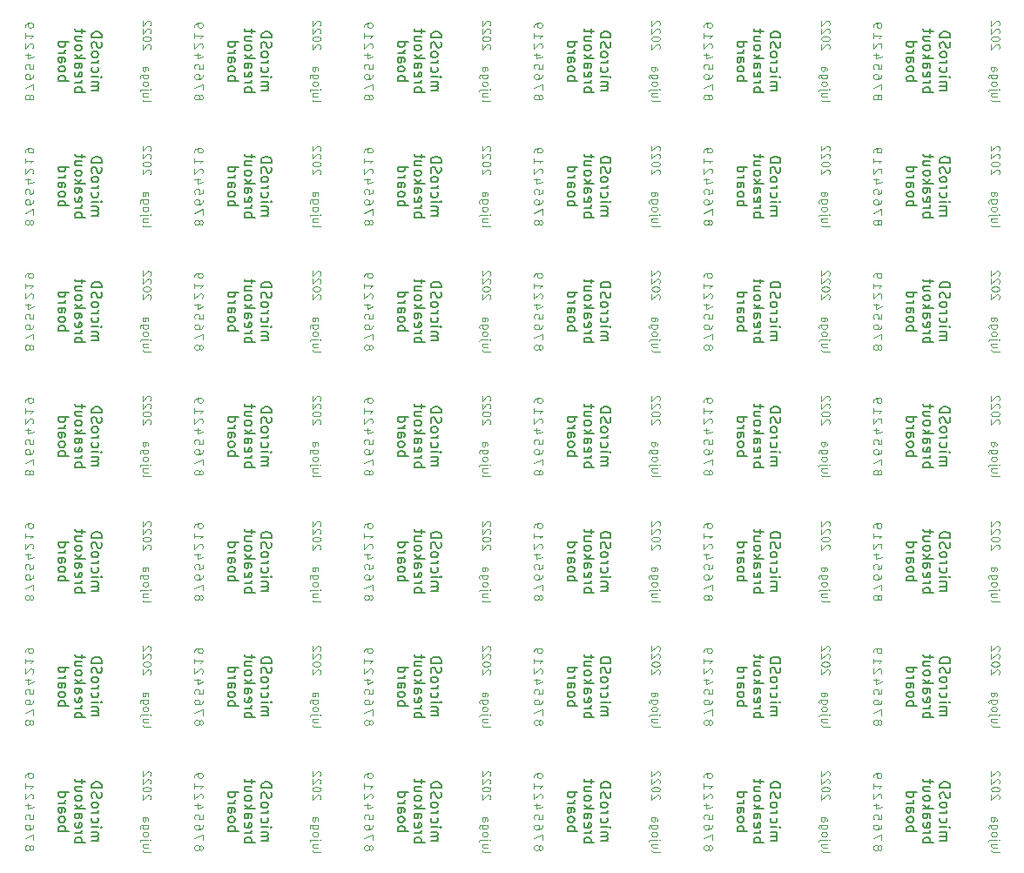
<source format=gbo>
%TF.GenerationSoftware,KiCad,Pcbnew,(6.0.2)*%
%TF.CreationDate,2022-02-28T22:32:22+01:00*%
%TF.ProjectId,microsd-breakout-6x7,6d696372-6f73-4642-9d62-7265616b6f75,rev?*%
%TF.SameCoordinates,Original*%
%TF.FileFunction,Legend,Bot*%
%TF.FilePolarity,Positive*%
%FSLAX46Y46*%
G04 Gerber Fmt 4.6, Leading zero omitted, Abs format (unit mm)*
G04 Created by KiCad (PCBNEW (6.0.2)) date 2022-02-28 22:32:22*
%MOMM*%
%LPD*%
G01*
G04 APERTURE LIST*
%ADD10C,0.100000*%
%ADD11C,0.150000*%
G04 APERTURE END LIST*
D10*
X45221415Y-50030217D02*
X44688082Y-50030217D01*
X45526177Y-50220693D02*
X44954748Y-50411169D01*
X44954748Y-49915931D01*
X61721441Y-50030217D02*
X61188108Y-50030217D01*
X62026203Y-50220693D02*
X61454774Y-50411169D01*
X61454774Y-49915931D01*
X78221467Y-50030217D02*
X77688134Y-50030217D01*
X78526229Y-50220693D02*
X77954800Y-50411169D01*
X77954800Y-49915931D01*
X94721493Y-50030217D02*
X94188160Y-50030217D01*
X95026255Y-50220693D02*
X94454826Y-50411169D01*
X94454826Y-49915931D01*
X111221519Y-50030217D02*
X110688186Y-50030217D01*
X111526281Y-50220693D02*
X110954852Y-50411169D01*
X110954852Y-49915931D01*
X127721545Y-50030217D02*
X127188212Y-50030217D01*
X128026307Y-50220693D02*
X127454878Y-50411169D01*
X127454878Y-49915931D01*
X45221415Y-62195449D02*
X44688082Y-62195449D01*
X45526177Y-62385925D02*
X44954748Y-62576401D01*
X44954748Y-62081163D01*
X61721441Y-62195449D02*
X61188108Y-62195449D01*
X62026203Y-62385925D02*
X61454774Y-62576401D01*
X61454774Y-62081163D01*
X78221467Y-62195449D02*
X77688134Y-62195449D01*
X78526229Y-62385925D02*
X77954800Y-62576401D01*
X77954800Y-62081163D01*
X94721493Y-62195449D02*
X94188160Y-62195449D01*
X95026255Y-62385925D02*
X94454826Y-62576401D01*
X94454826Y-62081163D01*
X111221519Y-62195449D02*
X110688186Y-62195449D01*
X111526281Y-62385925D02*
X110954852Y-62576401D01*
X110954852Y-62081163D01*
X127721545Y-62195449D02*
X127188212Y-62195449D01*
X128026307Y-62385925D02*
X127454878Y-62576401D01*
X127454878Y-62081163D01*
X45221415Y-74360681D02*
X44688082Y-74360681D01*
X45526177Y-74551157D02*
X44954748Y-74741633D01*
X44954748Y-74246395D01*
X61721441Y-74360681D02*
X61188108Y-74360681D01*
X62026203Y-74551157D02*
X61454774Y-74741633D01*
X61454774Y-74246395D01*
X78221467Y-74360681D02*
X77688134Y-74360681D01*
X78526229Y-74551157D02*
X77954800Y-74741633D01*
X77954800Y-74246395D01*
X94721493Y-74360681D02*
X94188160Y-74360681D01*
X95026255Y-74551157D02*
X94454826Y-74741633D01*
X94454826Y-74246395D01*
X111221519Y-74360681D02*
X110688186Y-74360681D01*
X111526281Y-74551157D02*
X110954852Y-74741633D01*
X110954852Y-74246395D01*
X127721545Y-74360681D02*
X127188212Y-74360681D01*
X128026307Y-74551157D02*
X127454878Y-74741633D01*
X127454878Y-74246395D01*
X45221415Y-86525913D02*
X44688082Y-86525913D01*
X45526177Y-86716389D02*
X44954748Y-86906865D01*
X44954748Y-86411627D01*
X61721441Y-86525913D02*
X61188108Y-86525913D01*
X62026203Y-86716389D02*
X61454774Y-86906865D01*
X61454774Y-86411627D01*
X78221467Y-86525913D02*
X77688134Y-86525913D01*
X78526229Y-86716389D02*
X77954800Y-86906865D01*
X77954800Y-86411627D01*
X94721493Y-86525913D02*
X94188160Y-86525913D01*
X95026255Y-86716389D02*
X94454826Y-86906865D01*
X94454826Y-86411627D01*
X111221519Y-86525913D02*
X110688186Y-86525913D01*
X111526281Y-86716389D02*
X110954852Y-86906865D01*
X110954852Y-86411627D01*
X127721545Y-86525913D02*
X127188212Y-86525913D01*
X128026307Y-86716389D02*
X127454878Y-86906865D01*
X127454878Y-86411627D01*
X45221415Y-98691145D02*
X44688082Y-98691145D01*
X45526177Y-98881621D02*
X44954748Y-99072097D01*
X44954748Y-98576859D01*
X61721441Y-98691145D02*
X61188108Y-98691145D01*
X62026203Y-98881621D02*
X61454774Y-99072097D01*
X61454774Y-98576859D01*
X78221467Y-98691145D02*
X77688134Y-98691145D01*
X78526229Y-98881621D02*
X77954800Y-99072097D01*
X77954800Y-98576859D01*
X94721493Y-98691145D02*
X94188160Y-98691145D01*
X95026255Y-98881621D02*
X94454826Y-99072097D01*
X94454826Y-98576859D01*
X111221519Y-98691145D02*
X110688186Y-98691145D01*
X111526281Y-98881621D02*
X110954852Y-99072097D01*
X110954852Y-98576859D01*
X45221415Y-110856377D02*
X44688082Y-110856377D01*
X45526177Y-111046853D02*
X44954748Y-111237329D01*
X44954748Y-110742091D01*
X61721441Y-110856377D02*
X61188108Y-110856377D01*
X62026203Y-111046853D02*
X61454774Y-111237329D01*
X61454774Y-110742091D01*
X127721545Y-98691145D02*
X127188212Y-98691145D01*
X128026307Y-98881621D02*
X127454878Y-99072097D01*
X127454878Y-98576859D01*
X78221467Y-123021609D02*
X77688134Y-123021609D01*
X78526229Y-123212085D02*
X77954800Y-123402561D01*
X77954800Y-122907323D01*
X111221519Y-110856377D02*
X110688186Y-110856377D01*
X111526281Y-111046853D02*
X110954852Y-111237329D01*
X110954852Y-110742091D01*
X94721493Y-110856377D02*
X94188160Y-110856377D01*
X95026255Y-111046853D02*
X94454826Y-111237329D01*
X94454826Y-110742091D01*
X78221467Y-110856377D02*
X77688134Y-110856377D01*
X78526229Y-111046853D02*
X77954800Y-111237329D01*
X77954800Y-110742091D01*
X45221415Y-123021609D02*
X44688082Y-123021609D01*
X45526177Y-123212085D02*
X44954748Y-123402561D01*
X44954748Y-122907323D01*
X127721545Y-110856377D02*
X127188212Y-110856377D01*
X128026307Y-111046853D02*
X127454878Y-111237329D01*
X127454878Y-110742091D01*
X61721441Y-123021609D02*
X61188108Y-123021609D01*
X62026203Y-123212085D02*
X61454774Y-123402561D01*
X61454774Y-122907323D01*
X111221519Y-123021609D02*
X110688186Y-123021609D01*
X111526281Y-123212085D02*
X110954852Y-123402561D01*
X110954852Y-122907323D01*
X94721493Y-123021609D02*
X94188160Y-123021609D01*
X95026255Y-123212085D02*
X94454826Y-123402561D01*
X94454826Y-122907323D01*
X127721545Y-123021609D02*
X127188212Y-123021609D01*
X128026307Y-123212085D02*
X127454878Y-123402561D01*
X127454878Y-122907323D01*
X61988108Y-52030217D02*
X61988108Y-52182598D01*
X61950013Y-52258788D01*
X61911917Y-52296883D01*
X61797632Y-52373074D01*
X61645251Y-52411169D01*
X61340489Y-52411169D01*
X61264298Y-52373074D01*
X61226203Y-52334978D01*
X61188108Y-52258788D01*
X61188108Y-52106407D01*
X61226203Y-52030217D01*
X61264298Y-51992121D01*
X61340489Y-51954026D01*
X61530965Y-51954026D01*
X61607155Y-51992121D01*
X61645251Y-52030217D01*
X61683346Y-52106407D01*
X61683346Y-52258788D01*
X61645251Y-52334978D01*
X61607155Y-52373074D01*
X61530965Y-52411169D01*
X45488082Y-52030217D02*
X45488082Y-52182598D01*
X45449987Y-52258788D01*
X45411891Y-52296883D01*
X45297606Y-52373074D01*
X45145225Y-52411169D01*
X44840463Y-52411169D01*
X44764272Y-52373074D01*
X44726177Y-52334978D01*
X44688082Y-52258788D01*
X44688082Y-52106407D01*
X44726177Y-52030217D01*
X44764272Y-51992121D01*
X44840463Y-51954026D01*
X45030939Y-51954026D01*
X45107129Y-51992121D01*
X45145225Y-52030217D01*
X45183320Y-52106407D01*
X45183320Y-52258788D01*
X45145225Y-52334978D01*
X45107129Y-52373074D01*
X45030939Y-52411169D01*
X78488134Y-52030217D02*
X78488134Y-52182598D01*
X78450039Y-52258788D01*
X78411943Y-52296883D01*
X78297658Y-52373074D01*
X78145277Y-52411169D01*
X77840515Y-52411169D01*
X77764324Y-52373074D01*
X77726229Y-52334978D01*
X77688134Y-52258788D01*
X77688134Y-52106407D01*
X77726229Y-52030217D01*
X77764324Y-51992121D01*
X77840515Y-51954026D01*
X78030991Y-51954026D01*
X78107181Y-51992121D01*
X78145277Y-52030217D01*
X78183372Y-52106407D01*
X78183372Y-52258788D01*
X78145277Y-52334978D01*
X78107181Y-52373074D01*
X78030991Y-52411169D01*
X94988160Y-52030217D02*
X94988160Y-52182598D01*
X94950065Y-52258788D01*
X94911969Y-52296883D01*
X94797684Y-52373074D01*
X94645303Y-52411169D01*
X94340541Y-52411169D01*
X94264350Y-52373074D01*
X94226255Y-52334978D01*
X94188160Y-52258788D01*
X94188160Y-52106407D01*
X94226255Y-52030217D01*
X94264350Y-51992121D01*
X94340541Y-51954026D01*
X94531017Y-51954026D01*
X94607207Y-51992121D01*
X94645303Y-52030217D01*
X94683398Y-52106407D01*
X94683398Y-52258788D01*
X94645303Y-52334978D01*
X94607207Y-52373074D01*
X94531017Y-52411169D01*
X111488186Y-52030217D02*
X111488186Y-52182598D01*
X111450091Y-52258788D01*
X111411995Y-52296883D01*
X111297710Y-52373074D01*
X111145329Y-52411169D01*
X110840567Y-52411169D01*
X110764376Y-52373074D01*
X110726281Y-52334978D01*
X110688186Y-52258788D01*
X110688186Y-52106407D01*
X110726281Y-52030217D01*
X110764376Y-51992121D01*
X110840567Y-51954026D01*
X111031043Y-51954026D01*
X111107233Y-51992121D01*
X111145329Y-52030217D01*
X111183424Y-52106407D01*
X111183424Y-52258788D01*
X111145329Y-52334978D01*
X111107233Y-52373074D01*
X111031043Y-52411169D01*
X127988212Y-52030217D02*
X127988212Y-52182598D01*
X127950117Y-52258788D01*
X127912021Y-52296883D01*
X127797736Y-52373074D01*
X127645355Y-52411169D01*
X127340593Y-52411169D01*
X127264402Y-52373074D01*
X127226307Y-52334978D01*
X127188212Y-52258788D01*
X127188212Y-52106407D01*
X127226307Y-52030217D01*
X127264402Y-51992121D01*
X127340593Y-51954026D01*
X127531069Y-51954026D01*
X127607259Y-51992121D01*
X127645355Y-52030217D01*
X127683450Y-52106407D01*
X127683450Y-52258788D01*
X127645355Y-52334978D01*
X127607259Y-52373074D01*
X127531069Y-52411169D01*
X45488082Y-64195449D02*
X45488082Y-64347830D01*
X45449987Y-64424020D01*
X45411891Y-64462115D01*
X45297606Y-64538306D01*
X45145225Y-64576401D01*
X44840463Y-64576401D01*
X44764272Y-64538306D01*
X44726177Y-64500210D01*
X44688082Y-64424020D01*
X44688082Y-64271639D01*
X44726177Y-64195449D01*
X44764272Y-64157353D01*
X44840463Y-64119258D01*
X45030939Y-64119258D01*
X45107129Y-64157353D01*
X45145225Y-64195449D01*
X45183320Y-64271639D01*
X45183320Y-64424020D01*
X45145225Y-64500210D01*
X45107129Y-64538306D01*
X45030939Y-64576401D01*
X61988108Y-64195449D02*
X61988108Y-64347830D01*
X61950013Y-64424020D01*
X61911917Y-64462115D01*
X61797632Y-64538306D01*
X61645251Y-64576401D01*
X61340489Y-64576401D01*
X61264298Y-64538306D01*
X61226203Y-64500210D01*
X61188108Y-64424020D01*
X61188108Y-64271639D01*
X61226203Y-64195449D01*
X61264298Y-64157353D01*
X61340489Y-64119258D01*
X61530965Y-64119258D01*
X61607155Y-64157353D01*
X61645251Y-64195449D01*
X61683346Y-64271639D01*
X61683346Y-64424020D01*
X61645251Y-64500210D01*
X61607155Y-64538306D01*
X61530965Y-64576401D01*
X78488134Y-64195449D02*
X78488134Y-64347830D01*
X78450039Y-64424020D01*
X78411943Y-64462115D01*
X78297658Y-64538306D01*
X78145277Y-64576401D01*
X77840515Y-64576401D01*
X77764324Y-64538306D01*
X77726229Y-64500210D01*
X77688134Y-64424020D01*
X77688134Y-64271639D01*
X77726229Y-64195449D01*
X77764324Y-64157353D01*
X77840515Y-64119258D01*
X78030991Y-64119258D01*
X78107181Y-64157353D01*
X78145277Y-64195449D01*
X78183372Y-64271639D01*
X78183372Y-64424020D01*
X78145277Y-64500210D01*
X78107181Y-64538306D01*
X78030991Y-64576401D01*
X94988160Y-64195449D02*
X94988160Y-64347830D01*
X94950065Y-64424020D01*
X94911969Y-64462115D01*
X94797684Y-64538306D01*
X94645303Y-64576401D01*
X94340541Y-64576401D01*
X94264350Y-64538306D01*
X94226255Y-64500210D01*
X94188160Y-64424020D01*
X94188160Y-64271639D01*
X94226255Y-64195449D01*
X94264350Y-64157353D01*
X94340541Y-64119258D01*
X94531017Y-64119258D01*
X94607207Y-64157353D01*
X94645303Y-64195449D01*
X94683398Y-64271639D01*
X94683398Y-64424020D01*
X94645303Y-64500210D01*
X94607207Y-64538306D01*
X94531017Y-64576401D01*
X111488186Y-64195449D02*
X111488186Y-64347830D01*
X111450091Y-64424020D01*
X111411995Y-64462115D01*
X111297710Y-64538306D01*
X111145329Y-64576401D01*
X110840567Y-64576401D01*
X110764376Y-64538306D01*
X110726281Y-64500210D01*
X110688186Y-64424020D01*
X110688186Y-64271639D01*
X110726281Y-64195449D01*
X110764376Y-64157353D01*
X110840567Y-64119258D01*
X111031043Y-64119258D01*
X111107233Y-64157353D01*
X111145329Y-64195449D01*
X111183424Y-64271639D01*
X111183424Y-64424020D01*
X111145329Y-64500210D01*
X111107233Y-64538306D01*
X111031043Y-64576401D01*
X127988212Y-64195449D02*
X127988212Y-64347830D01*
X127950117Y-64424020D01*
X127912021Y-64462115D01*
X127797736Y-64538306D01*
X127645355Y-64576401D01*
X127340593Y-64576401D01*
X127264402Y-64538306D01*
X127226307Y-64500210D01*
X127188212Y-64424020D01*
X127188212Y-64271639D01*
X127226307Y-64195449D01*
X127264402Y-64157353D01*
X127340593Y-64119258D01*
X127531069Y-64119258D01*
X127607259Y-64157353D01*
X127645355Y-64195449D01*
X127683450Y-64271639D01*
X127683450Y-64424020D01*
X127645355Y-64500210D01*
X127607259Y-64538306D01*
X127531069Y-64576401D01*
X45488082Y-76360681D02*
X45488082Y-76513062D01*
X45449987Y-76589252D01*
X45411891Y-76627347D01*
X45297606Y-76703538D01*
X45145225Y-76741633D01*
X44840463Y-76741633D01*
X44764272Y-76703538D01*
X44726177Y-76665442D01*
X44688082Y-76589252D01*
X44688082Y-76436871D01*
X44726177Y-76360681D01*
X44764272Y-76322585D01*
X44840463Y-76284490D01*
X45030939Y-76284490D01*
X45107129Y-76322585D01*
X45145225Y-76360681D01*
X45183320Y-76436871D01*
X45183320Y-76589252D01*
X45145225Y-76665442D01*
X45107129Y-76703538D01*
X45030939Y-76741633D01*
X45488082Y-100691145D02*
X45488082Y-100843526D01*
X45449987Y-100919716D01*
X45411891Y-100957811D01*
X45297606Y-101034002D01*
X45145225Y-101072097D01*
X44840463Y-101072097D01*
X44764272Y-101034002D01*
X44726177Y-100995906D01*
X44688082Y-100919716D01*
X44688082Y-100767335D01*
X44726177Y-100691145D01*
X44764272Y-100653049D01*
X44840463Y-100614954D01*
X45030939Y-100614954D01*
X45107129Y-100653049D01*
X45145225Y-100691145D01*
X45183320Y-100767335D01*
X45183320Y-100919716D01*
X45145225Y-100995906D01*
X45107129Y-101034002D01*
X45030939Y-101072097D01*
X61988108Y-76360681D02*
X61988108Y-76513062D01*
X61950013Y-76589252D01*
X61911917Y-76627347D01*
X61797632Y-76703538D01*
X61645251Y-76741633D01*
X61340489Y-76741633D01*
X61264298Y-76703538D01*
X61226203Y-76665442D01*
X61188108Y-76589252D01*
X61188108Y-76436871D01*
X61226203Y-76360681D01*
X61264298Y-76322585D01*
X61340489Y-76284490D01*
X61530965Y-76284490D01*
X61607155Y-76322585D01*
X61645251Y-76360681D01*
X61683346Y-76436871D01*
X61683346Y-76589252D01*
X61645251Y-76665442D01*
X61607155Y-76703538D01*
X61530965Y-76741633D01*
X78488134Y-76360681D02*
X78488134Y-76513062D01*
X78450039Y-76589252D01*
X78411943Y-76627347D01*
X78297658Y-76703538D01*
X78145277Y-76741633D01*
X77840515Y-76741633D01*
X77764324Y-76703538D01*
X77726229Y-76665442D01*
X77688134Y-76589252D01*
X77688134Y-76436871D01*
X77726229Y-76360681D01*
X77764324Y-76322585D01*
X77840515Y-76284490D01*
X78030991Y-76284490D01*
X78107181Y-76322585D01*
X78145277Y-76360681D01*
X78183372Y-76436871D01*
X78183372Y-76589252D01*
X78145277Y-76665442D01*
X78107181Y-76703538D01*
X78030991Y-76741633D01*
X94988160Y-76360681D02*
X94988160Y-76513062D01*
X94950065Y-76589252D01*
X94911969Y-76627347D01*
X94797684Y-76703538D01*
X94645303Y-76741633D01*
X94340541Y-76741633D01*
X94264350Y-76703538D01*
X94226255Y-76665442D01*
X94188160Y-76589252D01*
X94188160Y-76436871D01*
X94226255Y-76360681D01*
X94264350Y-76322585D01*
X94340541Y-76284490D01*
X94531017Y-76284490D01*
X94607207Y-76322585D01*
X94645303Y-76360681D01*
X94683398Y-76436871D01*
X94683398Y-76589252D01*
X94645303Y-76665442D01*
X94607207Y-76703538D01*
X94531017Y-76741633D01*
X111488186Y-76360681D02*
X111488186Y-76513062D01*
X111450091Y-76589252D01*
X111411995Y-76627347D01*
X111297710Y-76703538D01*
X111145329Y-76741633D01*
X110840567Y-76741633D01*
X110764376Y-76703538D01*
X110726281Y-76665442D01*
X110688186Y-76589252D01*
X110688186Y-76436871D01*
X110726281Y-76360681D01*
X110764376Y-76322585D01*
X110840567Y-76284490D01*
X111031043Y-76284490D01*
X111107233Y-76322585D01*
X111145329Y-76360681D01*
X111183424Y-76436871D01*
X111183424Y-76589252D01*
X111145329Y-76665442D01*
X111107233Y-76703538D01*
X111031043Y-76741633D01*
X127988212Y-76360681D02*
X127988212Y-76513062D01*
X127950117Y-76589252D01*
X127912021Y-76627347D01*
X127797736Y-76703538D01*
X127645355Y-76741633D01*
X127340593Y-76741633D01*
X127264402Y-76703538D01*
X127226307Y-76665442D01*
X127188212Y-76589252D01*
X127188212Y-76436871D01*
X127226307Y-76360681D01*
X127264402Y-76322585D01*
X127340593Y-76284490D01*
X127531069Y-76284490D01*
X127607259Y-76322585D01*
X127645355Y-76360681D01*
X127683450Y-76436871D01*
X127683450Y-76589252D01*
X127645355Y-76665442D01*
X127607259Y-76703538D01*
X127531069Y-76741633D01*
X45488082Y-88525913D02*
X45488082Y-88678294D01*
X45449987Y-88754484D01*
X45411891Y-88792579D01*
X45297606Y-88868770D01*
X45145225Y-88906865D01*
X44840463Y-88906865D01*
X44764272Y-88868770D01*
X44726177Y-88830674D01*
X44688082Y-88754484D01*
X44688082Y-88602103D01*
X44726177Y-88525913D01*
X44764272Y-88487817D01*
X44840463Y-88449722D01*
X45030939Y-88449722D01*
X45107129Y-88487817D01*
X45145225Y-88525913D01*
X45183320Y-88602103D01*
X45183320Y-88754484D01*
X45145225Y-88830674D01*
X45107129Y-88868770D01*
X45030939Y-88906865D01*
X61988108Y-88525913D02*
X61988108Y-88678294D01*
X61950013Y-88754484D01*
X61911917Y-88792579D01*
X61797632Y-88868770D01*
X61645251Y-88906865D01*
X61340489Y-88906865D01*
X61264298Y-88868770D01*
X61226203Y-88830674D01*
X61188108Y-88754484D01*
X61188108Y-88602103D01*
X61226203Y-88525913D01*
X61264298Y-88487817D01*
X61340489Y-88449722D01*
X61530965Y-88449722D01*
X61607155Y-88487817D01*
X61645251Y-88525913D01*
X61683346Y-88602103D01*
X61683346Y-88754484D01*
X61645251Y-88830674D01*
X61607155Y-88868770D01*
X61530965Y-88906865D01*
X78488134Y-88525913D02*
X78488134Y-88678294D01*
X78450039Y-88754484D01*
X78411943Y-88792579D01*
X78297658Y-88868770D01*
X78145277Y-88906865D01*
X77840515Y-88906865D01*
X77764324Y-88868770D01*
X77726229Y-88830674D01*
X77688134Y-88754484D01*
X77688134Y-88602103D01*
X77726229Y-88525913D01*
X77764324Y-88487817D01*
X77840515Y-88449722D01*
X78030991Y-88449722D01*
X78107181Y-88487817D01*
X78145277Y-88525913D01*
X78183372Y-88602103D01*
X78183372Y-88754484D01*
X78145277Y-88830674D01*
X78107181Y-88868770D01*
X78030991Y-88906865D01*
X111488186Y-88525913D02*
X111488186Y-88678294D01*
X111450091Y-88754484D01*
X111411995Y-88792579D01*
X111297710Y-88868770D01*
X111145329Y-88906865D01*
X110840567Y-88906865D01*
X110764376Y-88868770D01*
X110726281Y-88830674D01*
X110688186Y-88754484D01*
X110688186Y-88602103D01*
X110726281Y-88525913D01*
X110764376Y-88487817D01*
X110840567Y-88449722D01*
X111031043Y-88449722D01*
X111107233Y-88487817D01*
X111145329Y-88525913D01*
X111183424Y-88602103D01*
X111183424Y-88754484D01*
X111145329Y-88830674D01*
X111107233Y-88868770D01*
X111031043Y-88906865D01*
X94988160Y-88525913D02*
X94988160Y-88678294D01*
X94950065Y-88754484D01*
X94911969Y-88792579D01*
X94797684Y-88868770D01*
X94645303Y-88906865D01*
X94340541Y-88906865D01*
X94264350Y-88868770D01*
X94226255Y-88830674D01*
X94188160Y-88754484D01*
X94188160Y-88602103D01*
X94226255Y-88525913D01*
X94264350Y-88487817D01*
X94340541Y-88449722D01*
X94531017Y-88449722D01*
X94607207Y-88487817D01*
X94645303Y-88525913D01*
X94683398Y-88602103D01*
X94683398Y-88754484D01*
X94645303Y-88830674D01*
X94607207Y-88868770D01*
X94531017Y-88906865D01*
X127988212Y-88525913D02*
X127988212Y-88678294D01*
X127950117Y-88754484D01*
X127912021Y-88792579D01*
X127797736Y-88868770D01*
X127645355Y-88906865D01*
X127340593Y-88906865D01*
X127264402Y-88868770D01*
X127226307Y-88830674D01*
X127188212Y-88754484D01*
X127188212Y-88602103D01*
X127226307Y-88525913D01*
X127264402Y-88487817D01*
X127340593Y-88449722D01*
X127531069Y-88449722D01*
X127607259Y-88487817D01*
X127645355Y-88525913D01*
X127683450Y-88602103D01*
X127683450Y-88754484D01*
X127645355Y-88830674D01*
X127607259Y-88868770D01*
X127531069Y-88906865D01*
X61988108Y-100691145D02*
X61988108Y-100843526D01*
X61950013Y-100919716D01*
X61911917Y-100957811D01*
X61797632Y-101034002D01*
X61645251Y-101072097D01*
X61340489Y-101072097D01*
X61264298Y-101034002D01*
X61226203Y-100995906D01*
X61188108Y-100919716D01*
X61188108Y-100767335D01*
X61226203Y-100691145D01*
X61264298Y-100653049D01*
X61340489Y-100614954D01*
X61530965Y-100614954D01*
X61607155Y-100653049D01*
X61645251Y-100691145D01*
X61683346Y-100767335D01*
X61683346Y-100919716D01*
X61645251Y-100995906D01*
X61607155Y-101034002D01*
X61530965Y-101072097D01*
X94988160Y-100691145D02*
X94988160Y-100843526D01*
X94950065Y-100919716D01*
X94911969Y-100957811D01*
X94797684Y-101034002D01*
X94645303Y-101072097D01*
X94340541Y-101072097D01*
X94264350Y-101034002D01*
X94226255Y-100995906D01*
X94188160Y-100919716D01*
X94188160Y-100767335D01*
X94226255Y-100691145D01*
X94264350Y-100653049D01*
X94340541Y-100614954D01*
X94531017Y-100614954D01*
X94607207Y-100653049D01*
X94645303Y-100691145D01*
X94683398Y-100767335D01*
X94683398Y-100919716D01*
X94645303Y-100995906D01*
X94607207Y-101034002D01*
X94531017Y-101072097D01*
X78488134Y-100691145D02*
X78488134Y-100843526D01*
X78450039Y-100919716D01*
X78411943Y-100957811D01*
X78297658Y-101034002D01*
X78145277Y-101072097D01*
X77840515Y-101072097D01*
X77764324Y-101034002D01*
X77726229Y-100995906D01*
X77688134Y-100919716D01*
X77688134Y-100767335D01*
X77726229Y-100691145D01*
X77764324Y-100653049D01*
X77840515Y-100614954D01*
X78030991Y-100614954D01*
X78107181Y-100653049D01*
X78145277Y-100691145D01*
X78183372Y-100767335D01*
X78183372Y-100919716D01*
X78145277Y-100995906D01*
X78107181Y-101034002D01*
X78030991Y-101072097D01*
X111488186Y-100691145D02*
X111488186Y-100843526D01*
X111450091Y-100919716D01*
X111411995Y-100957811D01*
X111297710Y-101034002D01*
X111145329Y-101072097D01*
X110840567Y-101072097D01*
X110764376Y-101034002D01*
X110726281Y-100995906D01*
X110688186Y-100919716D01*
X110688186Y-100767335D01*
X110726281Y-100691145D01*
X110764376Y-100653049D01*
X110840567Y-100614954D01*
X111031043Y-100614954D01*
X111107233Y-100653049D01*
X111145329Y-100691145D01*
X111183424Y-100767335D01*
X111183424Y-100919716D01*
X111145329Y-100995906D01*
X111107233Y-101034002D01*
X111031043Y-101072097D01*
X127988212Y-100691145D02*
X127988212Y-100843526D01*
X127950117Y-100919716D01*
X127912021Y-100957811D01*
X127797736Y-101034002D01*
X127645355Y-101072097D01*
X127340593Y-101072097D01*
X127264402Y-101034002D01*
X127226307Y-100995906D01*
X127188212Y-100919716D01*
X127188212Y-100767335D01*
X127226307Y-100691145D01*
X127264402Y-100653049D01*
X127340593Y-100614954D01*
X127531069Y-100614954D01*
X127607259Y-100653049D01*
X127645355Y-100691145D01*
X127683450Y-100767335D01*
X127683450Y-100919716D01*
X127645355Y-100995906D01*
X127607259Y-101034002D01*
X127531069Y-101072097D01*
X45488082Y-112856377D02*
X45488082Y-113008758D01*
X45449987Y-113084948D01*
X45411891Y-113123043D01*
X45297606Y-113199234D01*
X45145225Y-113237329D01*
X44840463Y-113237329D01*
X44764272Y-113199234D01*
X44726177Y-113161138D01*
X44688082Y-113084948D01*
X44688082Y-112932567D01*
X44726177Y-112856377D01*
X44764272Y-112818281D01*
X44840463Y-112780186D01*
X45030939Y-112780186D01*
X45107129Y-112818281D01*
X45145225Y-112856377D01*
X45183320Y-112932567D01*
X45183320Y-113084948D01*
X45145225Y-113161138D01*
X45107129Y-113199234D01*
X45030939Y-113237329D01*
X61988108Y-112856377D02*
X61988108Y-113008758D01*
X61950013Y-113084948D01*
X61911917Y-113123043D01*
X61797632Y-113199234D01*
X61645251Y-113237329D01*
X61340489Y-113237329D01*
X61264298Y-113199234D01*
X61226203Y-113161138D01*
X61188108Y-113084948D01*
X61188108Y-112932567D01*
X61226203Y-112856377D01*
X61264298Y-112818281D01*
X61340489Y-112780186D01*
X61530965Y-112780186D01*
X61607155Y-112818281D01*
X61645251Y-112856377D01*
X61683346Y-112932567D01*
X61683346Y-113084948D01*
X61645251Y-113161138D01*
X61607155Y-113199234D01*
X61530965Y-113237329D01*
X78488134Y-112856377D02*
X78488134Y-113008758D01*
X78450039Y-113084948D01*
X78411943Y-113123043D01*
X78297658Y-113199234D01*
X78145277Y-113237329D01*
X77840515Y-113237329D01*
X77764324Y-113199234D01*
X77726229Y-113161138D01*
X77688134Y-113084948D01*
X77688134Y-112932567D01*
X77726229Y-112856377D01*
X77764324Y-112818281D01*
X77840515Y-112780186D01*
X78030991Y-112780186D01*
X78107181Y-112818281D01*
X78145277Y-112856377D01*
X78183372Y-112932567D01*
X78183372Y-113084948D01*
X78145277Y-113161138D01*
X78107181Y-113199234D01*
X78030991Y-113237329D01*
X94988160Y-112856377D02*
X94988160Y-113008758D01*
X94950065Y-113084948D01*
X94911969Y-113123043D01*
X94797684Y-113199234D01*
X94645303Y-113237329D01*
X94340541Y-113237329D01*
X94264350Y-113199234D01*
X94226255Y-113161138D01*
X94188160Y-113084948D01*
X94188160Y-112932567D01*
X94226255Y-112856377D01*
X94264350Y-112818281D01*
X94340541Y-112780186D01*
X94531017Y-112780186D01*
X94607207Y-112818281D01*
X94645303Y-112856377D01*
X94683398Y-112932567D01*
X94683398Y-113084948D01*
X94645303Y-113161138D01*
X94607207Y-113199234D01*
X94531017Y-113237329D01*
X111488186Y-112856377D02*
X111488186Y-113008758D01*
X111450091Y-113084948D01*
X111411995Y-113123043D01*
X111297710Y-113199234D01*
X111145329Y-113237329D01*
X110840567Y-113237329D01*
X110764376Y-113199234D01*
X110726281Y-113161138D01*
X110688186Y-113084948D01*
X110688186Y-112932567D01*
X110726281Y-112856377D01*
X110764376Y-112818281D01*
X110840567Y-112780186D01*
X111031043Y-112780186D01*
X111107233Y-112818281D01*
X111145329Y-112856377D01*
X111183424Y-112932567D01*
X111183424Y-113084948D01*
X111145329Y-113161138D01*
X111107233Y-113199234D01*
X111031043Y-113237329D01*
X127988212Y-112856377D02*
X127988212Y-113008758D01*
X127950117Y-113084948D01*
X127912021Y-113123043D01*
X127797736Y-113199234D01*
X127645355Y-113237329D01*
X127340593Y-113237329D01*
X127264402Y-113199234D01*
X127226307Y-113161138D01*
X127188212Y-113084948D01*
X127188212Y-112932567D01*
X127226307Y-112856377D01*
X127264402Y-112818281D01*
X127340593Y-112780186D01*
X127531069Y-112780186D01*
X127607259Y-112818281D01*
X127645355Y-112856377D01*
X127683450Y-112932567D01*
X127683450Y-113084948D01*
X127645355Y-113161138D01*
X127607259Y-113199234D01*
X127531069Y-113237329D01*
X45488082Y-125021609D02*
X45488082Y-125173990D01*
X45449987Y-125250180D01*
X45411891Y-125288275D01*
X45297606Y-125364466D01*
X45145225Y-125402561D01*
X44840463Y-125402561D01*
X44764272Y-125364466D01*
X44726177Y-125326370D01*
X44688082Y-125250180D01*
X44688082Y-125097799D01*
X44726177Y-125021609D01*
X44764272Y-124983513D01*
X44840463Y-124945418D01*
X45030939Y-124945418D01*
X45107129Y-124983513D01*
X45145225Y-125021609D01*
X45183320Y-125097799D01*
X45183320Y-125250180D01*
X45145225Y-125326370D01*
X45107129Y-125364466D01*
X45030939Y-125402561D01*
X61988108Y-125021609D02*
X61988108Y-125173990D01*
X61950013Y-125250180D01*
X61911917Y-125288275D01*
X61797632Y-125364466D01*
X61645251Y-125402561D01*
X61340489Y-125402561D01*
X61264298Y-125364466D01*
X61226203Y-125326370D01*
X61188108Y-125250180D01*
X61188108Y-125097799D01*
X61226203Y-125021609D01*
X61264298Y-124983513D01*
X61340489Y-124945418D01*
X61530965Y-124945418D01*
X61607155Y-124983513D01*
X61645251Y-125021609D01*
X61683346Y-125097799D01*
X61683346Y-125250180D01*
X61645251Y-125326370D01*
X61607155Y-125364466D01*
X61530965Y-125402561D01*
X127988212Y-125021609D02*
X127988212Y-125173990D01*
X127950117Y-125250180D01*
X127912021Y-125288275D01*
X127797736Y-125364466D01*
X127645355Y-125402561D01*
X127340593Y-125402561D01*
X127264402Y-125364466D01*
X127226307Y-125326370D01*
X127188212Y-125250180D01*
X127188212Y-125097799D01*
X127226307Y-125021609D01*
X127264402Y-124983513D01*
X127340593Y-124945418D01*
X127531069Y-124945418D01*
X127607259Y-124983513D01*
X127645355Y-125021609D01*
X127683450Y-125097799D01*
X127683450Y-125250180D01*
X127645355Y-125326370D01*
X127607259Y-125364466D01*
X127531069Y-125402561D01*
X78488134Y-125021609D02*
X78488134Y-125173990D01*
X78450039Y-125250180D01*
X78411943Y-125288275D01*
X78297658Y-125364466D01*
X78145277Y-125402561D01*
X77840515Y-125402561D01*
X77764324Y-125364466D01*
X77726229Y-125326370D01*
X77688134Y-125250180D01*
X77688134Y-125097799D01*
X77726229Y-125021609D01*
X77764324Y-124983513D01*
X77840515Y-124945418D01*
X78030991Y-124945418D01*
X78107181Y-124983513D01*
X78145277Y-125021609D01*
X78183372Y-125097799D01*
X78183372Y-125250180D01*
X78145277Y-125326370D01*
X78107181Y-125364466D01*
X78030991Y-125402561D01*
X94988160Y-125021609D02*
X94988160Y-125173990D01*
X94950065Y-125250180D01*
X94911969Y-125288275D01*
X94797684Y-125364466D01*
X94645303Y-125402561D01*
X94340541Y-125402561D01*
X94264350Y-125364466D01*
X94226255Y-125326370D01*
X94188160Y-125250180D01*
X94188160Y-125097799D01*
X94226255Y-125021609D01*
X94264350Y-124983513D01*
X94340541Y-124945418D01*
X94531017Y-124945418D01*
X94607207Y-124983513D01*
X94645303Y-125021609D01*
X94683398Y-125097799D01*
X94683398Y-125250180D01*
X94645303Y-125326370D01*
X94607207Y-125364466D01*
X94531017Y-125402561D01*
X111488186Y-125021609D02*
X111488186Y-125173990D01*
X111450091Y-125250180D01*
X111411995Y-125288275D01*
X111297710Y-125364466D01*
X111145329Y-125402561D01*
X110840567Y-125402561D01*
X110764376Y-125364466D01*
X110726281Y-125326370D01*
X110688186Y-125250180D01*
X110688186Y-125097799D01*
X110726281Y-125021609D01*
X110764376Y-124983513D01*
X110840567Y-124945418D01*
X111031043Y-124945418D01*
X111107233Y-124983513D01*
X111145329Y-125021609D01*
X111183424Y-125097799D01*
X111183424Y-125250180D01*
X111145329Y-125326370D01*
X111107233Y-125364466D01*
X111031043Y-125402561D01*
X61988108Y-50992121D02*
X61988108Y-51373074D01*
X61607155Y-51411169D01*
X61645251Y-51373074D01*
X61683346Y-51296883D01*
X61683346Y-51106407D01*
X61645251Y-51030217D01*
X61607155Y-50992121D01*
X61530965Y-50954026D01*
X61340489Y-50954026D01*
X61264298Y-50992121D01*
X61226203Y-51030217D01*
X61188108Y-51106407D01*
X61188108Y-51296883D01*
X61226203Y-51373074D01*
X61264298Y-51411169D01*
X45488082Y-50992121D02*
X45488082Y-51373074D01*
X45107129Y-51411169D01*
X45145225Y-51373074D01*
X45183320Y-51296883D01*
X45183320Y-51106407D01*
X45145225Y-51030217D01*
X45107129Y-50992121D01*
X45030939Y-50954026D01*
X44840463Y-50954026D01*
X44764272Y-50992121D01*
X44726177Y-51030217D01*
X44688082Y-51106407D01*
X44688082Y-51296883D01*
X44726177Y-51373074D01*
X44764272Y-51411169D01*
X78488134Y-50992121D02*
X78488134Y-51373074D01*
X78107181Y-51411169D01*
X78145277Y-51373074D01*
X78183372Y-51296883D01*
X78183372Y-51106407D01*
X78145277Y-51030217D01*
X78107181Y-50992121D01*
X78030991Y-50954026D01*
X77840515Y-50954026D01*
X77764324Y-50992121D01*
X77726229Y-51030217D01*
X77688134Y-51106407D01*
X77688134Y-51296883D01*
X77726229Y-51373074D01*
X77764324Y-51411169D01*
X94988160Y-50992121D02*
X94988160Y-51373074D01*
X94607207Y-51411169D01*
X94645303Y-51373074D01*
X94683398Y-51296883D01*
X94683398Y-51106407D01*
X94645303Y-51030217D01*
X94607207Y-50992121D01*
X94531017Y-50954026D01*
X94340541Y-50954026D01*
X94264350Y-50992121D01*
X94226255Y-51030217D01*
X94188160Y-51106407D01*
X94188160Y-51296883D01*
X94226255Y-51373074D01*
X94264350Y-51411169D01*
X111488186Y-50992121D02*
X111488186Y-51373074D01*
X111107233Y-51411169D01*
X111145329Y-51373074D01*
X111183424Y-51296883D01*
X111183424Y-51106407D01*
X111145329Y-51030217D01*
X111107233Y-50992121D01*
X111031043Y-50954026D01*
X110840567Y-50954026D01*
X110764376Y-50992121D01*
X110726281Y-51030217D01*
X110688186Y-51106407D01*
X110688186Y-51296883D01*
X110726281Y-51373074D01*
X110764376Y-51411169D01*
X127988212Y-50992121D02*
X127988212Y-51373074D01*
X127607259Y-51411169D01*
X127645355Y-51373074D01*
X127683450Y-51296883D01*
X127683450Y-51106407D01*
X127645355Y-51030217D01*
X127607259Y-50992121D01*
X127531069Y-50954026D01*
X127340593Y-50954026D01*
X127264402Y-50992121D01*
X127226307Y-51030217D01*
X127188212Y-51106407D01*
X127188212Y-51296883D01*
X127226307Y-51373074D01*
X127264402Y-51411169D01*
X45488082Y-63157353D02*
X45488082Y-63538306D01*
X45107129Y-63576401D01*
X45145225Y-63538306D01*
X45183320Y-63462115D01*
X45183320Y-63271639D01*
X45145225Y-63195449D01*
X45107129Y-63157353D01*
X45030939Y-63119258D01*
X44840463Y-63119258D01*
X44764272Y-63157353D01*
X44726177Y-63195449D01*
X44688082Y-63271639D01*
X44688082Y-63462115D01*
X44726177Y-63538306D01*
X44764272Y-63576401D01*
X78488134Y-63157353D02*
X78488134Y-63538306D01*
X78107181Y-63576401D01*
X78145277Y-63538306D01*
X78183372Y-63462115D01*
X78183372Y-63271639D01*
X78145277Y-63195449D01*
X78107181Y-63157353D01*
X78030991Y-63119258D01*
X77840515Y-63119258D01*
X77764324Y-63157353D01*
X77726229Y-63195449D01*
X77688134Y-63271639D01*
X77688134Y-63462115D01*
X77726229Y-63538306D01*
X77764324Y-63576401D01*
X61988108Y-63157353D02*
X61988108Y-63538306D01*
X61607155Y-63576401D01*
X61645251Y-63538306D01*
X61683346Y-63462115D01*
X61683346Y-63271639D01*
X61645251Y-63195449D01*
X61607155Y-63157353D01*
X61530965Y-63119258D01*
X61340489Y-63119258D01*
X61264298Y-63157353D01*
X61226203Y-63195449D01*
X61188108Y-63271639D01*
X61188108Y-63462115D01*
X61226203Y-63538306D01*
X61264298Y-63576401D01*
X94988160Y-63157353D02*
X94988160Y-63538306D01*
X94607207Y-63576401D01*
X94645303Y-63538306D01*
X94683398Y-63462115D01*
X94683398Y-63271639D01*
X94645303Y-63195449D01*
X94607207Y-63157353D01*
X94531017Y-63119258D01*
X94340541Y-63119258D01*
X94264350Y-63157353D01*
X94226255Y-63195449D01*
X94188160Y-63271639D01*
X94188160Y-63462115D01*
X94226255Y-63538306D01*
X94264350Y-63576401D01*
X111488186Y-63157353D02*
X111488186Y-63538306D01*
X111107233Y-63576401D01*
X111145329Y-63538306D01*
X111183424Y-63462115D01*
X111183424Y-63271639D01*
X111145329Y-63195449D01*
X111107233Y-63157353D01*
X111031043Y-63119258D01*
X110840567Y-63119258D01*
X110764376Y-63157353D01*
X110726281Y-63195449D01*
X110688186Y-63271639D01*
X110688186Y-63462115D01*
X110726281Y-63538306D01*
X110764376Y-63576401D01*
X127988212Y-63157353D02*
X127988212Y-63538306D01*
X127607259Y-63576401D01*
X127645355Y-63538306D01*
X127683450Y-63462115D01*
X127683450Y-63271639D01*
X127645355Y-63195449D01*
X127607259Y-63157353D01*
X127531069Y-63119258D01*
X127340593Y-63119258D01*
X127264402Y-63157353D01*
X127226307Y-63195449D01*
X127188212Y-63271639D01*
X127188212Y-63462115D01*
X127226307Y-63538306D01*
X127264402Y-63576401D01*
X45488082Y-75322585D02*
X45488082Y-75703538D01*
X45107129Y-75741633D01*
X45145225Y-75703538D01*
X45183320Y-75627347D01*
X45183320Y-75436871D01*
X45145225Y-75360681D01*
X45107129Y-75322585D01*
X45030939Y-75284490D01*
X44840463Y-75284490D01*
X44764272Y-75322585D01*
X44726177Y-75360681D01*
X44688082Y-75436871D01*
X44688082Y-75627347D01*
X44726177Y-75703538D01*
X44764272Y-75741633D01*
X61988108Y-75322585D02*
X61988108Y-75703538D01*
X61607155Y-75741633D01*
X61645251Y-75703538D01*
X61683346Y-75627347D01*
X61683346Y-75436871D01*
X61645251Y-75360681D01*
X61607155Y-75322585D01*
X61530965Y-75284490D01*
X61340489Y-75284490D01*
X61264298Y-75322585D01*
X61226203Y-75360681D01*
X61188108Y-75436871D01*
X61188108Y-75627347D01*
X61226203Y-75703538D01*
X61264298Y-75741633D01*
X78488134Y-75322585D02*
X78488134Y-75703538D01*
X78107181Y-75741633D01*
X78145277Y-75703538D01*
X78183372Y-75627347D01*
X78183372Y-75436871D01*
X78145277Y-75360681D01*
X78107181Y-75322585D01*
X78030991Y-75284490D01*
X77840515Y-75284490D01*
X77764324Y-75322585D01*
X77726229Y-75360681D01*
X77688134Y-75436871D01*
X77688134Y-75627347D01*
X77726229Y-75703538D01*
X77764324Y-75741633D01*
X94988160Y-75322585D02*
X94988160Y-75703538D01*
X94607207Y-75741633D01*
X94645303Y-75703538D01*
X94683398Y-75627347D01*
X94683398Y-75436871D01*
X94645303Y-75360681D01*
X94607207Y-75322585D01*
X94531017Y-75284490D01*
X94340541Y-75284490D01*
X94264350Y-75322585D01*
X94226255Y-75360681D01*
X94188160Y-75436871D01*
X94188160Y-75627347D01*
X94226255Y-75703538D01*
X94264350Y-75741633D01*
X111488186Y-75322585D02*
X111488186Y-75703538D01*
X111107233Y-75741633D01*
X111145329Y-75703538D01*
X111183424Y-75627347D01*
X111183424Y-75436871D01*
X111145329Y-75360681D01*
X111107233Y-75322585D01*
X111031043Y-75284490D01*
X110840567Y-75284490D01*
X110764376Y-75322585D01*
X110726281Y-75360681D01*
X110688186Y-75436871D01*
X110688186Y-75627347D01*
X110726281Y-75703538D01*
X110764376Y-75741633D01*
X127988212Y-75322585D02*
X127988212Y-75703538D01*
X127607259Y-75741633D01*
X127645355Y-75703538D01*
X127683450Y-75627347D01*
X127683450Y-75436871D01*
X127645355Y-75360681D01*
X127607259Y-75322585D01*
X127531069Y-75284490D01*
X127340593Y-75284490D01*
X127264402Y-75322585D01*
X127226307Y-75360681D01*
X127188212Y-75436871D01*
X127188212Y-75627347D01*
X127226307Y-75703538D01*
X127264402Y-75741633D01*
X45488082Y-87487817D02*
X45488082Y-87868770D01*
X45107129Y-87906865D01*
X45145225Y-87868770D01*
X45183320Y-87792579D01*
X45183320Y-87602103D01*
X45145225Y-87525913D01*
X45107129Y-87487817D01*
X45030939Y-87449722D01*
X44840463Y-87449722D01*
X44764272Y-87487817D01*
X44726177Y-87525913D01*
X44688082Y-87602103D01*
X44688082Y-87792579D01*
X44726177Y-87868770D01*
X44764272Y-87906865D01*
X61988108Y-87487817D02*
X61988108Y-87868770D01*
X61607155Y-87906865D01*
X61645251Y-87868770D01*
X61683346Y-87792579D01*
X61683346Y-87602103D01*
X61645251Y-87525913D01*
X61607155Y-87487817D01*
X61530965Y-87449722D01*
X61340489Y-87449722D01*
X61264298Y-87487817D01*
X61226203Y-87525913D01*
X61188108Y-87602103D01*
X61188108Y-87792579D01*
X61226203Y-87868770D01*
X61264298Y-87906865D01*
X78488134Y-87487817D02*
X78488134Y-87868770D01*
X78107181Y-87906865D01*
X78145277Y-87868770D01*
X78183372Y-87792579D01*
X78183372Y-87602103D01*
X78145277Y-87525913D01*
X78107181Y-87487817D01*
X78030991Y-87449722D01*
X77840515Y-87449722D01*
X77764324Y-87487817D01*
X77726229Y-87525913D01*
X77688134Y-87602103D01*
X77688134Y-87792579D01*
X77726229Y-87868770D01*
X77764324Y-87906865D01*
X94988160Y-87487817D02*
X94988160Y-87868770D01*
X94607207Y-87906865D01*
X94645303Y-87868770D01*
X94683398Y-87792579D01*
X94683398Y-87602103D01*
X94645303Y-87525913D01*
X94607207Y-87487817D01*
X94531017Y-87449722D01*
X94340541Y-87449722D01*
X94264350Y-87487817D01*
X94226255Y-87525913D01*
X94188160Y-87602103D01*
X94188160Y-87792579D01*
X94226255Y-87868770D01*
X94264350Y-87906865D01*
X111488186Y-87487817D02*
X111488186Y-87868770D01*
X111107233Y-87906865D01*
X111145329Y-87868770D01*
X111183424Y-87792579D01*
X111183424Y-87602103D01*
X111145329Y-87525913D01*
X111107233Y-87487817D01*
X111031043Y-87449722D01*
X110840567Y-87449722D01*
X110764376Y-87487817D01*
X110726281Y-87525913D01*
X110688186Y-87602103D01*
X110688186Y-87792579D01*
X110726281Y-87868770D01*
X110764376Y-87906865D01*
X127988212Y-87487817D02*
X127988212Y-87868770D01*
X127607259Y-87906865D01*
X127645355Y-87868770D01*
X127683450Y-87792579D01*
X127683450Y-87602103D01*
X127645355Y-87525913D01*
X127607259Y-87487817D01*
X127531069Y-87449722D01*
X127340593Y-87449722D01*
X127264402Y-87487817D01*
X127226307Y-87525913D01*
X127188212Y-87602103D01*
X127188212Y-87792579D01*
X127226307Y-87868770D01*
X127264402Y-87906865D01*
X45488082Y-99653049D02*
X45488082Y-100034002D01*
X45107129Y-100072097D01*
X45145225Y-100034002D01*
X45183320Y-99957811D01*
X45183320Y-99767335D01*
X45145225Y-99691145D01*
X45107129Y-99653049D01*
X45030939Y-99614954D01*
X44840463Y-99614954D01*
X44764272Y-99653049D01*
X44726177Y-99691145D01*
X44688082Y-99767335D01*
X44688082Y-99957811D01*
X44726177Y-100034002D01*
X44764272Y-100072097D01*
X61988108Y-99653049D02*
X61988108Y-100034002D01*
X61607155Y-100072097D01*
X61645251Y-100034002D01*
X61683346Y-99957811D01*
X61683346Y-99767335D01*
X61645251Y-99691145D01*
X61607155Y-99653049D01*
X61530965Y-99614954D01*
X61340489Y-99614954D01*
X61264298Y-99653049D01*
X61226203Y-99691145D01*
X61188108Y-99767335D01*
X61188108Y-99957811D01*
X61226203Y-100034002D01*
X61264298Y-100072097D01*
X78488134Y-99653049D02*
X78488134Y-100034002D01*
X78107181Y-100072097D01*
X78145277Y-100034002D01*
X78183372Y-99957811D01*
X78183372Y-99767335D01*
X78145277Y-99691145D01*
X78107181Y-99653049D01*
X78030991Y-99614954D01*
X77840515Y-99614954D01*
X77764324Y-99653049D01*
X77726229Y-99691145D01*
X77688134Y-99767335D01*
X77688134Y-99957811D01*
X77726229Y-100034002D01*
X77764324Y-100072097D01*
X111488186Y-99653049D02*
X111488186Y-100034002D01*
X111107233Y-100072097D01*
X111145329Y-100034002D01*
X111183424Y-99957811D01*
X111183424Y-99767335D01*
X111145329Y-99691145D01*
X111107233Y-99653049D01*
X111031043Y-99614954D01*
X110840567Y-99614954D01*
X110764376Y-99653049D01*
X110726281Y-99691145D01*
X110688186Y-99767335D01*
X110688186Y-99957811D01*
X110726281Y-100034002D01*
X110764376Y-100072097D01*
X94988160Y-99653049D02*
X94988160Y-100034002D01*
X94607207Y-100072097D01*
X94645303Y-100034002D01*
X94683398Y-99957811D01*
X94683398Y-99767335D01*
X94645303Y-99691145D01*
X94607207Y-99653049D01*
X94531017Y-99614954D01*
X94340541Y-99614954D01*
X94264350Y-99653049D01*
X94226255Y-99691145D01*
X94188160Y-99767335D01*
X94188160Y-99957811D01*
X94226255Y-100034002D01*
X94264350Y-100072097D01*
X45488082Y-111818281D02*
X45488082Y-112199234D01*
X45107129Y-112237329D01*
X45145225Y-112199234D01*
X45183320Y-112123043D01*
X45183320Y-111932567D01*
X45145225Y-111856377D01*
X45107129Y-111818281D01*
X45030939Y-111780186D01*
X44840463Y-111780186D01*
X44764272Y-111818281D01*
X44726177Y-111856377D01*
X44688082Y-111932567D01*
X44688082Y-112123043D01*
X44726177Y-112199234D01*
X44764272Y-112237329D01*
X127988212Y-99653049D02*
X127988212Y-100034002D01*
X127607259Y-100072097D01*
X127645355Y-100034002D01*
X127683450Y-99957811D01*
X127683450Y-99767335D01*
X127645355Y-99691145D01*
X127607259Y-99653049D01*
X127531069Y-99614954D01*
X127340593Y-99614954D01*
X127264402Y-99653049D01*
X127226307Y-99691145D01*
X127188212Y-99767335D01*
X127188212Y-99957811D01*
X127226307Y-100034002D01*
X127264402Y-100072097D01*
X61988108Y-111818281D02*
X61988108Y-112199234D01*
X61607155Y-112237329D01*
X61645251Y-112199234D01*
X61683346Y-112123043D01*
X61683346Y-111932567D01*
X61645251Y-111856377D01*
X61607155Y-111818281D01*
X61530965Y-111780186D01*
X61340489Y-111780186D01*
X61264298Y-111818281D01*
X61226203Y-111856377D01*
X61188108Y-111932567D01*
X61188108Y-112123043D01*
X61226203Y-112199234D01*
X61264298Y-112237329D01*
X78488134Y-111818281D02*
X78488134Y-112199234D01*
X78107181Y-112237329D01*
X78145277Y-112199234D01*
X78183372Y-112123043D01*
X78183372Y-111932567D01*
X78145277Y-111856377D01*
X78107181Y-111818281D01*
X78030991Y-111780186D01*
X77840515Y-111780186D01*
X77764324Y-111818281D01*
X77726229Y-111856377D01*
X77688134Y-111932567D01*
X77688134Y-112123043D01*
X77726229Y-112199234D01*
X77764324Y-112237329D01*
X127988212Y-111818281D02*
X127988212Y-112199234D01*
X127607259Y-112237329D01*
X127645355Y-112199234D01*
X127683450Y-112123043D01*
X127683450Y-111932567D01*
X127645355Y-111856377D01*
X127607259Y-111818281D01*
X127531069Y-111780186D01*
X127340593Y-111780186D01*
X127264402Y-111818281D01*
X127226307Y-111856377D01*
X127188212Y-111932567D01*
X127188212Y-112123043D01*
X127226307Y-112199234D01*
X127264402Y-112237329D01*
X111488186Y-111818281D02*
X111488186Y-112199234D01*
X111107233Y-112237329D01*
X111145329Y-112199234D01*
X111183424Y-112123043D01*
X111183424Y-111932567D01*
X111145329Y-111856377D01*
X111107233Y-111818281D01*
X111031043Y-111780186D01*
X110840567Y-111780186D01*
X110764376Y-111818281D01*
X110726281Y-111856377D01*
X110688186Y-111932567D01*
X110688186Y-112123043D01*
X110726281Y-112199234D01*
X110764376Y-112237329D01*
X94988160Y-111818281D02*
X94988160Y-112199234D01*
X94607207Y-112237329D01*
X94645303Y-112199234D01*
X94683398Y-112123043D01*
X94683398Y-111932567D01*
X94645303Y-111856377D01*
X94607207Y-111818281D01*
X94531017Y-111780186D01*
X94340541Y-111780186D01*
X94264350Y-111818281D01*
X94226255Y-111856377D01*
X94188160Y-111932567D01*
X94188160Y-112123043D01*
X94226255Y-112199234D01*
X94264350Y-112237329D01*
X45488082Y-123983513D02*
X45488082Y-124364466D01*
X45107129Y-124402561D01*
X45145225Y-124364466D01*
X45183320Y-124288275D01*
X45183320Y-124097799D01*
X45145225Y-124021609D01*
X45107129Y-123983513D01*
X45030939Y-123945418D01*
X44840463Y-123945418D01*
X44764272Y-123983513D01*
X44726177Y-124021609D01*
X44688082Y-124097799D01*
X44688082Y-124288275D01*
X44726177Y-124364466D01*
X44764272Y-124402561D01*
X78488134Y-123983513D02*
X78488134Y-124364466D01*
X78107181Y-124402561D01*
X78145277Y-124364466D01*
X78183372Y-124288275D01*
X78183372Y-124097799D01*
X78145277Y-124021609D01*
X78107181Y-123983513D01*
X78030991Y-123945418D01*
X77840515Y-123945418D01*
X77764324Y-123983513D01*
X77726229Y-124021609D01*
X77688134Y-124097799D01*
X77688134Y-124288275D01*
X77726229Y-124364466D01*
X77764324Y-124402561D01*
X94988160Y-123983513D02*
X94988160Y-124364466D01*
X94607207Y-124402561D01*
X94645303Y-124364466D01*
X94683398Y-124288275D01*
X94683398Y-124097799D01*
X94645303Y-124021609D01*
X94607207Y-123983513D01*
X94531017Y-123945418D01*
X94340541Y-123945418D01*
X94264350Y-123983513D01*
X94226255Y-124021609D01*
X94188160Y-124097799D01*
X94188160Y-124288275D01*
X94226255Y-124364466D01*
X94264350Y-124402561D01*
X61988108Y-123983513D02*
X61988108Y-124364466D01*
X61607155Y-124402561D01*
X61645251Y-124364466D01*
X61683346Y-124288275D01*
X61683346Y-124097799D01*
X61645251Y-124021609D01*
X61607155Y-123983513D01*
X61530965Y-123945418D01*
X61340489Y-123945418D01*
X61264298Y-123983513D01*
X61226203Y-124021609D01*
X61188108Y-124097799D01*
X61188108Y-124288275D01*
X61226203Y-124364466D01*
X61264298Y-124402561D01*
X127988212Y-123983513D02*
X127988212Y-124364466D01*
X127607259Y-124402561D01*
X127645355Y-124364466D01*
X127683450Y-124288275D01*
X127683450Y-124097799D01*
X127645355Y-124021609D01*
X127607259Y-123983513D01*
X127531069Y-123945418D01*
X127340593Y-123945418D01*
X127264402Y-123983513D01*
X127226307Y-124021609D01*
X127188212Y-124097799D01*
X127188212Y-124288275D01*
X127226307Y-124364466D01*
X127264402Y-124402561D01*
X111488186Y-123983513D02*
X111488186Y-124364466D01*
X111107233Y-124402561D01*
X111145329Y-124364466D01*
X111183424Y-124288275D01*
X111183424Y-124097799D01*
X111145329Y-124021609D01*
X111107233Y-123983513D01*
X111031043Y-123945418D01*
X110840567Y-123945418D01*
X110764376Y-123983513D01*
X110726281Y-124021609D01*
X110688186Y-124097799D01*
X110688186Y-124288275D01*
X110726281Y-124364466D01*
X110764376Y-124402561D01*
X61188108Y-47334978D02*
X61188108Y-47182598D01*
X61226203Y-47106407D01*
X61264298Y-47068312D01*
X61378584Y-46992121D01*
X61530965Y-46954026D01*
X61835727Y-46954026D01*
X61911917Y-46992121D01*
X61950013Y-47030217D01*
X61988108Y-47106407D01*
X61988108Y-47258788D01*
X61950013Y-47334978D01*
X61911917Y-47373074D01*
X61835727Y-47411169D01*
X61645251Y-47411169D01*
X61569060Y-47373074D01*
X61530965Y-47334978D01*
X61492870Y-47258788D01*
X61492870Y-47106407D01*
X61530965Y-47030217D01*
X61569060Y-46992121D01*
X61645251Y-46954026D01*
X44688082Y-47334978D02*
X44688082Y-47182598D01*
X44726177Y-47106407D01*
X44764272Y-47068312D01*
X44878558Y-46992121D01*
X45030939Y-46954026D01*
X45335701Y-46954026D01*
X45411891Y-46992121D01*
X45449987Y-47030217D01*
X45488082Y-47106407D01*
X45488082Y-47258788D01*
X45449987Y-47334978D01*
X45411891Y-47373074D01*
X45335701Y-47411169D01*
X45145225Y-47411169D01*
X45069034Y-47373074D01*
X45030939Y-47334978D01*
X44992844Y-47258788D01*
X44992844Y-47106407D01*
X45030939Y-47030217D01*
X45069034Y-46992121D01*
X45145225Y-46954026D01*
X77688134Y-47334978D02*
X77688134Y-47182598D01*
X77726229Y-47106407D01*
X77764324Y-47068312D01*
X77878610Y-46992121D01*
X78030991Y-46954026D01*
X78335753Y-46954026D01*
X78411943Y-46992121D01*
X78450039Y-47030217D01*
X78488134Y-47106407D01*
X78488134Y-47258788D01*
X78450039Y-47334978D01*
X78411943Y-47373074D01*
X78335753Y-47411169D01*
X78145277Y-47411169D01*
X78069086Y-47373074D01*
X78030991Y-47334978D01*
X77992896Y-47258788D01*
X77992896Y-47106407D01*
X78030991Y-47030217D01*
X78069086Y-46992121D01*
X78145277Y-46954026D01*
X94188160Y-47334978D02*
X94188160Y-47182598D01*
X94226255Y-47106407D01*
X94264350Y-47068312D01*
X94378636Y-46992121D01*
X94531017Y-46954026D01*
X94835779Y-46954026D01*
X94911969Y-46992121D01*
X94950065Y-47030217D01*
X94988160Y-47106407D01*
X94988160Y-47258788D01*
X94950065Y-47334978D01*
X94911969Y-47373074D01*
X94835779Y-47411169D01*
X94645303Y-47411169D01*
X94569112Y-47373074D01*
X94531017Y-47334978D01*
X94492922Y-47258788D01*
X94492922Y-47106407D01*
X94531017Y-47030217D01*
X94569112Y-46992121D01*
X94645303Y-46954026D01*
X110688186Y-47334978D02*
X110688186Y-47182598D01*
X110726281Y-47106407D01*
X110764376Y-47068312D01*
X110878662Y-46992121D01*
X111031043Y-46954026D01*
X111335805Y-46954026D01*
X111411995Y-46992121D01*
X111450091Y-47030217D01*
X111488186Y-47106407D01*
X111488186Y-47258788D01*
X111450091Y-47334978D01*
X111411995Y-47373074D01*
X111335805Y-47411169D01*
X111145329Y-47411169D01*
X111069138Y-47373074D01*
X111031043Y-47334978D01*
X110992948Y-47258788D01*
X110992948Y-47106407D01*
X111031043Y-47030217D01*
X111069138Y-46992121D01*
X111145329Y-46954026D01*
X127188212Y-47334978D02*
X127188212Y-47182598D01*
X127226307Y-47106407D01*
X127264402Y-47068312D01*
X127378688Y-46992121D01*
X127531069Y-46954026D01*
X127835831Y-46954026D01*
X127912021Y-46992121D01*
X127950117Y-47030217D01*
X127988212Y-47106407D01*
X127988212Y-47258788D01*
X127950117Y-47334978D01*
X127912021Y-47373074D01*
X127835831Y-47411169D01*
X127645355Y-47411169D01*
X127569164Y-47373074D01*
X127531069Y-47334978D01*
X127492974Y-47258788D01*
X127492974Y-47106407D01*
X127531069Y-47030217D01*
X127569164Y-46992121D01*
X127645355Y-46954026D01*
X44688082Y-59500210D02*
X44688082Y-59347830D01*
X44726177Y-59271639D01*
X44764272Y-59233544D01*
X44878558Y-59157353D01*
X45030939Y-59119258D01*
X45335701Y-59119258D01*
X45411891Y-59157353D01*
X45449987Y-59195449D01*
X45488082Y-59271639D01*
X45488082Y-59424020D01*
X45449987Y-59500210D01*
X45411891Y-59538306D01*
X45335701Y-59576401D01*
X45145225Y-59576401D01*
X45069034Y-59538306D01*
X45030939Y-59500210D01*
X44992844Y-59424020D01*
X44992844Y-59271639D01*
X45030939Y-59195449D01*
X45069034Y-59157353D01*
X45145225Y-59119258D01*
X61188108Y-59500210D02*
X61188108Y-59347830D01*
X61226203Y-59271639D01*
X61264298Y-59233544D01*
X61378584Y-59157353D01*
X61530965Y-59119258D01*
X61835727Y-59119258D01*
X61911917Y-59157353D01*
X61950013Y-59195449D01*
X61988108Y-59271639D01*
X61988108Y-59424020D01*
X61950013Y-59500210D01*
X61911917Y-59538306D01*
X61835727Y-59576401D01*
X61645251Y-59576401D01*
X61569060Y-59538306D01*
X61530965Y-59500210D01*
X61492870Y-59424020D01*
X61492870Y-59271639D01*
X61530965Y-59195449D01*
X61569060Y-59157353D01*
X61645251Y-59119258D01*
X77688134Y-59500210D02*
X77688134Y-59347830D01*
X77726229Y-59271639D01*
X77764324Y-59233544D01*
X77878610Y-59157353D01*
X78030991Y-59119258D01*
X78335753Y-59119258D01*
X78411943Y-59157353D01*
X78450039Y-59195449D01*
X78488134Y-59271639D01*
X78488134Y-59424020D01*
X78450039Y-59500210D01*
X78411943Y-59538306D01*
X78335753Y-59576401D01*
X78145277Y-59576401D01*
X78069086Y-59538306D01*
X78030991Y-59500210D01*
X77992896Y-59424020D01*
X77992896Y-59271639D01*
X78030991Y-59195449D01*
X78069086Y-59157353D01*
X78145277Y-59119258D01*
X94188160Y-59500210D02*
X94188160Y-59347830D01*
X94226255Y-59271639D01*
X94264350Y-59233544D01*
X94378636Y-59157353D01*
X94531017Y-59119258D01*
X94835779Y-59119258D01*
X94911969Y-59157353D01*
X94950065Y-59195449D01*
X94988160Y-59271639D01*
X94988160Y-59424020D01*
X94950065Y-59500210D01*
X94911969Y-59538306D01*
X94835779Y-59576401D01*
X94645303Y-59576401D01*
X94569112Y-59538306D01*
X94531017Y-59500210D01*
X94492922Y-59424020D01*
X94492922Y-59271639D01*
X94531017Y-59195449D01*
X94569112Y-59157353D01*
X94645303Y-59119258D01*
X110688186Y-59500210D02*
X110688186Y-59347830D01*
X110726281Y-59271639D01*
X110764376Y-59233544D01*
X110878662Y-59157353D01*
X111031043Y-59119258D01*
X111335805Y-59119258D01*
X111411995Y-59157353D01*
X111450091Y-59195449D01*
X111488186Y-59271639D01*
X111488186Y-59424020D01*
X111450091Y-59500210D01*
X111411995Y-59538306D01*
X111335805Y-59576401D01*
X111145329Y-59576401D01*
X111069138Y-59538306D01*
X111031043Y-59500210D01*
X110992948Y-59424020D01*
X110992948Y-59271639D01*
X111031043Y-59195449D01*
X111069138Y-59157353D01*
X111145329Y-59119258D01*
X127188212Y-59500210D02*
X127188212Y-59347830D01*
X127226307Y-59271639D01*
X127264402Y-59233544D01*
X127378688Y-59157353D01*
X127531069Y-59119258D01*
X127835831Y-59119258D01*
X127912021Y-59157353D01*
X127950117Y-59195449D01*
X127988212Y-59271639D01*
X127988212Y-59424020D01*
X127950117Y-59500210D01*
X127912021Y-59538306D01*
X127835831Y-59576401D01*
X127645355Y-59576401D01*
X127569164Y-59538306D01*
X127531069Y-59500210D01*
X127492974Y-59424020D01*
X127492974Y-59271639D01*
X127531069Y-59195449D01*
X127569164Y-59157353D01*
X127645355Y-59119258D01*
X44688082Y-71665442D02*
X44688082Y-71513062D01*
X44726177Y-71436871D01*
X44764272Y-71398776D01*
X44878558Y-71322585D01*
X45030939Y-71284490D01*
X45335701Y-71284490D01*
X45411891Y-71322585D01*
X45449987Y-71360681D01*
X45488082Y-71436871D01*
X45488082Y-71589252D01*
X45449987Y-71665442D01*
X45411891Y-71703538D01*
X45335701Y-71741633D01*
X45145225Y-71741633D01*
X45069034Y-71703538D01*
X45030939Y-71665442D01*
X44992844Y-71589252D01*
X44992844Y-71436871D01*
X45030939Y-71360681D01*
X45069034Y-71322585D01*
X45145225Y-71284490D01*
X61188108Y-71665442D02*
X61188108Y-71513062D01*
X61226203Y-71436871D01*
X61264298Y-71398776D01*
X61378584Y-71322585D01*
X61530965Y-71284490D01*
X61835727Y-71284490D01*
X61911917Y-71322585D01*
X61950013Y-71360681D01*
X61988108Y-71436871D01*
X61988108Y-71589252D01*
X61950013Y-71665442D01*
X61911917Y-71703538D01*
X61835727Y-71741633D01*
X61645251Y-71741633D01*
X61569060Y-71703538D01*
X61530965Y-71665442D01*
X61492870Y-71589252D01*
X61492870Y-71436871D01*
X61530965Y-71360681D01*
X61569060Y-71322585D01*
X61645251Y-71284490D01*
X77688134Y-71665442D02*
X77688134Y-71513062D01*
X77726229Y-71436871D01*
X77764324Y-71398776D01*
X77878610Y-71322585D01*
X78030991Y-71284490D01*
X78335753Y-71284490D01*
X78411943Y-71322585D01*
X78450039Y-71360681D01*
X78488134Y-71436871D01*
X78488134Y-71589252D01*
X78450039Y-71665442D01*
X78411943Y-71703538D01*
X78335753Y-71741633D01*
X78145277Y-71741633D01*
X78069086Y-71703538D01*
X78030991Y-71665442D01*
X77992896Y-71589252D01*
X77992896Y-71436871D01*
X78030991Y-71360681D01*
X78069086Y-71322585D01*
X78145277Y-71284490D01*
X94188160Y-71665442D02*
X94188160Y-71513062D01*
X94226255Y-71436871D01*
X94264350Y-71398776D01*
X94378636Y-71322585D01*
X94531017Y-71284490D01*
X94835779Y-71284490D01*
X94911969Y-71322585D01*
X94950065Y-71360681D01*
X94988160Y-71436871D01*
X94988160Y-71589252D01*
X94950065Y-71665442D01*
X94911969Y-71703538D01*
X94835779Y-71741633D01*
X94645303Y-71741633D01*
X94569112Y-71703538D01*
X94531017Y-71665442D01*
X94492922Y-71589252D01*
X94492922Y-71436871D01*
X94531017Y-71360681D01*
X94569112Y-71322585D01*
X94645303Y-71284490D01*
X110688186Y-71665442D02*
X110688186Y-71513062D01*
X110726281Y-71436871D01*
X110764376Y-71398776D01*
X110878662Y-71322585D01*
X111031043Y-71284490D01*
X111335805Y-71284490D01*
X111411995Y-71322585D01*
X111450091Y-71360681D01*
X111488186Y-71436871D01*
X111488186Y-71589252D01*
X111450091Y-71665442D01*
X111411995Y-71703538D01*
X111335805Y-71741633D01*
X111145329Y-71741633D01*
X111069138Y-71703538D01*
X111031043Y-71665442D01*
X110992948Y-71589252D01*
X110992948Y-71436871D01*
X111031043Y-71360681D01*
X111069138Y-71322585D01*
X111145329Y-71284490D01*
X127188212Y-71665442D02*
X127188212Y-71513062D01*
X127226307Y-71436871D01*
X127264402Y-71398776D01*
X127378688Y-71322585D01*
X127531069Y-71284490D01*
X127835831Y-71284490D01*
X127912021Y-71322585D01*
X127950117Y-71360681D01*
X127988212Y-71436871D01*
X127988212Y-71589252D01*
X127950117Y-71665442D01*
X127912021Y-71703538D01*
X127835831Y-71741633D01*
X127645355Y-71741633D01*
X127569164Y-71703538D01*
X127531069Y-71665442D01*
X127492974Y-71589252D01*
X127492974Y-71436871D01*
X127531069Y-71360681D01*
X127569164Y-71322585D01*
X127645355Y-71284490D01*
X44688082Y-83830674D02*
X44688082Y-83678294D01*
X44726177Y-83602103D01*
X44764272Y-83564008D01*
X44878558Y-83487817D01*
X45030939Y-83449722D01*
X45335701Y-83449722D01*
X45411891Y-83487817D01*
X45449987Y-83525913D01*
X45488082Y-83602103D01*
X45488082Y-83754484D01*
X45449987Y-83830674D01*
X45411891Y-83868770D01*
X45335701Y-83906865D01*
X45145225Y-83906865D01*
X45069034Y-83868770D01*
X45030939Y-83830674D01*
X44992844Y-83754484D01*
X44992844Y-83602103D01*
X45030939Y-83525913D01*
X45069034Y-83487817D01*
X45145225Y-83449722D01*
X61188108Y-83830674D02*
X61188108Y-83678294D01*
X61226203Y-83602103D01*
X61264298Y-83564008D01*
X61378584Y-83487817D01*
X61530965Y-83449722D01*
X61835727Y-83449722D01*
X61911917Y-83487817D01*
X61950013Y-83525913D01*
X61988108Y-83602103D01*
X61988108Y-83754484D01*
X61950013Y-83830674D01*
X61911917Y-83868770D01*
X61835727Y-83906865D01*
X61645251Y-83906865D01*
X61569060Y-83868770D01*
X61530965Y-83830674D01*
X61492870Y-83754484D01*
X61492870Y-83602103D01*
X61530965Y-83525913D01*
X61569060Y-83487817D01*
X61645251Y-83449722D01*
X77688134Y-83830674D02*
X77688134Y-83678294D01*
X77726229Y-83602103D01*
X77764324Y-83564008D01*
X77878610Y-83487817D01*
X78030991Y-83449722D01*
X78335753Y-83449722D01*
X78411943Y-83487817D01*
X78450039Y-83525913D01*
X78488134Y-83602103D01*
X78488134Y-83754484D01*
X78450039Y-83830674D01*
X78411943Y-83868770D01*
X78335753Y-83906865D01*
X78145277Y-83906865D01*
X78069086Y-83868770D01*
X78030991Y-83830674D01*
X77992896Y-83754484D01*
X77992896Y-83602103D01*
X78030991Y-83525913D01*
X78069086Y-83487817D01*
X78145277Y-83449722D01*
X94188160Y-83830674D02*
X94188160Y-83678294D01*
X94226255Y-83602103D01*
X94264350Y-83564008D01*
X94378636Y-83487817D01*
X94531017Y-83449722D01*
X94835779Y-83449722D01*
X94911969Y-83487817D01*
X94950065Y-83525913D01*
X94988160Y-83602103D01*
X94988160Y-83754484D01*
X94950065Y-83830674D01*
X94911969Y-83868770D01*
X94835779Y-83906865D01*
X94645303Y-83906865D01*
X94569112Y-83868770D01*
X94531017Y-83830674D01*
X94492922Y-83754484D01*
X94492922Y-83602103D01*
X94531017Y-83525913D01*
X94569112Y-83487817D01*
X94645303Y-83449722D01*
X110688186Y-83830674D02*
X110688186Y-83678294D01*
X110726281Y-83602103D01*
X110764376Y-83564008D01*
X110878662Y-83487817D01*
X111031043Y-83449722D01*
X111335805Y-83449722D01*
X111411995Y-83487817D01*
X111450091Y-83525913D01*
X111488186Y-83602103D01*
X111488186Y-83754484D01*
X111450091Y-83830674D01*
X111411995Y-83868770D01*
X111335805Y-83906865D01*
X111145329Y-83906865D01*
X111069138Y-83868770D01*
X111031043Y-83830674D01*
X110992948Y-83754484D01*
X110992948Y-83602103D01*
X111031043Y-83525913D01*
X111069138Y-83487817D01*
X111145329Y-83449722D01*
X44688082Y-95995906D02*
X44688082Y-95843526D01*
X44726177Y-95767335D01*
X44764272Y-95729240D01*
X44878558Y-95653049D01*
X45030939Y-95614954D01*
X45335701Y-95614954D01*
X45411891Y-95653049D01*
X45449987Y-95691145D01*
X45488082Y-95767335D01*
X45488082Y-95919716D01*
X45449987Y-95995906D01*
X45411891Y-96034002D01*
X45335701Y-96072097D01*
X45145225Y-96072097D01*
X45069034Y-96034002D01*
X45030939Y-95995906D01*
X44992844Y-95919716D01*
X44992844Y-95767335D01*
X45030939Y-95691145D01*
X45069034Y-95653049D01*
X45145225Y-95614954D01*
X127188212Y-83830674D02*
X127188212Y-83678294D01*
X127226307Y-83602103D01*
X127264402Y-83564008D01*
X127378688Y-83487817D01*
X127531069Y-83449722D01*
X127835831Y-83449722D01*
X127912021Y-83487817D01*
X127950117Y-83525913D01*
X127988212Y-83602103D01*
X127988212Y-83754484D01*
X127950117Y-83830674D01*
X127912021Y-83868770D01*
X127835831Y-83906865D01*
X127645355Y-83906865D01*
X127569164Y-83868770D01*
X127531069Y-83830674D01*
X127492974Y-83754484D01*
X127492974Y-83602103D01*
X127531069Y-83525913D01*
X127569164Y-83487817D01*
X127645355Y-83449722D01*
X61188108Y-95995906D02*
X61188108Y-95843526D01*
X61226203Y-95767335D01*
X61264298Y-95729240D01*
X61378584Y-95653049D01*
X61530965Y-95614954D01*
X61835727Y-95614954D01*
X61911917Y-95653049D01*
X61950013Y-95691145D01*
X61988108Y-95767335D01*
X61988108Y-95919716D01*
X61950013Y-95995906D01*
X61911917Y-96034002D01*
X61835727Y-96072097D01*
X61645251Y-96072097D01*
X61569060Y-96034002D01*
X61530965Y-95995906D01*
X61492870Y-95919716D01*
X61492870Y-95767335D01*
X61530965Y-95691145D01*
X61569060Y-95653049D01*
X61645251Y-95614954D01*
X77688134Y-95995906D02*
X77688134Y-95843526D01*
X77726229Y-95767335D01*
X77764324Y-95729240D01*
X77878610Y-95653049D01*
X78030991Y-95614954D01*
X78335753Y-95614954D01*
X78411943Y-95653049D01*
X78450039Y-95691145D01*
X78488134Y-95767335D01*
X78488134Y-95919716D01*
X78450039Y-95995906D01*
X78411943Y-96034002D01*
X78335753Y-96072097D01*
X78145277Y-96072097D01*
X78069086Y-96034002D01*
X78030991Y-95995906D01*
X77992896Y-95919716D01*
X77992896Y-95767335D01*
X78030991Y-95691145D01*
X78069086Y-95653049D01*
X78145277Y-95614954D01*
X94188160Y-95995906D02*
X94188160Y-95843526D01*
X94226255Y-95767335D01*
X94264350Y-95729240D01*
X94378636Y-95653049D01*
X94531017Y-95614954D01*
X94835779Y-95614954D01*
X94911969Y-95653049D01*
X94950065Y-95691145D01*
X94988160Y-95767335D01*
X94988160Y-95919716D01*
X94950065Y-95995906D01*
X94911969Y-96034002D01*
X94835779Y-96072097D01*
X94645303Y-96072097D01*
X94569112Y-96034002D01*
X94531017Y-95995906D01*
X94492922Y-95919716D01*
X94492922Y-95767335D01*
X94531017Y-95691145D01*
X94569112Y-95653049D01*
X94645303Y-95614954D01*
X44688082Y-108161138D02*
X44688082Y-108008758D01*
X44726177Y-107932567D01*
X44764272Y-107894472D01*
X44878558Y-107818281D01*
X45030939Y-107780186D01*
X45335701Y-107780186D01*
X45411891Y-107818281D01*
X45449987Y-107856377D01*
X45488082Y-107932567D01*
X45488082Y-108084948D01*
X45449987Y-108161138D01*
X45411891Y-108199234D01*
X45335701Y-108237329D01*
X45145225Y-108237329D01*
X45069034Y-108199234D01*
X45030939Y-108161138D01*
X44992844Y-108084948D01*
X44992844Y-107932567D01*
X45030939Y-107856377D01*
X45069034Y-107818281D01*
X45145225Y-107780186D01*
X127188212Y-95995906D02*
X127188212Y-95843526D01*
X127226307Y-95767335D01*
X127264402Y-95729240D01*
X127378688Y-95653049D01*
X127531069Y-95614954D01*
X127835831Y-95614954D01*
X127912021Y-95653049D01*
X127950117Y-95691145D01*
X127988212Y-95767335D01*
X127988212Y-95919716D01*
X127950117Y-95995906D01*
X127912021Y-96034002D01*
X127835831Y-96072097D01*
X127645355Y-96072097D01*
X127569164Y-96034002D01*
X127531069Y-95995906D01*
X127492974Y-95919716D01*
X127492974Y-95767335D01*
X127531069Y-95691145D01*
X127569164Y-95653049D01*
X127645355Y-95614954D01*
X110688186Y-95995906D02*
X110688186Y-95843526D01*
X110726281Y-95767335D01*
X110764376Y-95729240D01*
X110878662Y-95653049D01*
X111031043Y-95614954D01*
X111335805Y-95614954D01*
X111411995Y-95653049D01*
X111450091Y-95691145D01*
X111488186Y-95767335D01*
X111488186Y-95919716D01*
X111450091Y-95995906D01*
X111411995Y-96034002D01*
X111335805Y-96072097D01*
X111145329Y-96072097D01*
X111069138Y-96034002D01*
X111031043Y-95995906D01*
X110992948Y-95919716D01*
X110992948Y-95767335D01*
X111031043Y-95691145D01*
X111069138Y-95653049D01*
X111145329Y-95614954D01*
X61188108Y-108161138D02*
X61188108Y-108008758D01*
X61226203Y-107932567D01*
X61264298Y-107894472D01*
X61378584Y-107818281D01*
X61530965Y-107780186D01*
X61835727Y-107780186D01*
X61911917Y-107818281D01*
X61950013Y-107856377D01*
X61988108Y-107932567D01*
X61988108Y-108084948D01*
X61950013Y-108161138D01*
X61911917Y-108199234D01*
X61835727Y-108237329D01*
X61645251Y-108237329D01*
X61569060Y-108199234D01*
X61530965Y-108161138D01*
X61492870Y-108084948D01*
X61492870Y-107932567D01*
X61530965Y-107856377D01*
X61569060Y-107818281D01*
X61645251Y-107780186D01*
X77688134Y-108161138D02*
X77688134Y-108008758D01*
X77726229Y-107932567D01*
X77764324Y-107894472D01*
X77878610Y-107818281D01*
X78030991Y-107780186D01*
X78335753Y-107780186D01*
X78411943Y-107818281D01*
X78450039Y-107856377D01*
X78488134Y-107932567D01*
X78488134Y-108084948D01*
X78450039Y-108161138D01*
X78411943Y-108199234D01*
X78335753Y-108237329D01*
X78145277Y-108237329D01*
X78069086Y-108199234D01*
X78030991Y-108161138D01*
X77992896Y-108084948D01*
X77992896Y-107932567D01*
X78030991Y-107856377D01*
X78069086Y-107818281D01*
X78145277Y-107780186D01*
X110688186Y-108161138D02*
X110688186Y-108008758D01*
X110726281Y-107932567D01*
X110764376Y-107894472D01*
X110878662Y-107818281D01*
X111031043Y-107780186D01*
X111335805Y-107780186D01*
X111411995Y-107818281D01*
X111450091Y-107856377D01*
X111488186Y-107932567D01*
X111488186Y-108084948D01*
X111450091Y-108161138D01*
X111411995Y-108199234D01*
X111335805Y-108237329D01*
X111145329Y-108237329D01*
X111069138Y-108199234D01*
X111031043Y-108161138D01*
X110992948Y-108084948D01*
X110992948Y-107932567D01*
X111031043Y-107856377D01*
X111069138Y-107818281D01*
X111145329Y-107780186D01*
X94188160Y-108161138D02*
X94188160Y-108008758D01*
X94226255Y-107932567D01*
X94264350Y-107894472D01*
X94378636Y-107818281D01*
X94531017Y-107780186D01*
X94835779Y-107780186D01*
X94911969Y-107818281D01*
X94950065Y-107856377D01*
X94988160Y-107932567D01*
X94988160Y-108084948D01*
X94950065Y-108161138D01*
X94911969Y-108199234D01*
X94835779Y-108237329D01*
X94645303Y-108237329D01*
X94569112Y-108199234D01*
X94531017Y-108161138D01*
X94492922Y-108084948D01*
X94492922Y-107932567D01*
X94531017Y-107856377D01*
X94569112Y-107818281D01*
X94645303Y-107780186D01*
X127188212Y-108161138D02*
X127188212Y-108008758D01*
X127226307Y-107932567D01*
X127264402Y-107894472D01*
X127378688Y-107818281D01*
X127531069Y-107780186D01*
X127835831Y-107780186D01*
X127912021Y-107818281D01*
X127950117Y-107856377D01*
X127988212Y-107932567D01*
X127988212Y-108084948D01*
X127950117Y-108161138D01*
X127912021Y-108199234D01*
X127835831Y-108237329D01*
X127645355Y-108237329D01*
X127569164Y-108199234D01*
X127531069Y-108161138D01*
X127492974Y-108084948D01*
X127492974Y-107932567D01*
X127531069Y-107856377D01*
X127569164Y-107818281D01*
X127645355Y-107780186D01*
X44688082Y-120326370D02*
X44688082Y-120173990D01*
X44726177Y-120097799D01*
X44764272Y-120059704D01*
X44878558Y-119983513D01*
X45030939Y-119945418D01*
X45335701Y-119945418D01*
X45411891Y-119983513D01*
X45449987Y-120021609D01*
X45488082Y-120097799D01*
X45488082Y-120250180D01*
X45449987Y-120326370D01*
X45411891Y-120364466D01*
X45335701Y-120402561D01*
X45145225Y-120402561D01*
X45069034Y-120364466D01*
X45030939Y-120326370D01*
X44992844Y-120250180D01*
X44992844Y-120097799D01*
X45030939Y-120021609D01*
X45069034Y-119983513D01*
X45145225Y-119945418D01*
X77688134Y-120326370D02*
X77688134Y-120173990D01*
X77726229Y-120097799D01*
X77764324Y-120059704D01*
X77878610Y-119983513D01*
X78030991Y-119945418D01*
X78335753Y-119945418D01*
X78411943Y-119983513D01*
X78450039Y-120021609D01*
X78488134Y-120097799D01*
X78488134Y-120250180D01*
X78450039Y-120326370D01*
X78411943Y-120364466D01*
X78335753Y-120402561D01*
X78145277Y-120402561D01*
X78069086Y-120364466D01*
X78030991Y-120326370D01*
X77992896Y-120250180D01*
X77992896Y-120097799D01*
X78030991Y-120021609D01*
X78069086Y-119983513D01*
X78145277Y-119945418D01*
X61188108Y-120326370D02*
X61188108Y-120173990D01*
X61226203Y-120097799D01*
X61264298Y-120059704D01*
X61378584Y-119983513D01*
X61530965Y-119945418D01*
X61835727Y-119945418D01*
X61911917Y-119983513D01*
X61950013Y-120021609D01*
X61988108Y-120097799D01*
X61988108Y-120250180D01*
X61950013Y-120326370D01*
X61911917Y-120364466D01*
X61835727Y-120402561D01*
X61645251Y-120402561D01*
X61569060Y-120364466D01*
X61530965Y-120326370D01*
X61492870Y-120250180D01*
X61492870Y-120097799D01*
X61530965Y-120021609D01*
X61569060Y-119983513D01*
X61645251Y-119945418D01*
X94188160Y-120326370D02*
X94188160Y-120173990D01*
X94226255Y-120097799D01*
X94264350Y-120059704D01*
X94378636Y-119983513D01*
X94531017Y-119945418D01*
X94835779Y-119945418D01*
X94911969Y-119983513D01*
X94950065Y-120021609D01*
X94988160Y-120097799D01*
X94988160Y-120250180D01*
X94950065Y-120326370D01*
X94911969Y-120364466D01*
X94835779Y-120402561D01*
X94645303Y-120402561D01*
X94569112Y-120364466D01*
X94531017Y-120326370D01*
X94492922Y-120250180D01*
X94492922Y-120097799D01*
X94531017Y-120021609D01*
X94569112Y-119983513D01*
X94645303Y-119945418D01*
X110688186Y-120326370D02*
X110688186Y-120173990D01*
X110726281Y-120097799D01*
X110764376Y-120059704D01*
X110878662Y-119983513D01*
X111031043Y-119945418D01*
X111335805Y-119945418D01*
X111411995Y-119983513D01*
X111450091Y-120021609D01*
X111488186Y-120097799D01*
X111488186Y-120250180D01*
X111450091Y-120326370D01*
X111411995Y-120364466D01*
X111335805Y-120402561D01*
X111145329Y-120402561D01*
X111069138Y-120364466D01*
X111031043Y-120326370D01*
X110992948Y-120250180D01*
X110992948Y-120097799D01*
X111031043Y-120021609D01*
X111069138Y-119983513D01*
X111145329Y-119945418D01*
X127188212Y-120326370D02*
X127188212Y-120173990D01*
X127226307Y-120097799D01*
X127264402Y-120059704D01*
X127378688Y-119983513D01*
X127531069Y-119945418D01*
X127835831Y-119945418D01*
X127912021Y-119983513D01*
X127950117Y-120021609D01*
X127988212Y-120097799D01*
X127988212Y-120250180D01*
X127950117Y-120326370D01*
X127912021Y-120364466D01*
X127835831Y-120402561D01*
X127645355Y-120402561D01*
X127569164Y-120364466D01*
X127531069Y-120326370D01*
X127492974Y-120250180D01*
X127492974Y-120097799D01*
X127531069Y-120021609D01*
X127569164Y-119983513D01*
X127645355Y-119945418D01*
X72638108Y-54462836D02*
X72676203Y-54539026D01*
X72752393Y-54577121D01*
X73438108Y-54577121D01*
X73171441Y-53815217D02*
X72638108Y-53815217D01*
X73171441Y-54158074D02*
X72752393Y-54158074D01*
X72676203Y-54119978D01*
X72638108Y-54043788D01*
X72638108Y-53929502D01*
X72676203Y-53853312D01*
X72714298Y-53815217D01*
X73171441Y-53434264D02*
X72485727Y-53434264D01*
X72409536Y-53472359D01*
X72371441Y-53548550D01*
X72371441Y-53586645D01*
X73438108Y-53434264D02*
X73400013Y-53472359D01*
X73361917Y-53434264D01*
X73400013Y-53396169D01*
X73438108Y-53434264D01*
X73361917Y-53434264D01*
X72638108Y-52939026D02*
X72676203Y-53015217D01*
X72714298Y-53053312D01*
X72790489Y-53091407D01*
X73019060Y-53091407D01*
X73095251Y-53053312D01*
X73133346Y-53015217D01*
X73171441Y-52939026D01*
X73171441Y-52824740D01*
X73133346Y-52748550D01*
X73095251Y-52710455D01*
X73019060Y-52672359D01*
X72790489Y-52672359D01*
X72714298Y-52710455D01*
X72676203Y-52748550D01*
X72638108Y-52824740D01*
X72638108Y-52939026D01*
X73171441Y-51986645D02*
X72523822Y-51986645D01*
X72447632Y-52024740D01*
X72409536Y-52062836D01*
X72371441Y-52139026D01*
X72371441Y-52253312D01*
X72409536Y-52329502D01*
X72676203Y-51986645D02*
X72638108Y-52062836D01*
X72638108Y-52215217D01*
X72676203Y-52291407D01*
X72714298Y-52329502D01*
X72790489Y-52367598D01*
X73019060Y-52367598D01*
X73095251Y-52329502D01*
X73133346Y-52291407D01*
X73171441Y-52215217D01*
X73171441Y-52062836D01*
X73133346Y-51986645D01*
X72638108Y-51262836D02*
X73057155Y-51262836D01*
X73133346Y-51300931D01*
X73171441Y-51377121D01*
X73171441Y-51529502D01*
X73133346Y-51605693D01*
X72676203Y-51262836D02*
X72638108Y-51339026D01*
X72638108Y-51529502D01*
X72676203Y-51605693D01*
X72752393Y-51643788D01*
X72828584Y-51643788D01*
X72904774Y-51605693D01*
X72942870Y-51529502D01*
X72942870Y-51339026D01*
X72980965Y-51262836D01*
X56138082Y-54462836D02*
X56176177Y-54539026D01*
X56252367Y-54577121D01*
X56938082Y-54577121D01*
X56671415Y-53815217D02*
X56138082Y-53815217D01*
X56671415Y-54158074D02*
X56252367Y-54158074D01*
X56176177Y-54119978D01*
X56138082Y-54043788D01*
X56138082Y-53929502D01*
X56176177Y-53853312D01*
X56214272Y-53815217D01*
X56671415Y-53434264D02*
X55985701Y-53434264D01*
X55909510Y-53472359D01*
X55871415Y-53548550D01*
X55871415Y-53586645D01*
X56938082Y-53434264D02*
X56899987Y-53472359D01*
X56861891Y-53434264D01*
X56899987Y-53396169D01*
X56938082Y-53434264D01*
X56861891Y-53434264D01*
X56138082Y-52939026D02*
X56176177Y-53015217D01*
X56214272Y-53053312D01*
X56290463Y-53091407D01*
X56519034Y-53091407D01*
X56595225Y-53053312D01*
X56633320Y-53015217D01*
X56671415Y-52939026D01*
X56671415Y-52824740D01*
X56633320Y-52748550D01*
X56595225Y-52710455D01*
X56519034Y-52672359D01*
X56290463Y-52672359D01*
X56214272Y-52710455D01*
X56176177Y-52748550D01*
X56138082Y-52824740D01*
X56138082Y-52939026D01*
X56671415Y-51986645D02*
X56023796Y-51986645D01*
X55947606Y-52024740D01*
X55909510Y-52062836D01*
X55871415Y-52139026D01*
X55871415Y-52253312D01*
X55909510Y-52329502D01*
X56176177Y-51986645D02*
X56138082Y-52062836D01*
X56138082Y-52215217D01*
X56176177Y-52291407D01*
X56214272Y-52329502D01*
X56290463Y-52367598D01*
X56519034Y-52367598D01*
X56595225Y-52329502D01*
X56633320Y-52291407D01*
X56671415Y-52215217D01*
X56671415Y-52062836D01*
X56633320Y-51986645D01*
X56138082Y-51262836D02*
X56557129Y-51262836D01*
X56633320Y-51300931D01*
X56671415Y-51377121D01*
X56671415Y-51529502D01*
X56633320Y-51605693D01*
X56176177Y-51262836D02*
X56138082Y-51339026D01*
X56138082Y-51529502D01*
X56176177Y-51605693D01*
X56252367Y-51643788D01*
X56328558Y-51643788D01*
X56404748Y-51605693D01*
X56442844Y-51529502D01*
X56442844Y-51339026D01*
X56480939Y-51262836D01*
X89138134Y-54462836D02*
X89176229Y-54539026D01*
X89252419Y-54577121D01*
X89938134Y-54577121D01*
X89671467Y-53815217D02*
X89138134Y-53815217D01*
X89671467Y-54158074D02*
X89252419Y-54158074D01*
X89176229Y-54119978D01*
X89138134Y-54043788D01*
X89138134Y-53929502D01*
X89176229Y-53853312D01*
X89214324Y-53815217D01*
X89671467Y-53434264D02*
X88985753Y-53434264D01*
X88909562Y-53472359D01*
X88871467Y-53548550D01*
X88871467Y-53586645D01*
X89938134Y-53434264D02*
X89900039Y-53472359D01*
X89861943Y-53434264D01*
X89900039Y-53396169D01*
X89938134Y-53434264D01*
X89861943Y-53434264D01*
X89138134Y-52939026D02*
X89176229Y-53015217D01*
X89214324Y-53053312D01*
X89290515Y-53091407D01*
X89519086Y-53091407D01*
X89595277Y-53053312D01*
X89633372Y-53015217D01*
X89671467Y-52939026D01*
X89671467Y-52824740D01*
X89633372Y-52748550D01*
X89595277Y-52710455D01*
X89519086Y-52672359D01*
X89290515Y-52672359D01*
X89214324Y-52710455D01*
X89176229Y-52748550D01*
X89138134Y-52824740D01*
X89138134Y-52939026D01*
X89671467Y-51986645D02*
X89023848Y-51986645D01*
X88947658Y-52024740D01*
X88909562Y-52062836D01*
X88871467Y-52139026D01*
X88871467Y-52253312D01*
X88909562Y-52329502D01*
X89176229Y-51986645D02*
X89138134Y-52062836D01*
X89138134Y-52215217D01*
X89176229Y-52291407D01*
X89214324Y-52329502D01*
X89290515Y-52367598D01*
X89519086Y-52367598D01*
X89595277Y-52329502D01*
X89633372Y-52291407D01*
X89671467Y-52215217D01*
X89671467Y-52062836D01*
X89633372Y-51986645D01*
X89138134Y-51262836D02*
X89557181Y-51262836D01*
X89633372Y-51300931D01*
X89671467Y-51377121D01*
X89671467Y-51529502D01*
X89633372Y-51605693D01*
X89176229Y-51262836D02*
X89138134Y-51339026D01*
X89138134Y-51529502D01*
X89176229Y-51605693D01*
X89252419Y-51643788D01*
X89328610Y-51643788D01*
X89404800Y-51605693D01*
X89442896Y-51529502D01*
X89442896Y-51339026D01*
X89480991Y-51262836D01*
X105638160Y-54462836D02*
X105676255Y-54539026D01*
X105752445Y-54577121D01*
X106438160Y-54577121D01*
X106171493Y-53815217D02*
X105638160Y-53815217D01*
X106171493Y-54158074D02*
X105752445Y-54158074D01*
X105676255Y-54119978D01*
X105638160Y-54043788D01*
X105638160Y-53929502D01*
X105676255Y-53853312D01*
X105714350Y-53815217D01*
X106171493Y-53434264D02*
X105485779Y-53434264D01*
X105409588Y-53472359D01*
X105371493Y-53548550D01*
X105371493Y-53586645D01*
X106438160Y-53434264D02*
X106400065Y-53472359D01*
X106361969Y-53434264D01*
X106400065Y-53396169D01*
X106438160Y-53434264D01*
X106361969Y-53434264D01*
X105638160Y-52939026D02*
X105676255Y-53015217D01*
X105714350Y-53053312D01*
X105790541Y-53091407D01*
X106019112Y-53091407D01*
X106095303Y-53053312D01*
X106133398Y-53015217D01*
X106171493Y-52939026D01*
X106171493Y-52824740D01*
X106133398Y-52748550D01*
X106095303Y-52710455D01*
X106019112Y-52672359D01*
X105790541Y-52672359D01*
X105714350Y-52710455D01*
X105676255Y-52748550D01*
X105638160Y-52824740D01*
X105638160Y-52939026D01*
X106171493Y-51986645D02*
X105523874Y-51986645D01*
X105447684Y-52024740D01*
X105409588Y-52062836D01*
X105371493Y-52139026D01*
X105371493Y-52253312D01*
X105409588Y-52329502D01*
X105676255Y-51986645D02*
X105638160Y-52062836D01*
X105638160Y-52215217D01*
X105676255Y-52291407D01*
X105714350Y-52329502D01*
X105790541Y-52367598D01*
X106019112Y-52367598D01*
X106095303Y-52329502D01*
X106133398Y-52291407D01*
X106171493Y-52215217D01*
X106171493Y-52062836D01*
X106133398Y-51986645D01*
X105638160Y-51262836D02*
X106057207Y-51262836D01*
X106133398Y-51300931D01*
X106171493Y-51377121D01*
X106171493Y-51529502D01*
X106133398Y-51605693D01*
X105676255Y-51262836D02*
X105638160Y-51339026D01*
X105638160Y-51529502D01*
X105676255Y-51605693D01*
X105752445Y-51643788D01*
X105828636Y-51643788D01*
X105904826Y-51605693D01*
X105942922Y-51529502D01*
X105942922Y-51339026D01*
X105981017Y-51262836D01*
X122138186Y-54462836D02*
X122176281Y-54539026D01*
X122252471Y-54577121D01*
X122938186Y-54577121D01*
X122671519Y-53815217D02*
X122138186Y-53815217D01*
X122671519Y-54158074D02*
X122252471Y-54158074D01*
X122176281Y-54119978D01*
X122138186Y-54043788D01*
X122138186Y-53929502D01*
X122176281Y-53853312D01*
X122214376Y-53815217D01*
X122671519Y-53434264D02*
X121985805Y-53434264D01*
X121909614Y-53472359D01*
X121871519Y-53548550D01*
X121871519Y-53586645D01*
X122938186Y-53434264D02*
X122900091Y-53472359D01*
X122861995Y-53434264D01*
X122900091Y-53396169D01*
X122938186Y-53434264D01*
X122861995Y-53434264D01*
X122138186Y-52939026D02*
X122176281Y-53015217D01*
X122214376Y-53053312D01*
X122290567Y-53091407D01*
X122519138Y-53091407D01*
X122595329Y-53053312D01*
X122633424Y-53015217D01*
X122671519Y-52939026D01*
X122671519Y-52824740D01*
X122633424Y-52748550D01*
X122595329Y-52710455D01*
X122519138Y-52672359D01*
X122290567Y-52672359D01*
X122214376Y-52710455D01*
X122176281Y-52748550D01*
X122138186Y-52824740D01*
X122138186Y-52939026D01*
X122671519Y-51986645D02*
X122023900Y-51986645D01*
X121947710Y-52024740D01*
X121909614Y-52062836D01*
X121871519Y-52139026D01*
X121871519Y-52253312D01*
X121909614Y-52329502D01*
X122176281Y-51986645D02*
X122138186Y-52062836D01*
X122138186Y-52215217D01*
X122176281Y-52291407D01*
X122214376Y-52329502D01*
X122290567Y-52367598D01*
X122519138Y-52367598D01*
X122595329Y-52329502D01*
X122633424Y-52291407D01*
X122671519Y-52215217D01*
X122671519Y-52062836D01*
X122633424Y-51986645D01*
X122138186Y-51262836D02*
X122557233Y-51262836D01*
X122633424Y-51300931D01*
X122671519Y-51377121D01*
X122671519Y-51529502D01*
X122633424Y-51605693D01*
X122176281Y-51262836D02*
X122138186Y-51339026D01*
X122138186Y-51529502D01*
X122176281Y-51605693D01*
X122252471Y-51643788D01*
X122328662Y-51643788D01*
X122404852Y-51605693D01*
X122442948Y-51529502D01*
X122442948Y-51339026D01*
X122481043Y-51262836D01*
X138638212Y-54462836D02*
X138676307Y-54539026D01*
X138752497Y-54577121D01*
X139438212Y-54577121D01*
X139171545Y-53815217D02*
X138638212Y-53815217D01*
X139171545Y-54158074D02*
X138752497Y-54158074D01*
X138676307Y-54119978D01*
X138638212Y-54043788D01*
X138638212Y-53929502D01*
X138676307Y-53853312D01*
X138714402Y-53815217D01*
X139171545Y-53434264D02*
X138485831Y-53434264D01*
X138409640Y-53472359D01*
X138371545Y-53548550D01*
X138371545Y-53586645D01*
X139438212Y-53434264D02*
X139400117Y-53472359D01*
X139362021Y-53434264D01*
X139400117Y-53396169D01*
X139438212Y-53434264D01*
X139362021Y-53434264D01*
X138638212Y-52939026D02*
X138676307Y-53015217D01*
X138714402Y-53053312D01*
X138790593Y-53091407D01*
X139019164Y-53091407D01*
X139095355Y-53053312D01*
X139133450Y-53015217D01*
X139171545Y-52939026D01*
X139171545Y-52824740D01*
X139133450Y-52748550D01*
X139095355Y-52710455D01*
X139019164Y-52672359D01*
X138790593Y-52672359D01*
X138714402Y-52710455D01*
X138676307Y-52748550D01*
X138638212Y-52824740D01*
X138638212Y-52939026D01*
X139171545Y-51986645D02*
X138523926Y-51986645D01*
X138447736Y-52024740D01*
X138409640Y-52062836D01*
X138371545Y-52139026D01*
X138371545Y-52253312D01*
X138409640Y-52329502D01*
X138676307Y-51986645D02*
X138638212Y-52062836D01*
X138638212Y-52215217D01*
X138676307Y-52291407D01*
X138714402Y-52329502D01*
X138790593Y-52367598D01*
X139019164Y-52367598D01*
X139095355Y-52329502D01*
X139133450Y-52291407D01*
X139171545Y-52215217D01*
X139171545Y-52062836D01*
X139133450Y-51986645D01*
X138638212Y-51262836D02*
X139057259Y-51262836D01*
X139133450Y-51300931D01*
X139171545Y-51377121D01*
X139171545Y-51529502D01*
X139133450Y-51605693D01*
X138676307Y-51262836D02*
X138638212Y-51339026D01*
X138638212Y-51529502D01*
X138676307Y-51605693D01*
X138752497Y-51643788D01*
X138828688Y-51643788D01*
X138904878Y-51605693D01*
X138942974Y-51529502D01*
X138942974Y-51339026D01*
X138981069Y-51262836D01*
X56138082Y-66628068D02*
X56176177Y-66704258D01*
X56252367Y-66742353D01*
X56938082Y-66742353D01*
X56671415Y-65980449D02*
X56138082Y-65980449D01*
X56671415Y-66323306D02*
X56252367Y-66323306D01*
X56176177Y-66285210D01*
X56138082Y-66209020D01*
X56138082Y-66094734D01*
X56176177Y-66018544D01*
X56214272Y-65980449D01*
X56671415Y-65599496D02*
X55985701Y-65599496D01*
X55909510Y-65637591D01*
X55871415Y-65713782D01*
X55871415Y-65751877D01*
X56938082Y-65599496D02*
X56899987Y-65637591D01*
X56861891Y-65599496D01*
X56899987Y-65561401D01*
X56938082Y-65599496D01*
X56861891Y-65599496D01*
X56138082Y-65104258D02*
X56176177Y-65180449D01*
X56214272Y-65218544D01*
X56290463Y-65256639D01*
X56519034Y-65256639D01*
X56595225Y-65218544D01*
X56633320Y-65180449D01*
X56671415Y-65104258D01*
X56671415Y-64989972D01*
X56633320Y-64913782D01*
X56595225Y-64875687D01*
X56519034Y-64837591D01*
X56290463Y-64837591D01*
X56214272Y-64875687D01*
X56176177Y-64913782D01*
X56138082Y-64989972D01*
X56138082Y-65104258D01*
X56671415Y-64151877D02*
X56023796Y-64151877D01*
X55947606Y-64189972D01*
X55909510Y-64228068D01*
X55871415Y-64304258D01*
X55871415Y-64418544D01*
X55909510Y-64494734D01*
X56176177Y-64151877D02*
X56138082Y-64228068D01*
X56138082Y-64380449D01*
X56176177Y-64456639D01*
X56214272Y-64494734D01*
X56290463Y-64532830D01*
X56519034Y-64532830D01*
X56595225Y-64494734D01*
X56633320Y-64456639D01*
X56671415Y-64380449D01*
X56671415Y-64228068D01*
X56633320Y-64151877D01*
X56138082Y-63428068D02*
X56557129Y-63428068D01*
X56633320Y-63466163D01*
X56671415Y-63542353D01*
X56671415Y-63694734D01*
X56633320Y-63770925D01*
X56176177Y-63428068D02*
X56138082Y-63504258D01*
X56138082Y-63694734D01*
X56176177Y-63770925D01*
X56252367Y-63809020D01*
X56328558Y-63809020D01*
X56404748Y-63770925D01*
X56442844Y-63694734D01*
X56442844Y-63504258D01*
X56480939Y-63428068D01*
X72638108Y-66628068D02*
X72676203Y-66704258D01*
X72752393Y-66742353D01*
X73438108Y-66742353D01*
X73171441Y-65980449D02*
X72638108Y-65980449D01*
X73171441Y-66323306D02*
X72752393Y-66323306D01*
X72676203Y-66285210D01*
X72638108Y-66209020D01*
X72638108Y-66094734D01*
X72676203Y-66018544D01*
X72714298Y-65980449D01*
X73171441Y-65599496D02*
X72485727Y-65599496D01*
X72409536Y-65637591D01*
X72371441Y-65713782D01*
X72371441Y-65751877D01*
X73438108Y-65599496D02*
X73400013Y-65637591D01*
X73361917Y-65599496D01*
X73400013Y-65561401D01*
X73438108Y-65599496D01*
X73361917Y-65599496D01*
X72638108Y-65104258D02*
X72676203Y-65180449D01*
X72714298Y-65218544D01*
X72790489Y-65256639D01*
X73019060Y-65256639D01*
X73095251Y-65218544D01*
X73133346Y-65180449D01*
X73171441Y-65104258D01*
X73171441Y-64989972D01*
X73133346Y-64913782D01*
X73095251Y-64875687D01*
X73019060Y-64837591D01*
X72790489Y-64837591D01*
X72714298Y-64875687D01*
X72676203Y-64913782D01*
X72638108Y-64989972D01*
X72638108Y-65104258D01*
X73171441Y-64151877D02*
X72523822Y-64151877D01*
X72447632Y-64189972D01*
X72409536Y-64228068D01*
X72371441Y-64304258D01*
X72371441Y-64418544D01*
X72409536Y-64494734D01*
X72676203Y-64151877D02*
X72638108Y-64228068D01*
X72638108Y-64380449D01*
X72676203Y-64456639D01*
X72714298Y-64494734D01*
X72790489Y-64532830D01*
X73019060Y-64532830D01*
X73095251Y-64494734D01*
X73133346Y-64456639D01*
X73171441Y-64380449D01*
X73171441Y-64228068D01*
X73133346Y-64151877D01*
X72638108Y-63428068D02*
X73057155Y-63428068D01*
X73133346Y-63466163D01*
X73171441Y-63542353D01*
X73171441Y-63694734D01*
X73133346Y-63770925D01*
X72676203Y-63428068D02*
X72638108Y-63504258D01*
X72638108Y-63694734D01*
X72676203Y-63770925D01*
X72752393Y-63809020D01*
X72828584Y-63809020D01*
X72904774Y-63770925D01*
X72942870Y-63694734D01*
X72942870Y-63504258D01*
X72980965Y-63428068D01*
X89138134Y-66628068D02*
X89176229Y-66704258D01*
X89252419Y-66742353D01*
X89938134Y-66742353D01*
X89671467Y-65980449D02*
X89138134Y-65980449D01*
X89671467Y-66323306D02*
X89252419Y-66323306D01*
X89176229Y-66285210D01*
X89138134Y-66209020D01*
X89138134Y-66094734D01*
X89176229Y-66018544D01*
X89214324Y-65980449D01*
X89671467Y-65599496D02*
X88985753Y-65599496D01*
X88909562Y-65637591D01*
X88871467Y-65713782D01*
X88871467Y-65751877D01*
X89938134Y-65599496D02*
X89900039Y-65637591D01*
X89861943Y-65599496D01*
X89900039Y-65561401D01*
X89938134Y-65599496D01*
X89861943Y-65599496D01*
X89138134Y-65104258D02*
X89176229Y-65180449D01*
X89214324Y-65218544D01*
X89290515Y-65256639D01*
X89519086Y-65256639D01*
X89595277Y-65218544D01*
X89633372Y-65180449D01*
X89671467Y-65104258D01*
X89671467Y-64989972D01*
X89633372Y-64913782D01*
X89595277Y-64875687D01*
X89519086Y-64837591D01*
X89290515Y-64837591D01*
X89214324Y-64875687D01*
X89176229Y-64913782D01*
X89138134Y-64989972D01*
X89138134Y-65104258D01*
X89671467Y-64151877D02*
X89023848Y-64151877D01*
X88947658Y-64189972D01*
X88909562Y-64228068D01*
X88871467Y-64304258D01*
X88871467Y-64418544D01*
X88909562Y-64494734D01*
X89176229Y-64151877D02*
X89138134Y-64228068D01*
X89138134Y-64380449D01*
X89176229Y-64456639D01*
X89214324Y-64494734D01*
X89290515Y-64532830D01*
X89519086Y-64532830D01*
X89595277Y-64494734D01*
X89633372Y-64456639D01*
X89671467Y-64380449D01*
X89671467Y-64228068D01*
X89633372Y-64151877D01*
X89138134Y-63428068D02*
X89557181Y-63428068D01*
X89633372Y-63466163D01*
X89671467Y-63542353D01*
X89671467Y-63694734D01*
X89633372Y-63770925D01*
X89176229Y-63428068D02*
X89138134Y-63504258D01*
X89138134Y-63694734D01*
X89176229Y-63770925D01*
X89252419Y-63809020D01*
X89328610Y-63809020D01*
X89404800Y-63770925D01*
X89442896Y-63694734D01*
X89442896Y-63504258D01*
X89480991Y-63428068D01*
X105638160Y-66628068D02*
X105676255Y-66704258D01*
X105752445Y-66742353D01*
X106438160Y-66742353D01*
X106171493Y-65980449D02*
X105638160Y-65980449D01*
X106171493Y-66323306D02*
X105752445Y-66323306D01*
X105676255Y-66285210D01*
X105638160Y-66209020D01*
X105638160Y-66094734D01*
X105676255Y-66018544D01*
X105714350Y-65980449D01*
X106171493Y-65599496D02*
X105485779Y-65599496D01*
X105409588Y-65637591D01*
X105371493Y-65713782D01*
X105371493Y-65751877D01*
X106438160Y-65599496D02*
X106400065Y-65637591D01*
X106361969Y-65599496D01*
X106400065Y-65561401D01*
X106438160Y-65599496D01*
X106361969Y-65599496D01*
X105638160Y-65104258D02*
X105676255Y-65180449D01*
X105714350Y-65218544D01*
X105790541Y-65256639D01*
X106019112Y-65256639D01*
X106095303Y-65218544D01*
X106133398Y-65180449D01*
X106171493Y-65104258D01*
X106171493Y-64989972D01*
X106133398Y-64913782D01*
X106095303Y-64875687D01*
X106019112Y-64837591D01*
X105790541Y-64837591D01*
X105714350Y-64875687D01*
X105676255Y-64913782D01*
X105638160Y-64989972D01*
X105638160Y-65104258D01*
X106171493Y-64151877D02*
X105523874Y-64151877D01*
X105447684Y-64189972D01*
X105409588Y-64228068D01*
X105371493Y-64304258D01*
X105371493Y-64418544D01*
X105409588Y-64494734D01*
X105676255Y-64151877D02*
X105638160Y-64228068D01*
X105638160Y-64380449D01*
X105676255Y-64456639D01*
X105714350Y-64494734D01*
X105790541Y-64532830D01*
X106019112Y-64532830D01*
X106095303Y-64494734D01*
X106133398Y-64456639D01*
X106171493Y-64380449D01*
X106171493Y-64228068D01*
X106133398Y-64151877D01*
X105638160Y-63428068D02*
X106057207Y-63428068D01*
X106133398Y-63466163D01*
X106171493Y-63542353D01*
X106171493Y-63694734D01*
X106133398Y-63770925D01*
X105676255Y-63428068D02*
X105638160Y-63504258D01*
X105638160Y-63694734D01*
X105676255Y-63770925D01*
X105752445Y-63809020D01*
X105828636Y-63809020D01*
X105904826Y-63770925D01*
X105942922Y-63694734D01*
X105942922Y-63504258D01*
X105981017Y-63428068D01*
X122138186Y-66628068D02*
X122176281Y-66704258D01*
X122252471Y-66742353D01*
X122938186Y-66742353D01*
X122671519Y-65980449D02*
X122138186Y-65980449D01*
X122671519Y-66323306D02*
X122252471Y-66323306D01*
X122176281Y-66285210D01*
X122138186Y-66209020D01*
X122138186Y-66094734D01*
X122176281Y-66018544D01*
X122214376Y-65980449D01*
X122671519Y-65599496D02*
X121985805Y-65599496D01*
X121909614Y-65637591D01*
X121871519Y-65713782D01*
X121871519Y-65751877D01*
X122938186Y-65599496D02*
X122900091Y-65637591D01*
X122861995Y-65599496D01*
X122900091Y-65561401D01*
X122938186Y-65599496D01*
X122861995Y-65599496D01*
X122138186Y-65104258D02*
X122176281Y-65180449D01*
X122214376Y-65218544D01*
X122290567Y-65256639D01*
X122519138Y-65256639D01*
X122595329Y-65218544D01*
X122633424Y-65180449D01*
X122671519Y-65104258D01*
X122671519Y-64989972D01*
X122633424Y-64913782D01*
X122595329Y-64875687D01*
X122519138Y-64837591D01*
X122290567Y-64837591D01*
X122214376Y-64875687D01*
X122176281Y-64913782D01*
X122138186Y-64989972D01*
X122138186Y-65104258D01*
X122671519Y-64151877D02*
X122023900Y-64151877D01*
X121947710Y-64189972D01*
X121909614Y-64228068D01*
X121871519Y-64304258D01*
X121871519Y-64418544D01*
X121909614Y-64494734D01*
X122176281Y-64151877D02*
X122138186Y-64228068D01*
X122138186Y-64380449D01*
X122176281Y-64456639D01*
X122214376Y-64494734D01*
X122290567Y-64532830D01*
X122519138Y-64532830D01*
X122595329Y-64494734D01*
X122633424Y-64456639D01*
X122671519Y-64380449D01*
X122671519Y-64228068D01*
X122633424Y-64151877D01*
X122138186Y-63428068D02*
X122557233Y-63428068D01*
X122633424Y-63466163D01*
X122671519Y-63542353D01*
X122671519Y-63694734D01*
X122633424Y-63770925D01*
X122176281Y-63428068D02*
X122138186Y-63504258D01*
X122138186Y-63694734D01*
X122176281Y-63770925D01*
X122252471Y-63809020D01*
X122328662Y-63809020D01*
X122404852Y-63770925D01*
X122442948Y-63694734D01*
X122442948Y-63504258D01*
X122481043Y-63428068D01*
X138638212Y-66628068D02*
X138676307Y-66704258D01*
X138752497Y-66742353D01*
X139438212Y-66742353D01*
X139171545Y-65980449D02*
X138638212Y-65980449D01*
X139171545Y-66323306D02*
X138752497Y-66323306D01*
X138676307Y-66285210D01*
X138638212Y-66209020D01*
X138638212Y-66094734D01*
X138676307Y-66018544D01*
X138714402Y-65980449D01*
X139171545Y-65599496D02*
X138485831Y-65599496D01*
X138409640Y-65637591D01*
X138371545Y-65713782D01*
X138371545Y-65751877D01*
X139438212Y-65599496D02*
X139400117Y-65637591D01*
X139362021Y-65599496D01*
X139400117Y-65561401D01*
X139438212Y-65599496D01*
X139362021Y-65599496D01*
X138638212Y-65104258D02*
X138676307Y-65180449D01*
X138714402Y-65218544D01*
X138790593Y-65256639D01*
X139019164Y-65256639D01*
X139095355Y-65218544D01*
X139133450Y-65180449D01*
X139171545Y-65104258D01*
X139171545Y-64989972D01*
X139133450Y-64913782D01*
X139095355Y-64875687D01*
X139019164Y-64837591D01*
X138790593Y-64837591D01*
X138714402Y-64875687D01*
X138676307Y-64913782D01*
X138638212Y-64989972D01*
X138638212Y-65104258D01*
X139171545Y-64151877D02*
X138523926Y-64151877D01*
X138447736Y-64189972D01*
X138409640Y-64228068D01*
X138371545Y-64304258D01*
X138371545Y-64418544D01*
X138409640Y-64494734D01*
X138676307Y-64151877D02*
X138638212Y-64228068D01*
X138638212Y-64380449D01*
X138676307Y-64456639D01*
X138714402Y-64494734D01*
X138790593Y-64532830D01*
X139019164Y-64532830D01*
X139095355Y-64494734D01*
X139133450Y-64456639D01*
X139171545Y-64380449D01*
X139171545Y-64228068D01*
X139133450Y-64151877D01*
X138638212Y-63428068D02*
X139057259Y-63428068D01*
X139133450Y-63466163D01*
X139171545Y-63542353D01*
X139171545Y-63694734D01*
X139133450Y-63770925D01*
X138676307Y-63428068D02*
X138638212Y-63504258D01*
X138638212Y-63694734D01*
X138676307Y-63770925D01*
X138752497Y-63809020D01*
X138828688Y-63809020D01*
X138904878Y-63770925D01*
X138942974Y-63694734D01*
X138942974Y-63504258D01*
X138981069Y-63428068D01*
X56138082Y-103123764D02*
X56176177Y-103199954D01*
X56252367Y-103238049D01*
X56938082Y-103238049D01*
X56671415Y-102476145D02*
X56138082Y-102476145D01*
X56671415Y-102819002D02*
X56252367Y-102819002D01*
X56176177Y-102780906D01*
X56138082Y-102704716D01*
X56138082Y-102590430D01*
X56176177Y-102514240D01*
X56214272Y-102476145D01*
X56671415Y-102095192D02*
X55985701Y-102095192D01*
X55909510Y-102133287D01*
X55871415Y-102209478D01*
X55871415Y-102247573D01*
X56938082Y-102095192D02*
X56899987Y-102133287D01*
X56861891Y-102095192D01*
X56899987Y-102057097D01*
X56938082Y-102095192D01*
X56861891Y-102095192D01*
X56138082Y-101599954D02*
X56176177Y-101676145D01*
X56214272Y-101714240D01*
X56290463Y-101752335D01*
X56519034Y-101752335D01*
X56595225Y-101714240D01*
X56633320Y-101676145D01*
X56671415Y-101599954D01*
X56671415Y-101485668D01*
X56633320Y-101409478D01*
X56595225Y-101371383D01*
X56519034Y-101333287D01*
X56290463Y-101333287D01*
X56214272Y-101371383D01*
X56176177Y-101409478D01*
X56138082Y-101485668D01*
X56138082Y-101599954D01*
X56671415Y-100647573D02*
X56023796Y-100647573D01*
X55947606Y-100685668D01*
X55909510Y-100723764D01*
X55871415Y-100799954D01*
X55871415Y-100914240D01*
X55909510Y-100990430D01*
X56176177Y-100647573D02*
X56138082Y-100723764D01*
X56138082Y-100876145D01*
X56176177Y-100952335D01*
X56214272Y-100990430D01*
X56290463Y-101028526D01*
X56519034Y-101028526D01*
X56595225Y-100990430D01*
X56633320Y-100952335D01*
X56671415Y-100876145D01*
X56671415Y-100723764D01*
X56633320Y-100647573D01*
X56138082Y-99923764D02*
X56557129Y-99923764D01*
X56633320Y-99961859D01*
X56671415Y-100038049D01*
X56671415Y-100190430D01*
X56633320Y-100266621D01*
X56176177Y-99923764D02*
X56138082Y-99999954D01*
X56138082Y-100190430D01*
X56176177Y-100266621D01*
X56252367Y-100304716D01*
X56328558Y-100304716D01*
X56404748Y-100266621D01*
X56442844Y-100190430D01*
X56442844Y-99999954D01*
X56480939Y-99923764D01*
X56138082Y-78793300D02*
X56176177Y-78869490D01*
X56252367Y-78907585D01*
X56938082Y-78907585D01*
X56671415Y-78145681D02*
X56138082Y-78145681D01*
X56671415Y-78488538D02*
X56252367Y-78488538D01*
X56176177Y-78450442D01*
X56138082Y-78374252D01*
X56138082Y-78259966D01*
X56176177Y-78183776D01*
X56214272Y-78145681D01*
X56671415Y-77764728D02*
X55985701Y-77764728D01*
X55909510Y-77802823D01*
X55871415Y-77879014D01*
X55871415Y-77917109D01*
X56938082Y-77764728D02*
X56899987Y-77802823D01*
X56861891Y-77764728D01*
X56899987Y-77726633D01*
X56938082Y-77764728D01*
X56861891Y-77764728D01*
X56138082Y-77269490D02*
X56176177Y-77345681D01*
X56214272Y-77383776D01*
X56290463Y-77421871D01*
X56519034Y-77421871D01*
X56595225Y-77383776D01*
X56633320Y-77345681D01*
X56671415Y-77269490D01*
X56671415Y-77155204D01*
X56633320Y-77079014D01*
X56595225Y-77040919D01*
X56519034Y-77002823D01*
X56290463Y-77002823D01*
X56214272Y-77040919D01*
X56176177Y-77079014D01*
X56138082Y-77155204D01*
X56138082Y-77269490D01*
X56671415Y-76317109D02*
X56023796Y-76317109D01*
X55947606Y-76355204D01*
X55909510Y-76393300D01*
X55871415Y-76469490D01*
X55871415Y-76583776D01*
X55909510Y-76659966D01*
X56176177Y-76317109D02*
X56138082Y-76393300D01*
X56138082Y-76545681D01*
X56176177Y-76621871D01*
X56214272Y-76659966D01*
X56290463Y-76698062D01*
X56519034Y-76698062D01*
X56595225Y-76659966D01*
X56633320Y-76621871D01*
X56671415Y-76545681D01*
X56671415Y-76393300D01*
X56633320Y-76317109D01*
X56138082Y-75593300D02*
X56557129Y-75593300D01*
X56633320Y-75631395D01*
X56671415Y-75707585D01*
X56671415Y-75859966D01*
X56633320Y-75936157D01*
X56176177Y-75593300D02*
X56138082Y-75669490D01*
X56138082Y-75859966D01*
X56176177Y-75936157D01*
X56252367Y-75974252D01*
X56328558Y-75974252D01*
X56404748Y-75936157D01*
X56442844Y-75859966D01*
X56442844Y-75669490D01*
X56480939Y-75593300D01*
X72638108Y-78793300D02*
X72676203Y-78869490D01*
X72752393Y-78907585D01*
X73438108Y-78907585D01*
X73171441Y-78145681D02*
X72638108Y-78145681D01*
X73171441Y-78488538D02*
X72752393Y-78488538D01*
X72676203Y-78450442D01*
X72638108Y-78374252D01*
X72638108Y-78259966D01*
X72676203Y-78183776D01*
X72714298Y-78145681D01*
X73171441Y-77764728D02*
X72485727Y-77764728D01*
X72409536Y-77802823D01*
X72371441Y-77879014D01*
X72371441Y-77917109D01*
X73438108Y-77764728D02*
X73400013Y-77802823D01*
X73361917Y-77764728D01*
X73400013Y-77726633D01*
X73438108Y-77764728D01*
X73361917Y-77764728D01*
X72638108Y-77269490D02*
X72676203Y-77345681D01*
X72714298Y-77383776D01*
X72790489Y-77421871D01*
X73019060Y-77421871D01*
X73095251Y-77383776D01*
X73133346Y-77345681D01*
X73171441Y-77269490D01*
X73171441Y-77155204D01*
X73133346Y-77079014D01*
X73095251Y-77040919D01*
X73019060Y-77002823D01*
X72790489Y-77002823D01*
X72714298Y-77040919D01*
X72676203Y-77079014D01*
X72638108Y-77155204D01*
X72638108Y-77269490D01*
X73171441Y-76317109D02*
X72523822Y-76317109D01*
X72447632Y-76355204D01*
X72409536Y-76393300D01*
X72371441Y-76469490D01*
X72371441Y-76583776D01*
X72409536Y-76659966D01*
X72676203Y-76317109D02*
X72638108Y-76393300D01*
X72638108Y-76545681D01*
X72676203Y-76621871D01*
X72714298Y-76659966D01*
X72790489Y-76698062D01*
X73019060Y-76698062D01*
X73095251Y-76659966D01*
X73133346Y-76621871D01*
X73171441Y-76545681D01*
X73171441Y-76393300D01*
X73133346Y-76317109D01*
X72638108Y-75593300D02*
X73057155Y-75593300D01*
X73133346Y-75631395D01*
X73171441Y-75707585D01*
X73171441Y-75859966D01*
X73133346Y-75936157D01*
X72676203Y-75593300D02*
X72638108Y-75669490D01*
X72638108Y-75859966D01*
X72676203Y-75936157D01*
X72752393Y-75974252D01*
X72828584Y-75974252D01*
X72904774Y-75936157D01*
X72942870Y-75859966D01*
X72942870Y-75669490D01*
X72980965Y-75593300D01*
X89138134Y-78793300D02*
X89176229Y-78869490D01*
X89252419Y-78907585D01*
X89938134Y-78907585D01*
X89671467Y-78145681D02*
X89138134Y-78145681D01*
X89671467Y-78488538D02*
X89252419Y-78488538D01*
X89176229Y-78450442D01*
X89138134Y-78374252D01*
X89138134Y-78259966D01*
X89176229Y-78183776D01*
X89214324Y-78145681D01*
X89671467Y-77764728D02*
X88985753Y-77764728D01*
X88909562Y-77802823D01*
X88871467Y-77879014D01*
X88871467Y-77917109D01*
X89938134Y-77764728D02*
X89900039Y-77802823D01*
X89861943Y-77764728D01*
X89900039Y-77726633D01*
X89938134Y-77764728D01*
X89861943Y-77764728D01*
X89138134Y-77269490D02*
X89176229Y-77345681D01*
X89214324Y-77383776D01*
X89290515Y-77421871D01*
X89519086Y-77421871D01*
X89595277Y-77383776D01*
X89633372Y-77345681D01*
X89671467Y-77269490D01*
X89671467Y-77155204D01*
X89633372Y-77079014D01*
X89595277Y-77040919D01*
X89519086Y-77002823D01*
X89290515Y-77002823D01*
X89214324Y-77040919D01*
X89176229Y-77079014D01*
X89138134Y-77155204D01*
X89138134Y-77269490D01*
X89671467Y-76317109D02*
X89023848Y-76317109D01*
X88947658Y-76355204D01*
X88909562Y-76393300D01*
X88871467Y-76469490D01*
X88871467Y-76583776D01*
X88909562Y-76659966D01*
X89176229Y-76317109D02*
X89138134Y-76393300D01*
X89138134Y-76545681D01*
X89176229Y-76621871D01*
X89214324Y-76659966D01*
X89290515Y-76698062D01*
X89519086Y-76698062D01*
X89595277Y-76659966D01*
X89633372Y-76621871D01*
X89671467Y-76545681D01*
X89671467Y-76393300D01*
X89633372Y-76317109D01*
X89138134Y-75593300D02*
X89557181Y-75593300D01*
X89633372Y-75631395D01*
X89671467Y-75707585D01*
X89671467Y-75859966D01*
X89633372Y-75936157D01*
X89176229Y-75593300D02*
X89138134Y-75669490D01*
X89138134Y-75859966D01*
X89176229Y-75936157D01*
X89252419Y-75974252D01*
X89328610Y-75974252D01*
X89404800Y-75936157D01*
X89442896Y-75859966D01*
X89442896Y-75669490D01*
X89480991Y-75593300D01*
X105638160Y-78793300D02*
X105676255Y-78869490D01*
X105752445Y-78907585D01*
X106438160Y-78907585D01*
X106171493Y-78145681D02*
X105638160Y-78145681D01*
X106171493Y-78488538D02*
X105752445Y-78488538D01*
X105676255Y-78450442D01*
X105638160Y-78374252D01*
X105638160Y-78259966D01*
X105676255Y-78183776D01*
X105714350Y-78145681D01*
X106171493Y-77764728D02*
X105485779Y-77764728D01*
X105409588Y-77802823D01*
X105371493Y-77879014D01*
X105371493Y-77917109D01*
X106438160Y-77764728D02*
X106400065Y-77802823D01*
X106361969Y-77764728D01*
X106400065Y-77726633D01*
X106438160Y-77764728D01*
X106361969Y-77764728D01*
X105638160Y-77269490D02*
X105676255Y-77345681D01*
X105714350Y-77383776D01*
X105790541Y-77421871D01*
X106019112Y-77421871D01*
X106095303Y-77383776D01*
X106133398Y-77345681D01*
X106171493Y-77269490D01*
X106171493Y-77155204D01*
X106133398Y-77079014D01*
X106095303Y-77040919D01*
X106019112Y-77002823D01*
X105790541Y-77002823D01*
X105714350Y-77040919D01*
X105676255Y-77079014D01*
X105638160Y-77155204D01*
X105638160Y-77269490D01*
X106171493Y-76317109D02*
X105523874Y-76317109D01*
X105447684Y-76355204D01*
X105409588Y-76393300D01*
X105371493Y-76469490D01*
X105371493Y-76583776D01*
X105409588Y-76659966D01*
X105676255Y-76317109D02*
X105638160Y-76393300D01*
X105638160Y-76545681D01*
X105676255Y-76621871D01*
X105714350Y-76659966D01*
X105790541Y-76698062D01*
X106019112Y-76698062D01*
X106095303Y-76659966D01*
X106133398Y-76621871D01*
X106171493Y-76545681D01*
X106171493Y-76393300D01*
X106133398Y-76317109D01*
X105638160Y-75593300D02*
X106057207Y-75593300D01*
X106133398Y-75631395D01*
X106171493Y-75707585D01*
X106171493Y-75859966D01*
X106133398Y-75936157D01*
X105676255Y-75593300D02*
X105638160Y-75669490D01*
X105638160Y-75859966D01*
X105676255Y-75936157D01*
X105752445Y-75974252D01*
X105828636Y-75974252D01*
X105904826Y-75936157D01*
X105942922Y-75859966D01*
X105942922Y-75669490D01*
X105981017Y-75593300D01*
X122138186Y-78793300D02*
X122176281Y-78869490D01*
X122252471Y-78907585D01*
X122938186Y-78907585D01*
X122671519Y-78145681D02*
X122138186Y-78145681D01*
X122671519Y-78488538D02*
X122252471Y-78488538D01*
X122176281Y-78450442D01*
X122138186Y-78374252D01*
X122138186Y-78259966D01*
X122176281Y-78183776D01*
X122214376Y-78145681D01*
X122671519Y-77764728D02*
X121985805Y-77764728D01*
X121909614Y-77802823D01*
X121871519Y-77879014D01*
X121871519Y-77917109D01*
X122938186Y-77764728D02*
X122900091Y-77802823D01*
X122861995Y-77764728D01*
X122900091Y-77726633D01*
X122938186Y-77764728D01*
X122861995Y-77764728D01*
X122138186Y-77269490D02*
X122176281Y-77345681D01*
X122214376Y-77383776D01*
X122290567Y-77421871D01*
X122519138Y-77421871D01*
X122595329Y-77383776D01*
X122633424Y-77345681D01*
X122671519Y-77269490D01*
X122671519Y-77155204D01*
X122633424Y-77079014D01*
X122595329Y-77040919D01*
X122519138Y-77002823D01*
X122290567Y-77002823D01*
X122214376Y-77040919D01*
X122176281Y-77079014D01*
X122138186Y-77155204D01*
X122138186Y-77269490D01*
X122671519Y-76317109D02*
X122023900Y-76317109D01*
X121947710Y-76355204D01*
X121909614Y-76393300D01*
X121871519Y-76469490D01*
X121871519Y-76583776D01*
X121909614Y-76659966D01*
X122176281Y-76317109D02*
X122138186Y-76393300D01*
X122138186Y-76545681D01*
X122176281Y-76621871D01*
X122214376Y-76659966D01*
X122290567Y-76698062D01*
X122519138Y-76698062D01*
X122595329Y-76659966D01*
X122633424Y-76621871D01*
X122671519Y-76545681D01*
X122671519Y-76393300D01*
X122633424Y-76317109D01*
X122138186Y-75593300D02*
X122557233Y-75593300D01*
X122633424Y-75631395D01*
X122671519Y-75707585D01*
X122671519Y-75859966D01*
X122633424Y-75936157D01*
X122176281Y-75593300D02*
X122138186Y-75669490D01*
X122138186Y-75859966D01*
X122176281Y-75936157D01*
X122252471Y-75974252D01*
X122328662Y-75974252D01*
X122404852Y-75936157D01*
X122442948Y-75859966D01*
X122442948Y-75669490D01*
X122481043Y-75593300D01*
X138638212Y-78793300D02*
X138676307Y-78869490D01*
X138752497Y-78907585D01*
X139438212Y-78907585D01*
X139171545Y-78145681D02*
X138638212Y-78145681D01*
X139171545Y-78488538D02*
X138752497Y-78488538D01*
X138676307Y-78450442D01*
X138638212Y-78374252D01*
X138638212Y-78259966D01*
X138676307Y-78183776D01*
X138714402Y-78145681D01*
X139171545Y-77764728D02*
X138485831Y-77764728D01*
X138409640Y-77802823D01*
X138371545Y-77879014D01*
X138371545Y-77917109D01*
X139438212Y-77764728D02*
X139400117Y-77802823D01*
X139362021Y-77764728D01*
X139400117Y-77726633D01*
X139438212Y-77764728D01*
X139362021Y-77764728D01*
X138638212Y-77269490D02*
X138676307Y-77345681D01*
X138714402Y-77383776D01*
X138790593Y-77421871D01*
X139019164Y-77421871D01*
X139095355Y-77383776D01*
X139133450Y-77345681D01*
X139171545Y-77269490D01*
X139171545Y-77155204D01*
X139133450Y-77079014D01*
X139095355Y-77040919D01*
X139019164Y-77002823D01*
X138790593Y-77002823D01*
X138714402Y-77040919D01*
X138676307Y-77079014D01*
X138638212Y-77155204D01*
X138638212Y-77269490D01*
X139171545Y-76317109D02*
X138523926Y-76317109D01*
X138447736Y-76355204D01*
X138409640Y-76393300D01*
X138371545Y-76469490D01*
X138371545Y-76583776D01*
X138409640Y-76659966D01*
X138676307Y-76317109D02*
X138638212Y-76393300D01*
X138638212Y-76545681D01*
X138676307Y-76621871D01*
X138714402Y-76659966D01*
X138790593Y-76698062D01*
X139019164Y-76698062D01*
X139095355Y-76659966D01*
X139133450Y-76621871D01*
X139171545Y-76545681D01*
X139171545Y-76393300D01*
X139133450Y-76317109D01*
X138638212Y-75593300D02*
X139057259Y-75593300D01*
X139133450Y-75631395D01*
X139171545Y-75707585D01*
X139171545Y-75859966D01*
X139133450Y-75936157D01*
X138676307Y-75593300D02*
X138638212Y-75669490D01*
X138638212Y-75859966D01*
X138676307Y-75936157D01*
X138752497Y-75974252D01*
X138828688Y-75974252D01*
X138904878Y-75936157D01*
X138942974Y-75859966D01*
X138942974Y-75669490D01*
X138981069Y-75593300D01*
X56138082Y-90958532D02*
X56176177Y-91034722D01*
X56252367Y-91072817D01*
X56938082Y-91072817D01*
X56671415Y-90310913D02*
X56138082Y-90310913D01*
X56671415Y-90653770D02*
X56252367Y-90653770D01*
X56176177Y-90615674D01*
X56138082Y-90539484D01*
X56138082Y-90425198D01*
X56176177Y-90349008D01*
X56214272Y-90310913D01*
X56671415Y-89929960D02*
X55985701Y-89929960D01*
X55909510Y-89968055D01*
X55871415Y-90044246D01*
X55871415Y-90082341D01*
X56938082Y-89929960D02*
X56899987Y-89968055D01*
X56861891Y-89929960D01*
X56899987Y-89891865D01*
X56938082Y-89929960D01*
X56861891Y-89929960D01*
X56138082Y-89434722D02*
X56176177Y-89510913D01*
X56214272Y-89549008D01*
X56290463Y-89587103D01*
X56519034Y-89587103D01*
X56595225Y-89549008D01*
X56633320Y-89510913D01*
X56671415Y-89434722D01*
X56671415Y-89320436D01*
X56633320Y-89244246D01*
X56595225Y-89206151D01*
X56519034Y-89168055D01*
X56290463Y-89168055D01*
X56214272Y-89206151D01*
X56176177Y-89244246D01*
X56138082Y-89320436D01*
X56138082Y-89434722D01*
X56671415Y-88482341D02*
X56023796Y-88482341D01*
X55947606Y-88520436D01*
X55909510Y-88558532D01*
X55871415Y-88634722D01*
X55871415Y-88749008D01*
X55909510Y-88825198D01*
X56176177Y-88482341D02*
X56138082Y-88558532D01*
X56138082Y-88710913D01*
X56176177Y-88787103D01*
X56214272Y-88825198D01*
X56290463Y-88863294D01*
X56519034Y-88863294D01*
X56595225Y-88825198D01*
X56633320Y-88787103D01*
X56671415Y-88710913D01*
X56671415Y-88558532D01*
X56633320Y-88482341D01*
X56138082Y-87758532D02*
X56557129Y-87758532D01*
X56633320Y-87796627D01*
X56671415Y-87872817D01*
X56671415Y-88025198D01*
X56633320Y-88101389D01*
X56176177Y-87758532D02*
X56138082Y-87834722D01*
X56138082Y-88025198D01*
X56176177Y-88101389D01*
X56252367Y-88139484D01*
X56328558Y-88139484D01*
X56404748Y-88101389D01*
X56442844Y-88025198D01*
X56442844Y-87834722D01*
X56480939Y-87758532D01*
X72638108Y-90958532D02*
X72676203Y-91034722D01*
X72752393Y-91072817D01*
X73438108Y-91072817D01*
X73171441Y-90310913D02*
X72638108Y-90310913D01*
X73171441Y-90653770D02*
X72752393Y-90653770D01*
X72676203Y-90615674D01*
X72638108Y-90539484D01*
X72638108Y-90425198D01*
X72676203Y-90349008D01*
X72714298Y-90310913D01*
X73171441Y-89929960D02*
X72485727Y-89929960D01*
X72409536Y-89968055D01*
X72371441Y-90044246D01*
X72371441Y-90082341D01*
X73438108Y-89929960D02*
X73400013Y-89968055D01*
X73361917Y-89929960D01*
X73400013Y-89891865D01*
X73438108Y-89929960D01*
X73361917Y-89929960D01*
X72638108Y-89434722D02*
X72676203Y-89510913D01*
X72714298Y-89549008D01*
X72790489Y-89587103D01*
X73019060Y-89587103D01*
X73095251Y-89549008D01*
X73133346Y-89510913D01*
X73171441Y-89434722D01*
X73171441Y-89320436D01*
X73133346Y-89244246D01*
X73095251Y-89206151D01*
X73019060Y-89168055D01*
X72790489Y-89168055D01*
X72714298Y-89206151D01*
X72676203Y-89244246D01*
X72638108Y-89320436D01*
X72638108Y-89434722D01*
X73171441Y-88482341D02*
X72523822Y-88482341D01*
X72447632Y-88520436D01*
X72409536Y-88558532D01*
X72371441Y-88634722D01*
X72371441Y-88749008D01*
X72409536Y-88825198D01*
X72676203Y-88482341D02*
X72638108Y-88558532D01*
X72638108Y-88710913D01*
X72676203Y-88787103D01*
X72714298Y-88825198D01*
X72790489Y-88863294D01*
X73019060Y-88863294D01*
X73095251Y-88825198D01*
X73133346Y-88787103D01*
X73171441Y-88710913D01*
X73171441Y-88558532D01*
X73133346Y-88482341D01*
X72638108Y-87758532D02*
X73057155Y-87758532D01*
X73133346Y-87796627D01*
X73171441Y-87872817D01*
X73171441Y-88025198D01*
X73133346Y-88101389D01*
X72676203Y-87758532D02*
X72638108Y-87834722D01*
X72638108Y-88025198D01*
X72676203Y-88101389D01*
X72752393Y-88139484D01*
X72828584Y-88139484D01*
X72904774Y-88101389D01*
X72942870Y-88025198D01*
X72942870Y-87834722D01*
X72980965Y-87758532D01*
X89138134Y-90958532D02*
X89176229Y-91034722D01*
X89252419Y-91072817D01*
X89938134Y-91072817D01*
X89671467Y-90310913D02*
X89138134Y-90310913D01*
X89671467Y-90653770D02*
X89252419Y-90653770D01*
X89176229Y-90615674D01*
X89138134Y-90539484D01*
X89138134Y-90425198D01*
X89176229Y-90349008D01*
X89214324Y-90310913D01*
X89671467Y-89929960D02*
X88985753Y-89929960D01*
X88909562Y-89968055D01*
X88871467Y-90044246D01*
X88871467Y-90082341D01*
X89938134Y-89929960D02*
X89900039Y-89968055D01*
X89861943Y-89929960D01*
X89900039Y-89891865D01*
X89938134Y-89929960D01*
X89861943Y-89929960D01*
X89138134Y-89434722D02*
X89176229Y-89510913D01*
X89214324Y-89549008D01*
X89290515Y-89587103D01*
X89519086Y-89587103D01*
X89595277Y-89549008D01*
X89633372Y-89510913D01*
X89671467Y-89434722D01*
X89671467Y-89320436D01*
X89633372Y-89244246D01*
X89595277Y-89206151D01*
X89519086Y-89168055D01*
X89290515Y-89168055D01*
X89214324Y-89206151D01*
X89176229Y-89244246D01*
X89138134Y-89320436D01*
X89138134Y-89434722D01*
X89671467Y-88482341D02*
X89023848Y-88482341D01*
X88947658Y-88520436D01*
X88909562Y-88558532D01*
X88871467Y-88634722D01*
X88871467Y-88749008D01*
X88909562Y-88825198D01*
X89176229Y-88482341D02*
X89138134Y-88558532D01*
X89138134Y-88710913D01*
X89176229Y-88787103D01*
X89214324Y-88825198D01*
X89290515Y-88863294D01*
X89519086Y-88863294D01*
X89595277Y-88825198D01*
X89633372Y-88787103D01*
X89671467Y-88710913D01*
X89671467Y-88558532D01*
X89633372Y-88482341D01*
X89138134Y-87758532D02*
X89557181Y-87758532D01*
X89633372Y-87796627D01*
X89671467Y-87872817D01*
X89671467Y-88025198D01*
X89633372Y-88101389D01*
X89176229Y-87758532D02*
X89138134Y-87834722D01*
X89138134Y-88025198D01*
X89176229Y-88101389D01*
X89252419Y-88139484D01*
X89328610Y-88139484D01*
X89404800Y-88101389D01*
X89442896Y-88025198D01*
X89442896Y-87834722D01*
X89480991Y-87758532D01*
X105638160Y-90958532D02*
X105676255Y-91034722D01*
X105752445Y-91072817D01*
X106438160Y-91072817D01*
X106171493Y-90310913D02*
X105638160Y-90310913D01*
X106171493Y-90653770D02*
X105752445Y-90653770D01*
X105676255Y-90615674D01*
X105638160Y-90539484D01*
X105638160Y-90425198D01*
X105676255Y-90349008D01*
X105714350Y-90310913D01*
X106171493Y-89929960D02*
X105485779Y-89929960D01*
X105409588Y-89968055D01*
X105371493Y-90044246D01*
X105371493Y-90082341D01*
X106438160Y-89929960D02*
X106400065Y-89968055D01*
X106361969Y-89929960D01*
X106400065Y-89891865D01*
X106438160Y-89929960D01*
X106361969Y-89929960D01*
X105638160Y-89434722D02*
X105676255Y-89510913D01*
X105714350Y-89549008D01*
X105790541Y-89587103D01*
X106019112Y-89587103D01*
X106095303Y-89549008D01*
X106133398Y-89510913D01*
X106171493Y-89434722D01*
X106171493Y-89320436D01*
X106133398Y-89244246D01*
X106095303Y-89206151D01*
X106019112Y-89168055D01*
X105790541Y-89168055D01*
X105714350Y-89206151D01*
X105676255Y-89244246D01*
X105638160Y-89320436D01*
X105638160Y-89434722D01*
X106171493Y-88482341D02*
X105523874Y-88482341D01*
X105447684Y-88520436D01*
X105409588Y-88558532D01*
X105371493Y-88634722D01*
X105371493Y-88749008D01*
X105409588Y-88825198D01*
X105676255Y-88482341D02*
X105638160Y-88558532D01*
X105638160Y-88710913D01*
X105676255Y-88787103D01*
X105714350Y-88825198D01*
X105790541Y-88863294D01*
X106019112Y-88863294D01*
X106095303Y-88825198D01*
X106133398Y-88787103D01*
X106171493Y-88710913D01*
X106171493Y-88558532D01*
X106133398Y-88482341D01*
X105638160Y-87758532D02*
X106057207Y-87758532D01*
X106133398Y-87796627D01*
X106171493Y-87872817D01*
X106171493Y-88025198D01*
X106133398Y-88101389D01*
X105676255Y-87758532D02*
X105638160Y-87834722D01*
X105638160Y-88025198D01*
X105676255Y-88101389D01*
X105752445Y-88139484D01*
X105828636Y-88139484D01*
X105904826Y-88101389D01*
X105942922Y-88025198D01*
X105942922Y-87834722D01*
X105981017Y-87758532D01*
X122138186Y-90958532D02*
X122176281Y-91034722D01*
X122252471Y-91072817D01*
X122938186Y-91072817D01*
X122671519Y-90310913D02*
X122138186Y-90310913D01*
X122671519Y-90653770D02*
X122252471Y-90653770D01*
X122176281Y-90615674D01*
X122138186Y-90539484D01*
X122138186Y-90425198D01*
X122176281Y-90349008D01*
X122214376Y-90310913D01*
X122671519Y-89929960D02*
X121985805Y-89929960D01*
X121909614Y-89968055D01*
X121871519Y-90044246D01*
X121871519Y-90082341D01*
X122938186Y-89929960D02*
X122900091Y-89968055D01*
X122861995Y-89929960D01*
X122900091Y-89891865D01*
X122938186Y-89929960D01*
X122861995Y-89929960D01*
X122138186Y-89434722D02*
X122176281Y-89510913D01*
X122214376Y-89549008D01*
X122290567Y-89587103D01*
X122519138Y-89587103D01*
X122595329Y-89549008D01*
X122633424Y-89510913D01*
X122671519Y-89434722D01*
X122671519Y-89320436D01*
X122633424Y-89244246D01*
X122595329Y-89206151D01*
X122519138Y-89168055D01*
X122290567Y-89168055D01*
X122214376Y-89206151D01*
X122176281Y-89244246D01*
X122138186Y-89320436D01*
X122138186Y-89434722D01*
X122671519Y-88482341D02*
X122023900Y-88482341D01*
X121947710Y-88520436D01*
X121909614Y-88558532D01*
X121871519Y-88634722D01*
X121871519Y-88749008D01*
X121909614Y-88825198D01*
X122176281Y-88482341D02*
X122138186Y-88558532D01*
X122138186Y-88710913D01*
X122176281Y-88787103D01*
X122214376Y-88825198D01*
X122290567Y-88863294D01*
X122519138Y-88863294D01*
X122595329Y-88825198D01*
X122633424Y-88787103D01*
X122671519Y-88710913D01*
X122671519Y-88558532D01*
X122633424Y-88482341D01*
X122138186Y-87758532D02*
X122557233Y-87758532D01*
X122633424Y-87796627D01*
X122671519Y-87872817D01*
X122671519Y-88025198D01*
X122633424Y-88101389D01*
X122176281Y-87758532D02*
X122138186Y-87834722D01*
X122138186Y-88025198D01*
X122176281Y-88101389D01*
X122252471Y-88139484D01*
X122328662Y-88139484D01*
X122404852Y-88101389D01*
X122442948Y-88025198D01*
X122442948Y-87834722D01*
X122481043Y-87758532D01*
X138638212Y-90958532D02*
X138676307Y-91034722D01*
X138752497Y-91072817D01*
X139438212Y-91072817D01*
X139171545Y-90310913D02*
X138638212Y-90310913D01*
X139171545Y-90653770D02*
X138752497Y-90653770D01*
X138676307Y-90615674D01*
X138638212Y-90539484D01*
X138638212Y-90425198D01*
X138676307Y-90349008D01*
X138714402Y-90310913D01*
X139171545Y-89929960D02*
X138485831Y-89929960D01*
X138409640Y-89968055D01*
X138371545Y-90044246D01*
X138371545Y-90082341D01*
X139438212Y-89929960D02*
X139400117Y-89968055D01*
X139362021Y-89929960D01*
X139400117Y-89891865D01*
X139438212Y-89929960D01*
X139362021Y-89929960D01*
X138638212Y-89434722D02*
X138676307Y-89510913D01*
X138714402Y-89549008D01*
X138790593Y-89587103D01*
X139019164Y-89587103D01*
X139095355Y-89549008D01*
X139133450Y-89510913D01*
X139171545Y-89434722D01*
X139171545Y-89320436D01*
X139133450Y-89244246D01*
X139095355Y-89206151D01*
X139019164Y-89168055D01*
X138790593Y-89168055D01*
X138714402Y-89206151D01*
X138676307Y-89244246D01*
X138638212Y-89320436D01*
X138638212Y-89434722D01*
X139171545Y-88482341D02*
X138523926Y-88482341D01*
X138447736Y-88520436D01*
X138409640Y-88558532D01*
X138371545Y-88634722D01*
X138371545Y-88749008D01*
X138409640Y-88825198D01*
X138676307Y-88482341D02*
X138638212Y-88558532D01*
X138638212Y-88710913D01*
X138676307Y-88787103D01*
X138714402Y-88825198D01*
X138790593Y-88863294D01*
X139019164Y-88863294D01*
X139095355Y-88825198D01*
X139133450Y-88787103D01*
X139171545Y-88710913D01*
X139171545Y-88558532D01*
X139133450Y-88482341D01*
X138638212Y-87758532D02*
X139057259Y-87758532D01*
X139133450Y-87796627D01*
X139171545Y-87872817D01*
X139171545Y-88025198D01*
X139133450Y-88101389D01*
X138676307Y-87758532D02*
X138638212Y-87834722D01*
X138638212Y-88025198D01*
X138676307Y-88101389D01*
X138752497Y-88139484D01*
X138828688Y-88139484D01*
X138904878Y-88101389D01*
X138942974Y-88025198D01*
X138942974Y-87834722D01*
X138981069Y-87758532D01*
X72638108Y-103123764D02*
X72676203Y-103199954D01*
X72752393Y-103238049D01*
X73438108Y-103238049D01*
X73171441Y-102476145D02*
X72638108Y-102476145D01*
X73171441Y-102819002D02*
X72752393Y-102819002D01*
X72676203Y-102780906D01*
X72638108Y-102704716D01*
X72638108Y-102590430D01*
X72676203Y-102514240D01*
X72714298Y-102476145D01*
X73171441Y-102095192D02*
X72485727Y-102095192D01*
X72409536Y-102133287D01*
X72371441Y-102209478D01*
X72371441Y-102247573D01*
X73438108Y-102095192D02*
X73400013Y-102133287D01*
X73361917Y-102095192D01*
X73400013Y-102057097D01*
X73438108Y-102095192D01*
X73361917Y-102095192D01*
X72638108Y-101599954D02*
X72676203Y-101676145D01*
X72714298Y-101714240D01*
X72790489Y-101752335D01*
X73019060Y-101752335D01*
X73095251Y-101714240D01*
X73133346Y-101676145D01*
X73171441Y-101599954D01*
X73171441Y-101485668D01*
X73133346Y-101409478D01*
X73095251Y-101371383D01*
X73019060Y-101333287D01*
X72790489Y-101333287D01*
X72714298Y-101371383D01*
X72676203Y-101409478D01*
X72638108Y-101485668D01*
X72638108Y-101599954D01*
X73171441Y-100647573D02*
X72523822Y-100647573D01*
X72447632Y-100685668D01*
X72409536Y-100723764D01*
X72371441Y-100799954D01*
X72371441Y-100914240D01*
X72409536Y-100990430D01*
X72676203Y-100647573D02*
X72638108Y-100723764D01*
X72638108Y-100876145D01*
X72676203Y-100952335D01*
X72714298Y-100990430D01*
X72790489Y-101028526D01*
X73019060Y-101028526D01*
X73095251Y-100990430D01*
X73133346Y-100952335D01*
X73171441Y-100876145D01*
X73171441Y-100723764D01*
X73133346Y-100647573D01*
X72638108Y-99923764D02*
X73057155Y-99923764D01*
X73133346Y-99961859D01*
X73171441Y-100038049D01*
X73171441Y-100190430D01*
X73133346Y-100266621D01*
X72676203Y-99923764D02*
X72638108Y-99999954D01*
X72638108Y-100190430D01*
X72676203Y-100266621D01*
X72752393Y-100304716D01*
X72828584Y-100304716D01*
X72904774Y-100266621D01*
X72942870Y-100190430D01*
X72942870Y-99999954D01*
X72980965Y-99923764D01*
X105638160Y-103123764D02*
X105676255Y-103199954D01*
X105752445Y-103238049D01*
X106438160Y-103238049D01*
X106171493Y-102476145D02*
X105638160Y-102476145D01*
X106171493Y-102819002D02*
X105752445Y-102819002D01*
X105676255Y-102780906D01*
X105638160Y-102704716D01*
X105638160Y-102590430D01*
X105676255Y-102514240D01*
X105714350Y-102476145D01*
X106171493Y-102095192D02*
X105485779Y-102095192D01*
X105409588Y-102133287D01*
X105371493Y-102209478D01*
X105371493Y-102247573D01*
X106438160Y-102095192D02*
X106400065Y-102133287D01*
X106361969Y-102095192D01*
X106400065Y-102057097D01*
X106438160Y-102095192D01*
X106361969Y-102095192D01*
X105638160Y-101599954D02*
X105676255Y-101676145D01*
X105714350Y-101714240D01*
X105790541Y-101752335D01*
X106019112Y-101752335D01*
X106095303Y-101714240D01*
X106133398Y-101676145D01*
X106171493Y-101599954D01*
X106171493Y-101485668D01*
X106133398Y-101409478D01*
X106095303Y-101371383D01*
X106019112Y-101333287D01*
X105790541Y-101333287D01*
X105714350Y-101371383D01*
X105676255Y-101409478D01*
X105638160Y-101485668D01*
X105638160Y-101599954D01*
X106171493Y-100647573D02*
X105523874Y-100647573D01*
X105447684Y-100685668D01*
X105409588Y-100723764D01*
X105371493Y-100799954D01*
X105371493Y-100914240D01*
X105409588Y-100990430D01*
X105676255Y-100647573D02*
X105638160Y-100723764D01*
X105638160Y-100876145D01*
X105676255Y-100952335D01*
X105714350Y-100990430D01*
X105790541Y-101028526D01*
X106019112Y-101028526D01*
X106095303Y-100990430D01*
X106133398Y-100952335D01*
X106171493Y-100876145D01*
X106171493Y-100723764D01*
X106133398Y-100647573D01*
X105638160Y-99923764D02*
X106057207Y-99923764D01*
X106133398Y-99961859D01*
X106171493Y-100038049D01*
X106171493Y-100190430D01*
X106133398Y-100266621D01*
X105676255Y-99923764D02*
X105638160Y-99999954D01*
X105638160Y-100190430D01*
X105676255Y-100266621D01*
X105752445Y-100304716D01*
X105828636Y-100304716D01*
X105904826Y-100266621D01*
X105942922Y-100190430D01*
X105942922Y-99999954D01*
X105981017Y-99923764D01*
X89138134Y-103123764D02*
X89176229Y-103199954D01*
X89252419Y-103238049D01*
X89938134Y-103238049D01*
X89671467Y-102476145D02*
X89138134Y-102476145D01*
X89671467Y-102819002D02*
X89252419Y-102819002D01*
X89176229Y-102780906D01*
X89138134Y-102704716D01*
X89138134Y-102590430D01*
X89176229Y-102514240D01*
X89214324Y-102476145D01*
X89671467Y-102095192D02*
X88985753Y-102095192D01*
X88909562Y-102133287D01*
X88871467Y-102209478D01*
X88871467Y-102247573D01*
X89938134Y-102095192D02*
X89900039Y-102133287D01*
X89861943Y-102095192D01*
X89900039Y-102057097D01*
X89938134Y-102095192D01*
X89861943Y-102095192D01*
X89138134Y-101599954D02*
X89176229Y-101676145D01*
X89214324Y-101714240D01*
X89290515Y-101752335D01*
X89519086Y-101752335D01*
X89595277Y-101714240D01*
X89633372Y-101676145D01*
X89671467Y-101599954D01*
X89671467Y-101485668D01*
X89633372Y-101409478D01*
X89595277Y-101371383D01*
X89519086Y-101333287D01*
X89290515Y-101333287D01*
X89214324Y-101371383D01*
X89176229Y-101409478D01*
X89138134Y-101485668D01*
X89138134Y-101599954D01*
X89671467Y-100647573D02*
X89023848Y-100647573D01*
X88947658Y-100685668D01*
X88909562Y-100723764D01*
X88871467Y-100799954D01*
X88871467Y-100914240D01*
X88909562Y-100990430D01*
X89176229Y-100647573D02*
X89138134Y-100723764D01*
X89138134Y-100876145D01*
X89176229Y-100952335D01*
X89214324Y-100990430D01*
X89290515Y-101028526D01*
X89519086Y-101028526D01*
X89595277Y-100990430D01*
X89633372Y-100952335D01*
X89671467Y-100876145D01*
X89671467Y-100723764D01*
X89633372Y-100647573D01*
X89138134Y-99923764D02*
X89557181Y-99923764D01*
X89633372Y-99961859D01*
X89671467Y-100038049D01*
X89671467Y-100190430D01*
X89633372Y-100266621D01*
X89176229Y-99923764D02*
X89138134Y-99999954D01*
X89138134Y-100190430D01*
X89176229Y-100266621D01*
X89252419Y-100304716D01*
X89328610Y-100304716D01*
X89404800Y-100266621D01*
X89442896Y-100190430D01*
X89442896Y-99999954D01*
X89480991Y-99923764D01*
X138638212Y-103123764D02*
X138676307Y-103199954D01*
X138752497Y-103238049D01*
X139438212Y-103238049D01*
X139171545Y-102476145D02*
X138638212Y-102476145D01*
X139171545Y-102819002D02*
X138752497Y-102819002D01*
X138676307Y-102780906D01*
X138638212Y-102704716D01*
X138638212Y-102590430D01*
X138676307Y-102514240D01*
X138714402Y-102476145D01*
X139171545Y-102095192D02*
X138485831Y-102095192D01*
X138409640Y-102133287D01*
X138371545Y-102209478D01*
X138371545Y-102247573D01*
X139438212Y-102095192D02*
X139400117Y-102133287D01*
X139362021Y-102095192D01*
X139400117Y-102057097D01*
X139438212Y-102095192D01*
X139362021Y-102095192D01*
X138638212Y-101599954D02*
X138676307Y-101676145D01*
X138714402Y-101714240D01*
X138790593Y-101752335D01*
X139019164Y-101752335D01*
X139095355Y-101714240D01*
X139133450Y-101676145D01*
X139171545Y-101599954D01*
X139171545Y-101485668D01*
X139133450Y-101409478D01*
X139095355Y-101371383D01*
X139019164Y-101333287D01*
X138790593Y-101333287D01*
X138714402Y-101371383D01*
X138676307Y-101409478D01*
X138638212Y-101485668D01*
X138638212Y-101599954D01*
X139171545Y-100647573D02*
X138523926Y-100647573D01*
X138447736Y-100685668D01*
X138409640Y-100723764D01*
X138371545Y-100799954D01*
X138371545Y-100914240D01*
X138409640Y-100990430D01*
X138676307Y-100647573D02*
X138638212Y-100723764D01*
X138638212Y-100876145D01*
X138676307Y-100952335D01*
X138714402Y-100990430D01*
X138790593Y-101028526D01*
X139019164Y-101028526D01*
X139095355Y-100990430D01*
X139133450Y-100952335D01*
X139171545Y-100876145D01*
X139171545Y-100723764D01*
X139133450Y-100647573D01*
X138638212Y-99923764D02*
X139057259Y-99923764D01*
X139133450Y-99961859D01*
X139171545Y-100038049D01*
X139171545Y-100190430D01*
X139133450Y-100266621D01*
X138676307Y-99923764D02*
X138638212Y-99999954D01*
X138638212Y-100190430D01*
X138676307Y-100266621D01*
X138752497Y-100304716D01*
X138828688Y-100304716D01*
X138904878Y-100266621D01*
X138942974Y-100190430D01*
X138942974Y-99999954D01*
X138981069Y-99923764D01*
X122138186Y-103123764D02*
X122176281Y-103199954D01*
X122252471Y-103238049D01*
X122938186Y-103238049D01*
X122671519Y-102476145D02*
X122138186Y-102476145D01*
X122671519Y-102819002D02*
X122252471Y-102819002D01*
X122176281Y-102780906D01*
X122138186Y-102704716D01*
X122138186Y-102590430D01*
X122176281Y-102514240D01*
X122214376Y-102476145D01*
X122671519Y-102095192D02*
X121985805Y-102095192D01*
X121909614Y-102133287D01*
X121871519Y-102209478D01*
X121871519Y-102247573D01*
X122938186Y-102095192D02*
X122900091Y-102133287D01*
X122861995Y-102095192D01*
X122900091Y-102057097D01*
X122938186Y-102095192D01*
X122861995Y-102095192D01*
X122138186Y-101599954D02*
X122176281Y-101676145D01*
X122214376Y-101714240D01*
X122290567Y-101752335D01*
X122519138Y-101752335D01*
X122595329Y-101714240D01*
X122633424Y-101676145D01*
X122671519Y-101599954D01*
X122671519Y-101485668D01*
X122633424Y-101409478D01*
X122595329Y-101371383D01*
X122519138Y-101333287D01*
X122290567Y-101333287D01*
X122214376Y-101371383D01*
X122176281Y-101409478D01*
X122138186Y-101485668D01*
X122138186Y-101599954D01*
X122671519Y-100647573D02*
X122023900Y-100647573D01*
X121947710Y-100685668D01*
X121909614Y-100723764D01*
X121871519Y-100799954D01*
X121871519Y-100914240D01*
X121909614Y-100990430D01*
X122176281Y-100647573D02*
X122138186Y-100723764D01*
X122138186Y-100876145D01*
X122176281Y-100952335D01*
X122214376Y-100990430D01*
X122290567Y-101028526D01*
X122519138Y-101028526D01*
X122595329Y-100990430D01*
X122633424Y-100952335D01*
X122671519Y-100876145D01*
X122671519Y-100723764D01*
X122633424Y-100647573D01*
X122138186Y-99923764D02*
X122557233Y-99923764D01*
X122633424Y-99961859D01*
X122671519Y-100038049D01*
X122671519Y-100190430D01*
X122633424Y-100266621D01*
X122176281Y-99923764D02*
X122138186Y-99999954D01*
X122138186Y-100190430D01*
X122176281Y-100266621D01*
X122252471Y-100304716D01*
X122328662Y-100304716D01*
X122404852Y-100266621D01*
X122442948Y-100190430D01*
X122442948Y-99999954D01*
X122481043Y-99923764D01*
X72638108Y-115288996D02*
X72676203Y-115365186D01*
X72752393Y-115403281D01*
X73438108Y-115403281D01*
X73171441Y-114641377D02*
X72638108Y-114641377D01*
X73171441Y-114984234D02*
X72752393Y-114984234D01*
X72676203Y-114946138D01*
X72638108Y-114869948D01*
X72638108Y-114755662D01*
X72676203Y-114679472D01*
X72714298Y-114641377D01*
X73171441Y-114260424D02*
X72485727Y-114260424D01*
X72409536Y-114298519D01*
X72371441Y-114374710D01*
X72371441Y-114412805D01*
X73438108Y-114260424D02*
X73400013Y-114298519D01*
X73361917Y-114260424D01*
X73400013Y-114222329D01*
X73438108Y-114260424D01*
X73361917Y-114260424D01*
X72638108Y-113765186D02*
X72676203Y-113841377D01*
X72714298Y-113879472D01*
X72790489Y-113917567D01*
X73019060Y-113917567D01*
X73095251Y-113879472D01*
X73133346Y-113841377D01*
X73171441Y-113765186D01*
X73171441Y-113650900D01*
X73133346Y-113574710D01*
X73095251Y-113536615D01*
X73019060Y-113498519D01*
X72790489Y-113498519D01*
X72714298Y-113536615D01*
X72676203Y-113574710D01*
X72638108Y-113650900D01*
X72638108Y-113765186D01*
X73171441Y-112812805D02*
X72523822Y-112812805D01*
X72447632Y-112850900D01*
X72409536Y-112888996D01*
X72371441Y-112965186D01*
X72371441Y-113079472D01*
X72409536Y-113155662D01*
X72676203Y-112812805D02*
X72638108Y-112888996D01*
X72638108Y-113041377D01*
X72676203Y-113117567D01*
X72714298Y-113155662D01*
X72790489Y-113193758D01*
X73019060Y-113193758D01*
X73095251Y-113155662D01*
X73133346Y-113117567D01*
X73171441Y-113041377D01*
X73171441Y-112888996D01*
X73133346Y-112812805D01*
X72638108Y-112088996D02*
X73057155Y-112088996D01*
X73133346Y-112127091D01*
X73171441Y-112203281D01*
X73171441Y-112355662D01*
X73133346Y-112431853D01*
X72676203Y-112088996D02*
X72638108Y-112165186D01*
X72638108Y-112355662D01*
X72676203Y-112431853D01*
X72752393Y-112469948D01*
X72828584Y-112469948D01*
X72904774Y-112431853D01*
X72942870Y-112355662D01*
X72942870Y-112165186D01*
X72980965Y-112088996D01*
X105638160Y-115288996D02*
X105676255Y-115365186D01*
X105752445Y-115403281D01*
X106438160Y-115403281D01*
X106171493Y-114641377D02*
X105638160Y-114641377D01*
X106171493Y-114984234D02*
X105752445Y-114984234D01*
X105676255Y-114946138D01*
X105638160Y-114869948D01*
X105638160Y-114755662D01*
X105676255Y-114679472D01*
X105714350Y-114641377D01*
X106171493Y-114260424D02*
X105485779Y-114260424D01*
X105409588Y-114298519D01*
X105371493Y-114374710D01*
X105371493Y-114412805D01*
X106438160Y-114260424D02*
X106400065Y-114298519D01*
X106361969Y-114260424D01*
X106400065Y-114222329D01*
X106438160Y-114260424D01*
X106361969Y-114260424D01*
X105638160Y-113765186D02*
X105676255Y-113841377D01*
X105714350Y-113879472D01*
X105790541Y-113917567D01*
X106019112Y-113917567D01*
X106095303Y-113879472D01*
X106133398Y-113841377D01*
X106171493Y-113765186D01*
X106171493Y-113650900D01*
X106133398Y-113574710D01*
X106095303Y-113536615D01*
X106019112Y-113498519D01*
X105790541Y-113498519D01*
X105714350Y-113536615D01*
X105676255Y-113574710D01*
X105638160Y-113650900D01*
X105638160Y-113765186D01*
X106171493Y-112812805D02*
X105523874Y-112812805D01*
X105447684Y-112850900D01*
X105409588Y-112888996D01*
X105371493Y-112965186D01*
X105371493Y-113079472D01*
X105409588Y-113155662D01*
X105676255Y-112812805D02*
X105638160Y-112888996D01*
X105638160Y-113041377D01*
X105676255Y-113117567D01*
X105714350Y-113155662D01*
X105790541Y-113193758D01*
X106019112Y-113193758D01*
X106095303Y-113155662D01*
X106133398Y-113117567D01*
X106171493Y-113041377D01*
X106171493Y-112888996D01*
X106133398Y-112812805D01*
X105638160Y-112088996D02*
X106057207Y-112088996D01*
X106133398Y-112127091D01*
X106171493Y-112203281D01*
X106171493Y-112355662D01*
X106133398Y-112431853D01*
X105676255Y-112088996D02*
X105638160Y-112165186D01*
X105638160Y-112355662D01*
X105676255Y-112431853D01*
X105752445Y-112469948D01*
X105828636Y-112469948D01*
X105904826Y-112431853D01*
X105942922Y-112355662D01*
X105942922Y-112165186D01*
X105981017Y-112088996D01*
X56138082Y-115288996D02*
X56176177Y-115365186D01*
X56252367Y-115403281D01*
X56938082Y-115403281D01*
X56671415Y-114641377D02*
X56138082Y-114641377D01*
X56671415Y-114984234D02*
X56252367Y-114984234D01*
X56176177Y-114946138D01*
X56138082Y-114869948D01*
X56138082Y-114755662D01*
X56176177Y-114679472D01*
X56214272Y-114641377D01*
X56671415Y-114260424D02*
X55985701Y-114260424D01*
X55909510Y-114298519D01*
X55871415Y-114374710D01*
X55871415Y-114412805D01*
X56938082Y-114260424D02*
X56899987Y-114298519D01*
X56861891Y-114260424D01*
X56899987Y-114222329D01*
X56938082Y-114260424D01*
X56861891Y-114260424D01*
X56138082Y-113765186D02*
X56176177Y-113841377D01*
X56214272Y-113879472D01*
X56290463Y-113917567D01*
X56519034Y-113917567D01*
X56595225Y-113879472D01*
X56633320Y-113841377D01*
X56671415Y-113765186D01*
X56671415Y-113650900D01*
X56633320Y-113574710D01*
X56595225Y-113536615D01*
X56519034Y-113498519D01*
X56290463Y-113498519D01*
X56214272Y-113536615D01*
X56176177Y-113574710D01*
X56138082Y-113650900D01*
X56138082Y-113765186D01*
X56671415Y-112812805D02*
X56023796Y-112812805D01*
X55947606Y-112850900D01*
X55909510Y-112888996D01*
X55871415Y-112965186D01*
X55871415Y-113079472D01*
X55909510Y-113155662D01*
X56176177Y-112812805D02*
X56138082Y-112888996D01*
X56138082Y-113041377D01*
X56176177Y-113117567D01*
X56214272Y-113155662D01*
X56290463Y-113193758D01*
X56519034Y-113193758D01*
X56595225Y-113155662D01*
X56633320Y-113117567D01*
X56671415Y-113041377D01*
X56671415Y-112888996D01*
X56633320Y-112812805D01*
X56138082Y-112088996D02*
X56557129Y-112088996D01*
X56633320Y-112127091D01*
X56671415Y-112203281D01*
X56671415Y-112355662D01*
X56633320Y-112431853D01*
X56176177Y-112088996D02*
X56138082Y-112165186D01*
X56138082Y-112355662D01*
X56176177Y-112431853D01*
X56252367Y-112469948D01*
X56328558Y-112469948D01*
X56404748Y-112431853D01*
X56442844Y-112355662D01*
X56442844Y-112165186D01*
X56480939Y-112088996D01*
X89138134Y-115288996D02*
X89176229Y-115365186D01*
X89252419Y-115403281D01*
X89938134Y-115403281D01*
X89671467Y-114641377D02*
X89138134Y-114641377D01*
X89671467Y-114984234D02*
X89252419Y-114984234D01*
X89176229Y-114946138D01*
X89138134Y-114869948D01*
X89138134Y-114755662D01*
X89176229Y-114679472D01*
X89214324Y-114641377D01*
X89671467Y-114260424D02*
X88985753Y-114260424D01*
X88909562Y-114298519D01*
X88871467Y-114374710D01*
X88871467Y-114412805D01*
X89938134Y-114260424D02*
X89900039Y-114298519D01*
X89861943Y-114260424D01*
X89900039Y-114222329D01*
X89938134Y-114260424D01*
X89861943Y-114260424D01*
X89138134Y-113765186D02*
X89176229Y-113841377D01*
X89214324Y-113879472D01*
X89290515Y-113917567D01*
X89519086Y-113917567D01*
X89595277Y-113879472D01*
X89633372Y-113841377D01*
X89671467Y-113765186D01*
X89671467Y-113650900D01*
X89633372Y-113574710D01*
X89595277Y-113536615D01*
X89519086Y-113498519D01*
X89290515Y-113498519D01*
X89214324Y-113536615D01*
X89176229Y-113574710D01*
X89138134Y-113650900D01*
X89138134Y-113765186D01*
X89671467Y-112812805D02*
X89023848Y-112812805D01*
X88947658Y-112850900D01*
X88909562Y-112888996D01*
X88871467Y-112965186D01*
X88871467Y-113079472D01*
X88909562Y-113155662D01*
X89176229Y-112812805D02*
X89138134Y-112888996D01*
X89138134Y-113041377D01*
X89176229Y-113117567D01*
X89214324Y-113155662D01*
X89290515Y-113193758D01*
X89519086Y-113193758D01*
X89595277Y-113155662D01*
X89633372Y-113117567D01*
X89671467Y-113041377D01*
X89671467Y-112888996D01*
X89633372Y-112812805D01*
X89138134Y-112088996D02*
X89557181Y-112088996D01*
X89633372Y-112127091D01*
X89671467Y-112203281D01*
X89671467Y-112355662D01*
X89633372Y-112431853D01*
X89176229Y-112088996D02*
X89138134Y-112165186D01*
X89138134Y-112355662D01*
X89176229Y-112431853D01*
X89252419Y-112469948D01*
X89328610Y-112469948D01*
X89404800Y-112431853D01*
X89442896Y-112355662D01*
X89442896Y-112165186D01*
X89480991Y-112088996D01*
X122138186Y-115288996D02*
X122176281Y-115365186D01*
X122252471Y-115403281D01*
X122938186Y-115403281D01*
X122671519Y-114641377D02*
X122138186Y-114641377D01*
X122671519Y-114984234D02*
X122252471Y-114984234D01*
X122176281Y-114946138D01*
X122138186Y-114869948D01*
X122138186Y-114755662D01*
X122176281Y-114679472D01*
X122214376Y-114641377D01*
X122671519Y-114260424D02*
X121985805Y-114260424D01*
X121909614Y-114298519D01*
X121871519Y-114374710D01*
X121871519Y-114412805D01*
X122938186Y-114260424D02*
X122900091Y-114298519D01*
X122861995Y-114260424D01*
X122900091Y-114222329D01*
X122938186Y-114260424D01*
X122861995Y-114260424D01*
X122138186Y-113765186D02*
X122176281Y-113841377D01*
X122214376Y-113879472D01*
X122290567Y-113917567D01*
X122519138Y-113917567D01*
X122595329Y-113879472D01*
X122633424Y-113841377D01*
X122671519Y-113765186D01*
X122671519Y-113650900D01*
X122633424Y-113574710D01*
X122595329Y-113536615D01*
X122519138Y-113498519D01*
X122290567Y-113498519D01*
X122214376Y-113536615D01*
X122176281Y-113574710D01*
X122138186Y-113650900D01*
X122138186Y-113765186D01*
X122671519Y-112812805D02*
X122023900Y-112812805D01*
X121947710Y-112850900D01*
X121909614Y-112888996D01*
X121871519Y-112965186D01*
X121871519Y-113079472D01*
X121909614Y-113155662D01*
X122176281Y-112812805D02*
X122138186Y-112888996D01*
X122138186Y-113041377D01*
X122176281Y-113117567D01*
X122214376Y-113155662D01*
X122290567Y-113193758D01*
X122519138Y-113193758D01*
X122595329Y-113155662D01*
X122633424Y-113117567D01*
X122671519Y-113041377D01*
X122671519Y-112888996D01*
X122633424Y-112812805D01*
X122138186Y-112088996D02*
X122557233Y-112088996D01*
X122633424Y-112127091D01*
X122671519Y-112203281D01*
X122671519Y-112355662D01*
X122633424Y-112431853D01*
X122176281Y-112088996D02*
X122138186Y-112165186D01*
X122138186Y-112355662D01*
X122176281Y-112431853D01*
X122252471Y-112469948D01*
X122328662Y-112469948D01*
X122404852Y-112431853D01*
X122442948Y-112355662D01*
X122442948Y-112165186D01*
X122481043Y-112088996D01*
X138638212Y-115288996D02*
X138676307Y-115365186D01*
X138752497Y-115403281D01*
X139438212Y-115403281D01*
X139171545Y-114641377D02*
X138638212Y-114641377D01*
X139171545Y-114984234D02*
X138752497Y-114984234D01*
X138676307Y-114946138D01*
X138638212Y-114869948D01*
X138638212Y-114755662D01*
X138676307Y-114679472D01*
X138714402Y-114641377D01*
X139171545Y-114260424D02*
X138485831Y-114260424D01*
X138409640Y-114298519D01*
X138371545Y-114374710D01*
X138371545Y-114412805D01*
X139438212Y-114260424D02*
X139400117Y-114298519D01*
X139362021Y-114260424D01*
X139400117Y-114222329D01*
X139438212Y-114260424D01*
X139362021Y-114260424D01*
X138638212Y-113765186D02*
X138676307Y-113841377D01*
X138714402Y-113879472D01*
X138790593Y-113917567D01*
X139019164Y-113917567D01*
X139095355Y-113879472D01*
X139133450Y-113841377D01*
X139171545Y-113765186D01*
X139171545Y-113650900D01*
X139133450Y-113574710D01*
X139095355Y-113536615D01*
X139019164Y-113498519D01*
X138790593Y-113498519D01*
X138714402Y-113536615D01*
X138676307Y-113574710D01*
X138638212Y-113650900D01*
X138638212Y-113765186D01*
X139171545Y-112812805D02*
X138523926Y-112812805D01*
X138447736Y-112850900D01*
X138409640Y-112888996D01*
X138371545Y-112965186D01*
X138371545Y-113079472D01*
X138409640Y-113155662D01*
X138676307Y-112812805D02*
X138638212Y-112888996D01*
X138638212Y-113041377D01*
X138676307Y-113117567D01*
X138714402Y-113155662D01*
X138790593Y-113193758D01*
X139019164Y-113193758D01*
X139095355Y-113155662D01*
X139133450Y-113117567D01*
X139171545Y-113041377D01*
X139171545Y-112888996D01*
X139133450Y-112812805D01*
X138638212Y-112088996D02*
X139057259Y-112088996D01*
X139133450Y-112127091D01*
X139171545Y-112203281D01*
X139171545Y-112355662D01*
X139133450Y-112431853D01*
X138676307Y-112088996D02*
X138638212Y-112165186D01*
X138638212Y-112355662D01*
X138676307Y-112431853D01*
X138752497Y-112469948D01*
X138828688Y-112469948D01*
X138904878Y-112431853D01*
X138942974Y-112355662D01*
X138942974Y-112165186D01*
X138981069Y-112088996D01*
X56138082Y-127454228D02*
X56176177Y-127530418D01*
X56252367Y-127568513D01*
X56938082Y-127568513D01*
X56671415Y-126806609D02*
X56138082Y-126806609D01*
X56671415Y-127149466D02*
X56252367Y-127149466D01*
X56176177Y-127111370D01*
X56138082Y-127035180D01*
X56138082Y-126920894D01*
X56176177Y-126844704D01*
X56214272Y-126806609D01*
X56671415Y-126425656D02*
X55985701Y-126425656D01*
X55909510Y-126463751D01*
X55871415Y-126539942D01*
X55871415Y-126578037D01*
X56938082Y-126425656D02*
X56899987Y-126463751D01*
X56861891Y-126425656D01*
X56899987Y-126387561D01*
X56938082Y-126425656D01*
X56861891Y-126425656D01*
X56138082Y-125930418D02*
X56176177Y-126006609D01*
X56214272Y-126044704D01*
X56290463Y-126082799D01*
X56519034Y-126082799D01*
X56595225Y-126044704D01*
X56633320Y-126006609D01*
X56671415Y-125930418D01*
X56671415Y-125816132D01*
X56633320Y-125739942D01*
X56595225Y-125701847D01*
X56519034Y-125663751D01*
X56290463Y-125663751D01*
X56214272Y-125701847D01*
X56176177Y-125739942D01*
X56138082Y-125816132D01*
X56138082Y-125930418D01*
X56671415Y-124978037D02*
X56023796Y-124978037D01*
X55947606Y-125016132D01*
X55909510Y-125054228D01*
X55871415Y-125130418D01*
X55871415Y-125244704D01*
X55909510Y-125320894D01*
X56176177Y-124978037D02*
X56138082Y-125054228D01*
X56138082Y-125206609D01*
X56176177Y-125282799D01*
X56214272Y-125320894D01*
X56290463Y-125358990D01*
X56519034Y-125358990D01*
X56595225Y-125320894D01*
X56633320Y-125282799D01*
X56671415Y-125206609D01*
X56671415Y-125054228D01*
X56633320Y-124978037D01*
X56138082Y-124254228D02*
X56557129Y-124254228D01*
X56633320Y-124292323D01*
X56671415Y-124368513D01*
X56671415Y-124520894D01*
X56633320Y-124597085D01*
X56176177Y-124254228D02*
X56138082Y-124330418D01*
X56138082Y-124520894D01*
X56176177Y-124597085D01*
X56252367Y-124635180D01*
X56328558Y-124635180D01*
X56404748Y-124597085D01*
X56442844Y-124520894D01*
X56442844Y-124330418D01*
X56480939Y-124254228D01*
X105638160Y-127454228D02*
X105676255Y-127530418D01*
X105752445Y-127568513D01*
X106438160Y-127568513D01*
X106171493Y-126806609D02*
X105638160Y-126806609D01*
X106171493Y-127149466D02*
X105752445Y-127149466D01*
X105676255Y-127111370D01*
X105638160Y-127035180D01*
X105638160Y-126920894D01*
X105676255Y-126844704D01*
X105714350Y-126806609D01*
X106171493Y-126425656D02*
X105485779Y-126425656D01*
X105409588Y-126463751D01*
X105371493Y-126539942D01*
X105371493Y-126578037D01*
X106438160Y-126425656D02*
X106400065Y-126463751D01*
X106361969Y-126425656D01*
X106400065Y-126387561D01*
X106438160Y-126425656D01*
X106361969Y-126425656D01*
X105638160Y-125930418D02*
X105676255Y-126006609D01*
X105714350Y-126044704D01*
X105790541Y-126082799D01*
X106019112Y-126082799D01*
X106095303Y-126044704D01*
X106133398Y-126006609D01*
X106171493Y-125930418D01*
X106171493Y-125816132D01*
X106133398Y-125739942D01*
X106095303Y-125701847D01*
X106019112Y-125663751D01*
X105790541Y-125663751D01*
X105714350Y-125701847D01*
X105676255Y-125739942D01*
X105638160Y-125816132D01*
X105638160Y-125930418D01*
X106171493Y-124978037D02*
X105523874Y-124978037D01*
X105447684Y-125016132D01*
X105409588Y-125054228D01*
X105371493Y-125130418D01*
X105371493Y-125244704D01*
X105409588Y-125320894D01*
X105676255Y-124978037D02*
X105638160Y-125054228D01*
X105638160Y-125206609D01*
X105676255Y-125282799D01*
X105714350Y-125320894D01*
X105790541Y-125358990D01*
X106019112Y-125358990D01*
X106095303Y-125320894D01*
X106133398Y-125282799D01*
X106171493Y-125206609D01*
X106171493Y-125054228D01*
X106133398Y-124978037D01*
X105638160Y-124254228D02*
X106057207Y-124254228D01*
X106133398Y-124292323D01*
X106171493Y-124368513D01*
X106171493Y-124520894D01*
X106133398Y-124597085D01*
X105676255Y-124254228D02*
X105638160Y-124330418D01*
X105638160Y-124520894D01*
X105676255Y-124597085D01*
X105752445Y-124635180D01*
X105828636Y-124635180D01*
X105904826Y-124597085D01*
X105942922Y-124520894D01*
X105942922Y-124330418D01*
X105981017Y-124254228D01*
X89138134Y-127454228D02*
X89176229Y-127530418D01*
X89252419Y-127568513D01*
X89938134Y-127568513D01*
X89671467Y-126806609D02*
X89138134Y-126806609D01*
X89671467Y-127149466D02*
X89252419Y-127149466D01*
X89176229Y-127111370D01*
X89138134Y-127035180D01*
X89138134Y-126920894D01*
X89176229Y-126844704D01*
X89214324Y-126806609D01*
X89671467Y-126425656D02*
X88985753Y-126425656D01*
X88909562Y-126463751D01*
X88871467Y-126539942D01*
X88871467Y-126578037D01*
X89938134Y-126425656D02*
X89900039Y-126463751D01*
X89861943Y-126425656D01*
X89900039Y-126387561D01*
X89938134Y-126425656D01*
X89861943Y-126425656D01*
X89138134Y-125930418D02*
X89176229Y-126006609D01*
X89214324Y-126044704D01*
X89290515Y-126082799D01*
X89519086Y-126082799D01*
X89595277Y-126044704D01*
X89633372Y-126006609D01*
X89671467Y-125930418D01*
X89671467Y-125816132D01*
X89633372Y-125739942D01*
X89595277Y-125701847D01*
X89519086Y-125663751D01*
X89290515Y-125663751D01*
X89214324Y-125701847D01*
X89176229Y-125739942D01*
X89138134Y-125816132D01*
X89138134Y-125930418D01*
X89671467Y-124978037D02*
X89023848Y-124978037D01*
X88947658Y-125016132D01*
X88909562Y-125054228D01*
X88871467Y-125130418D01*
X88871467Y-125244704D01*
X88909562Y-125320894D01*
X89176229Y-124978037D02*
X89138134Y-125054228D01*
X89138134Y-125206609D01*
X89176229Y-125282799D01*
X89214324Y-125320894D01*
X89290515Y-125358990D01*
X89519086Y-125358990D01*
X89595277Y-125320894D01*
X89633372Y-125282799D01*
X89671467Y-125206609D01*
X89671467Y-125054228D01*
X89633372Y-124978037D01*
X89138134Y-124254228D02*
X89557181Y-124254228D01*
X89633372Y-124292323D01*
X89671467Y-124368513D01*
X89671467Y-124520894D01*
X89633372Y-124597085D01*
X89176229Y-124254228D02*
X89138134Y-124330418D01*
X89138134Y-124520894D01*
X89176229Y-124597085D01*
X89252419Y-124635180D01*
X89328610Y-124635180D01*
X89404800Y-124597085D01*
X89442896Y-124520894D01*
X89442896Y-124330418D01*
X89480991Y-124254228D01*
X72638108Y-127454228D02*
X72676203Y-127530418D01*
X72752393Y-127568513D01*
X73438108Y-127568513D01*
X73171441Y-126806609D02*
X72638108Y-126806609D01*
X73171441Y-127149466D02*
X72752393Y-127149466D01*
X72676203Y-127111370D01*
X72638108Y-127035180D01*
X72638108Y-126920894D01*
X72676203Y-126844704D01*
X72714298Y-126806609D01*
X73171441Y-126425656D02*
X72485727Y-126425656D01*
X72409536Y-126463751D01*
X72371441Y-126539942D01*
X72371441Y-126578037D01*
X73438108Y-126425656D02*
X73400013Y-126463751D01*
X73361917Y-126425656D01*
X73400013Y-126387561D01*
X73438108Y-126425656D01*
X73361917Y-126425656D01*
X72638108Y-125930418D02*
X72676203Y-126006609D01*
X72714298Y-126044704D01*
X72790489Y-126082799D01*
X73019060Y-126082799D01*
X73095251Y-126044704D01*
X73133346Y-126006609D01*
X73171441Y-125930418D01*
X73171441Y-125816132D01*
X73133346Y-125739942D01*
X73095251Y-125701847D01*
X73019060Y-125663751D01*
X72790489Y-125663751D01*
X72714298Y-125701847D01*
X72676203Y-125739942D01*
X72638108Y-125816132D01*
X72638108Y-125930418D01*
X73171441Y-124978037D02*
X72523822Y-124978037D01*
X72447632Y-125016132D01*
X72409536Y-125054228D01*
X72371441Y-125130418D01*
X72371441Y-125244704D01*
X72409536Y-125320894D01*
X72676203Y-124978037D02*
X72638108Y-125054228D01*
X72638108Y-125206609D01*
X72676203Y-125282799D01*
X72714298Y-125320894D01*
X72790489Y-125358990D01*
X73019060Y-125358990D01*
X73095251Y-125320894D01*
X73133346Y-125282799D01*
X73171441Y-125206609D01*
X73171441Y-125054228D01*
X73133346Y-124978037D01*
X72638108Y-124254228D02*
X73057155Y-124254228D01*
X73133346Y-124292323D01*
X73171441Y-124368513D01*
X73171441Y-124520894D01*
X73133346Y-124597085D01*
X72676203Y-124254228D02*
X72638108Y-124330418D01*
X72638108Y-124520894D01*
X72676203Y-124597085D01*
X72752393Y-124635180D01*
X72828584Y-124635180D01*
X72904774Y-124597085D01*
X72942870Y-124520894D01*
X72942870Y-124330418D01*
X72980965Y-124254228D01*
X122138186Y-127454228D02*
X122176281Y-127530418D01*
X122252471Y-127568513D01*
X122938186Y-127568513D01*
X122671519Y-126806609D02*
X122138186Y-126806609D01*
X122671519Y-127149466D02*
X122252471Y-127149466D01*
X122176281Y-127111370D01*
X122138186Y-127035180D01*
X122138186Y-126920894D01*
X122176281Y-126844704D01*
X122214376Y-126806609D01*
X122671519Y-126425656D02*
X121985805Y-126425656D01*
X121909614Y-126463751D01*
X121871519Y-126539942D01*
X121871519Y-126578037D01*
X122938186Y-126425656D02*
X122900091Y-126463751D01*
X122861995Y-126425656D01*
X122900091Y-126387561D01*
X122938186Y-126425656D01*
X122861995Y-126425656D01*
X122138186Y-125930418D02*
X122176281Y-126006609D01*
X122214376Y-126044704D01*
X122290567Y-126082799D01*
X122519138Y-126082799D01*
X122595329Y-126044704D01*
X122633424Y-126006609D01*
X122671519Y-125930418D01*
X122671519Y-125816132D01*
X122633424Y-125739942D01*
X122595329Y-125701847D01*
X122519138Y-125663751D01*
X122290567Y-125663751D01*
X122214376Y-125701847D01*
X122176281Y-125739942D01*
X122138186Y-125816132D01*
X122138186Y-125930418D01*
X122671519Y-124978037D02*
X122023900Y-124978037D01*
X121947710Y-125016132D01*
X121909614Y-125054228D01*
X121871519Y-125130418D01*
X121871519Y-125244704D01*
X121909614Y-125320894D01*
X122176281Y-124978037D02*
X122138186Y-125054228D01*
X122138186Y-125206609D01*
X122176281Y-125282799D01*
X122214376Y-125320894D01*
X122290567Y-125358990D01*
X122519138Y-125358990D01*
X122595329Y-125320894D01*
X122633424Y-125282799D01*
X122671519Y-125206609D01*
X122671519Y-125054228D01*
X122633424Y-124978037D01*
X122138186Y-124254228D02*
X122557233Y-124254228D01*
X122633424Y-124292323D01*
X122671519Y-124368513D01*
X122671519Y-124520894D01*
X122633424Y-124597085D01*
X122176281Y-124254228D02*
X122138186Y-124330418D01*
X122138186Y-124520894D01*
X122176281Y-124597085D01*
X122252471Y-124635180D01*
X122328662Y-124635180D01*
X122404852Y-124597085D01*
X122442948Y-124520894D01*
X122442948Y-124330418D01*
X122481043Y-124254228D01*
X138638212Y-127454228D02*
X138676307Y-127530418D01*
X138752497Y-127568513D01*
X139438212Y-127568513D01*
X139171545Y-126806609D02*
X138638212Y-126806609D01*
X139171545Y-127149466D02*
X138752497Y-127149466D01*
X138676307Y-127111370D01*
X138638212Y-127035180D01*
X138638212Y-126920894D01*
X138676307Y-126844704D01*
X138714402Y-126806609D01*
X139171545Y-126425656D02*
X138485831Y-126425656D01*
X138409640Y-126463751D01*
X138371545Y-126539942D01*
X138371545Y-126578037D01*
X139438212Y-126425656D02*
X139400117Y-126463751D01*
X139362021Y-126425656D01*
X139400117Y-126387561D01*
X139438212Y-126425656D01*
X139362021Y-126425656D01*
X138638212Y-125930418D02*
X138676307Y-126006609D01*
X138714402Y-126044704D01*
X138790593Y-126082799D01*
X139019164Y-126082799D01*
X139095355Y-126044704D01*
X139133450Y-126006609D01*
X139171545Y-125930418D01*
X139171545Y-125816132D01*
X139133450Y-125739942D01*
X139095355Y-125701847D01*
X139019164Y-125663751D01*
X138790593Y-125663751D01*
X138714402Y-125701847D01*
X138676307Y-125739942D01*
X138638212Y-125816132D01*
X138638212Y-125930418D01*
X139171545Y-124978037D02*
X138523926Y-124978037D01*
X138447736Y-125016132D01*
X138409640Y-125054228D01*
X138371545Y-125130418D01*
X138371545Y-125244704D01*
X138409640Y-125320894D01*
X138676307Y-124978037D02*
X138638212Y-125054228D01*
X138638212Y-125206609D01*
X138676307Y-125282799D01*
X138714402Y-125320894D01*
X138790593Y-125358990D01*
X139019164Y-125358990D01*
X139095355Y-125320894D01*
X139133450Y-125282799D01*
X139171545Y-125206609D01*
X139171545Y-125054228D01*
X139133450Y-124978037D01*
X138638212Y-124254228D02*
X139057259Y-124254228D01*
X139133450Y-124292323D01*
X139171545Y-124368513D01*
X139171545Y-124520894D01*
X139133450Y-124597085D01*
X138676307Y-124254228D02*
X138638212Y-124330418D01*
X138638212Y-124520894D01*
X138676307Y-124597085D01*
X138752497Y-124635180D01*
X138828688Y-124635180D01*
X138904878Y-124597085D01*
X138942974Y-124520894D01*
X138942974Y-124330418D01*
X138981069Y-124254228D01*
X61645251Y-54258788D02*
X61683346Y-54334978D01*
X61721441Y-54373074D01*
X61797632Y-54411169D01*
X61835727Y-54411169D01*
X61911917Y-54373074D01*
X61950013Y-54334978D01*
X61988108Y-54258788D01*
X61988108Y-54106407D01*
X61950013Y-54030217D01*
X61911917Y-53992121D01*
X61835727Y-53954026D01*
X61797632Y-53954026D01*
X61721441Y-53992121D01*
X61683346Y-54030217D01*
X61645251Y-54106407D01*
X61645251Y-54258788D01*
X61607155Y-54334978D01*
X61569060Y-54373074D01*
X61492870Y-54411169D01*
X61340489Y-54411169D01*
X61264298Y-54373074D01*
X61226203Y-54334978D01*
X61188108Y-54258788D01*
X61188108Y-54106407D01*
X61226203Y-54030217D01*
X61264298Y-53992121D01*
X61340489Y-53954026D01*
X61492870Y-53954026D01*
X61569060Y-53992121D01*
X61607155Y-54030217D01*
X61645251Y-54106407D01*
X45145225Y-54258788D02*
X45183320Y-54334978D01*
X45221415Y-54373074D01*
X45297606Y-54411169D01*
X45335701Y-54411169D01*
X45411891Y-54373074D01*
X45449987Y-54334978D01*
X45488082Y-54258788D01*
X45488082Y-54106407D01*
X45449987Y-54030217D01*
X45411891Y-53992121D01*
X45335701Y-53954026D01*
X45297606Y-53954026D01*
X45221415Y-53992121D01*
X45183320Y-54030217D01*
X45145225Y-54106407D01*
X45145225Y-54258788D01*
X45107129Y-54334978D01*
X45069034Y-54373074D01*
X44992844Y-54411169D01*
X44840463Y-54411169D01*
X44764272Y-54373074D01*
X44726177Y-54334978D01*
X44688082Y-54258788D01*
X44688082Y-54106407D01*
X44726177Y-54030217D01*
X44764272Y-53992121D01*
X44840463Y-53954026D01*
X44992844Y-53954026D01*
X45069034Y-53992121D01*
X45107129Y-54030217D01*
X45145225Y-54106407D01*
X78145277Y-54258788D02*
X78183372Y-54334978D01*
X78221467Y-54373074D01*
X78297658Y-54411169D01*
X78335753Y-54411169D01*
X78411943Y-54373074D01*
X78450039Y-54334978D01*
X78488134Y-54258788D01*
X78488134Y-54106407D01*
X78450039Y-54030217D01*
X78411943Y-53992121D01*
X78335753Y-53954026D01*
X78297658Y-53954026D01*
X78221467Y-53992121D01*
X78183372Y-54030217D01*
X78145277Y-54106407D01*
X78145277Y-54258788D01*
X78107181Y-54334978D01*
X78069086Y-54373074D01*
X77992896Y-54411169D01*
X77840515Y-54411169D01*
X77764324Y-54373074D01*
X77726229Y-54334978D01*
X77688134Y-54258788D01*
X77688134Y-54106407D01*
X77726229Y-54030217D01*
X77764324Y-53992121D01*
X77840515Y-53954026D01*
X77992896Y-53954026D01*
X78069086Y-53992121D01*
X78107181Y-54030217D01*
X78145277Y-54106407D01*
X94645303Y-54258788D02*
X94683398Y-54334978D01*
X94721493Y-54373074D01*
X94797684Y-54411169D01*
X94835779Y-54411169D01*
X94911969Y-54373074D01*
X94950065Y-54334978D01*
X94988160Y-54258788D01*
X94988160Y-54106407D01*
X94950065Y-54030217D01*
X94911969Y-53992121D01*
X94835779Y-53954026D01*
X94797684Y-53954026D01*
X94721493Y-53992121D01*
X94683398Y-54030217D01*
X94645303Y-54106407D01*
X94645303Y-54258788D01*
X94607207Y-54334978D01*
X94569112Y-54373074D01*
X94492922Y-54411169D01*
X94340541Y-54411169D01*
X94264350Y-54373074D01*
X94226255Y-54334978D01*
X94188160Y-54258788D01*
X94188160Y-54106407D01*
X94226255Y-54030217D01*
X94264350Y-53992121D01*
X94340541Y-53954026D01*
X94492922Y-53954026D01*
X94569112Y-53992121D01*
X94607207Y-54030217D01*
X94645303Y-54106407D01*
X111145329Y-54258788D02*
X111183424Y-54334978D01*
X111221519Y-54373074D01*
X111297710Y-54411169D01*
X111335805Y-54411169D01*
X111411995Y-54373074D01*
X111450091Y-54334978D01*
X111488186Y-54258788D01*
X111488186Y-54106407D01*
X111450091Y-54030217D01*
X111411995Y-53992121D01*
X111335805Y-53954026D01*
X111297710Y-53954026D01*
X111221519Y-53992121D01*
X111183424Y-54030217D01*
X111145329Y-54106407D01*
X111145329Y-54258788D01*
X111107233Y-54334978D01*
X111069138Y-54373074D01*
X110992948Y-54411169D01*
X110840567Y-54411169D01*
X110764376Y-54373074D01*
X110726281Y-54334978D01*
X110688186Y-54258788D01*
X110688186Y-54106407D01*
X110726281Y-54030217D01*
X110764376Y-53992121D01*
X110840567Y-53954026D01*
X110992948Y-53954026D01*
X111069138Y-53992121D01*
X111107233Y-54030217D01*
X111145329Y-54106407D01*
X127645355Y-54258788D02*
X127683450Y-54334978D01*
X127721545Y-54373074D01*
X127797736Y-54411169D01*
X127835831Y-54411169D01*
X127912021Y-54373074D01*
X127950117Y-54334978D01*
X127988212Y-54258788D01*
X127988212Y-54106407D01*
X127950117Y-54030217D01*
X127912021Y-53992121D01*
X127835831Y-53954026D01*
X127797736Y-53954026D01*
X127721545Y-53992121D01*
X127683450Y-54030217D01*
X127645355Y-54106407D01*
X127645355Y-54258788D01*
X127607259Y-54334978D01*
X127569164Y-54373074D01*
X127492974Y-54411169D01*
X127340593Y-54411169D01*
X127264402Y-54373074D01*
X127226307Y-54334978D01*
X127188212Y-54258788D01*
X127188212Y-54106407D01*
X127226307Y-54030217D01*
X127264402Y-53992121D01*
X127340593Y-53954026D01*
X127492974Y-53954026D01*
X127569164Y-53992121D01*
X127607259Y-54030217D01*
X127645355Y-54106407D01*
X45145225Y-66424020D02*
X45183320Y-66500210D01*
X45221415Y-66538306D01*
X45297606Y-66576401D01*
X45335701Y-66576401D01*
X45411891Y-66538306D01*
X45449987Y-66500210D01*
X45488082Y-66424020D01*
X45488082Y-66271639D01*
X45449987Y-66195449D01*
X45411891Y-66157353D01*
X45335701Y-66119258D01*
X45297606Y-66119258D01*
X45221415Y-66157353D01*
X45183320Y-66195449D01*
X45145225Y-66271639D01*
X45145225Y-66424020D01*
X45107129Y-66500210D01*
X45069034Y-66538306D01*
X44992844Y-66576401D01*
X44840463Y-66576401D01*
X44764272Y-66538306D01*
X44726177Y-66500210D01*
X44688082Y-66424020D01*
X44688082Y-66271639D01*
X44726177Y-66195449D01*
X44764272Y-66157353D01*
X44840463Y-66119258D01*
X44992844Y-66119258D01*
X45069034Y-66157353D01*
X45107129Y-66195449D01*
X45145225Y-66271639D01*
X61645251Y-66424020D02*
X61683346Y-66500210D01*
X61721441Y-66538306D01*
X61797632Y-66576401D01*
X61835727Y-66576401D01*
X61911917Y-66538306D01*
X61950013Y-66500210D01*
X61988108Y-66424020D01*
X61988108Y-66271639D01*
X61950013Y-66195449D01*
X61911917Y-66157353D01*
X61835727Y-66119258D01*
X61797632Y-66119258D01*
X61721441Y-66157353D01*
X61683346Y-66195449D01*
X61645251Y-66271639D01*
X61645251Y-66424020D01*
X61607155Y-66500210D01*
X61569060Y-66538306D01*
X61492870Y-66576401D01*
X61340489Y-66576401D01*
X61264298Y-66538306D01*
X61226203Y-66500210D01*
X61188108Y-66424020D01*
X61188108Y-66271639D01*
X61226203Y-66195449D01*
X61264298Y-66157353D01*
X61340489Y-66119258D01*
X61492870Y-66119258D01*
X61569060Y-66157353D01*
X61607155Y-66195449D01*
X61645251Y-66271639D01*
X78145277Y-66424020D02*
X78183372Y-66500210D01*
X78221467Y-66538306D01*
X78297658Y-66576401D01*
X78335753Y-66576401D01*
X78411943Y-66538306D01*
X78450039Y-66500210D01*
X78488134Y-66424020D01*
X78488134Y-66271639D01*
X78450039Y-66195449D01*
X78411943Y-66157353D01*
X78335753Y-66119258D01*
X78297658Y-66119258D01*
X78221467Y-66157353D01*
X78183372Y-66195449D01*
X78145277Y-66271639D01*
X78145277Y-66424020D01*
X78107181Y-66500210D01*
X78069086Y-66538306D01*
X77992896Y-66576401D01*
X77840515Y-66576401D01*
X77764324Y-66538306D01*
X77726229Y-66500210D01*
X77688134Y-66424020D01*
X77688134Y-66271639D01*
X77726229Y-66195449D01*
X77764324Y-66157353D01*
X77840515Y-66119258D01*
X77992896Y-66119258D01*
X78069086Y-66157353D01*
X78107181Y-66195449D01*
X78145277Y-66271639D01*
X94645303Y-66424020D02*
X94683398Y-66500210D01*
X94721493Y-66538306D01*
X94797684Y-66576401D01*
X94835779Y-66576401D01*
X94911969Y-66538306D01*
X94950065Y-66500210D01*
X94988160Y-66424020D01*
X94988160Y-66271639D01*
X94950065Y-66195449D01*
X94911969Y-66157353D01*
X94835779Y-66119258D01*
X94797684Y-66119258D01*
X94721493Y-66157353D01*
X94683398Y-66195449D01*
X94645303Y-66271639D01*
X94645303Y-66424020D01*
X94607207Y-66500210D01*
X94569112Y-66538306D01*
X94492922Y-66576401D01*
X94340541Y-66576401D01*
X94264350Y-66538306D01*
X94226255Y-66500210D01*
X94188160Y-66424020D01*
X94188160Y-66271639D01*
X94226255Y-66195449D01*
X94264350Y-66157353D01*
X94340541Y-66119258D01*
X94492922Y-66119258D01*
X94569112Y-66157353D01*
X94607207Y-66195449D01*
X94645303Y-66271639D01*
X111145329Y-66424020D02*
X111183424Y-66500210D01*
X111221519Y-66538306D01*
X111297710Y-66576401D01*
X111335805Y-66576401D01*
X111411995Y-66538306D01*
X111450091Y-66500210D01*
X111488186Y-66424020D01*
X111488186Y-66271639D01*
X111450091Y-66195449D01*
X111411995Y-66157353D01*
X111335805Y-66119258D01*
X111297710Y-66119258D01*
X111221519Y-66157353D01*
X111183424Y-66195449D01*
X111145329Y-66271639D01*
X111145329Y-66424020D01*
X111107233Y-66500210D01*
X111069138Y-66538306D01*
X110992948Y-66576401D01*
X110840567Y-66576401D01*
X110764376Y-66538306D01*
X110726281Y-66500210D01*
X110688186Y-66424020D01*
X110688186Y-66271639D01*
X110726281Y-66195449D01*
X110764376Y-66157353D01*
X110840567Y-66119258D01*
X110992948Y-66119258D01*
X111069138Y-66157353D01*
X111107233Y-66195449D01*
X111145329Y-66271639D01*
X127645355Y-66424020D02*
X127683450Y-66500210D01*
X127721545Y-66538306D01*
X127797736Y-66576401D01*
X127835831Y-66576401D01*
X127912021Y-66538306D01*
X127950117Y-66500210D01*
X127988212Y-66424020D01*
X127988212Y-66271639D01*
X127950117Y-66195449D01*
X127912021Y-66157353D01*
X127835831Y-66119258D01*
X127797736Y-66119258D01*
X127721545Y-66157353D01*
X127683450Y-66195449D01*
X127645355Y-66271639D01*
X127645355Y-66424020D01*
X127607259Y-66500210D01*
X127569164Y-66538306D01*
X127492974Y-66576401D01*
X127340593Y-66576401D01*
X127264402Y-66538306D01*
X127226307Y-66500210D01*
X127188212Y-66424020D01*
X127188212Y-66271639D01*
X127226307Y-66195449D01*
X127264402Y-66157353D01*
X127340593Y-66119258D01*
X127492974Y-66119258D01*
X127569164Y-66157353D01*
X127607259Y-66195449D01*
X127645355Y-66271639D01*
X45145225Y-78589252D02*
X45183320Y-78665442D01*
X45221415Y-78703538D01*
X45297606Y-78741633D01*
X45335701Y-78741633D01*
X45411891Y-78703538D01*
X45449987Y-78665442D01*
X45488082Y-78589252D01*
X45488082Y-78436871D01*
X45449987Y-78360681D01*
X45411891Y-78322585D01*
X45335701Y-78284490D01*
X45297606Y-78284490D01*
X45221415Y-78322585D01*
X45183320Y-78360681D01*
X45145225Y-78436871D01*
X45145225Y-78589252D01*
X45107129Y-78665442D01*
X45069034Y-78703538D01*
X44992844Y-78741633D01*
X44840463Y-78741633D01*
X44764272Y-78703538D01*
X44726177Y-78665442D01*
X44688082Y-78589252D01*
X44688082Y-78436871D01*
X44726177Y-78360681D01*
X44764272Y-78322585D01*
X44840463Y-78284490D01*
X44992844Y-78284490D01*
X45069034Y-78322585D01*
X45107129Y-78360681D01*
X45145225Y-78436871D01*
X61645251Y-78589252D02*
X61683346Y-78665442D01*
X61721441Y-78703538D01*
X61797632Y-78741633D01*
X61835727Y-78741633D01*
X61911917Y-78703538D01*
X61950013Y-78665442D01*
X61988108Y-78589252D01*
X61988108Y-78436871D01*
X61950013Y-78360681D01*
X61911917Y-78322585D01*
X61835727Y-78284490D01*
X61797632Y-78284490D01*
X61721441Y-78322585D01*
X61683346Y-78360681D01*
X61645251Y-78436871D01*
X61645251Y-78589252D01*
X61607155Y-78665442D01*
X61569060Y-78703538D01*
X61492870Y-78741633D01*
X61340489Y-78741633D01*
X61264298Y-78703538D01*
X61226203Y-78665442D01*
X61188108Y-78589252D01*
X61188108Y-78436871D01*
X61226203Y-78360681D01*
X61264298Y-78322585D01*
X61340489Y-78284490D01*
X61492870Y-78284490D01*
X61569060Y-78322585D01*
X61607155Y-78360681D01*
X61645251Y-78436871D01*
X78145277Y-78589252D02*
X78183372Y-78665442D01*
X78221467Y-78703538D01*
X78297658Y-78741633D01*
X78335753Y-78741633D01*
X78411943Y-78703538D01*
X78450039Y-78665442D01*
X78488134Y-78589252D01*
X78488134Y-78436871D01*
X78450039Y-78360681D01*
X78411943Y-78322585D01*
X78335753Y-78284490D01*
X78297658Y-78284490D01*
X78221467Y-78322585D01*
X78183372Y-78360681D01*
X78145277Y-78436871D01*
X78145277Y-78589252D01*
X78107181Y-78665442D01*
X78069086Y-78703538D01*
X77992896Y-78741633D01*
X77840515Y-78741633D01*
X77764324Y-78703538D01*
X77726229Y-78665442D01*
X77688134Y-78589252D01*
X77688134Y-78436871D01*
X77726229Y-78360681D01*
X77764324Y-78322585D01*
X77840515Y-78284490D01*
X77992896Y-78284490D01*
X78069086Y-78322585D01*
X78107181Y-78360681D01*
X78145277Y-78436871D01*
X94645303Y-78589252D02*
X94683398Y-78665442D01*
X94721493Y-78703538D01*
X94797684Y-78741633D01*
X94835779Y-78741633D01*
X94911969Y-78703538D01*
X94950065Y-78665442D01*
X94988160Y-78589252D01*
X94988160Y-78436871D01*
X94950065Y-78360681D01*
X94911969Y-78322585D01*
X94835779Y-78284490D01*
X94797684Y-78284490D01*
X94721493Y-78322585D01*
X94683398Y-78360681D01*
X94645303Y-78436871D01*
X94645303Y-78589252D01*
X94607207Y-78665442D01*
X94569112Y-78703538D01*
X94492922Y-78741633D01*
X94340541Y-78741633D01*
X94264350Y-78703538D01*
X94226255Y-78665442D01*
X94188160Y-78589252D01*
X94188160Y-78436871D01*
X94226255Y-78360681D01*
X94264350Y-78322585D01*
X94340541Y-78284490D01*
X94492922Y-78284490D01*
X94569112Y-78322585D01*
X94607207Y-78360681D01*
X94645303Y-78436871D01*
X111145329Y-78589252D02*
X111183424Y-78665442D01*
X111221519Y-78703538D01*
X111297710Y-78741633D01*
X111335805Y-78741633D01*
X111411995Y-78703538D01*
X111450091Y-78665442D01*
X111488186Y-78589252D01*
X111488186Y-78436871D01*
X111450091Y-78360681D01*
X111411995Y-78322585D01*
X111335805Y-78284490D01*
X111297710Y-78284490D01*
X111221519Y-78322585D01*
X111183424Y-78360681D01*
X111145329Y-78436871D01*
X111145329Y-78589252D01*
X111107233Y-78665442D01*
X111069138Y-78703538D01*
X110992948Y-78741633D01*
X110840567Y-78741633D01*
X110764376Y-78703538D01*
X110726281Y-78665442D01*
X110688186Y-78589252D01*
X110688186Y-78436871D01*
X110726281Y-78360681D01*
X110764376Y-78322585D01*
X110840567Y-78284490D01*
X110992948Y-78284490D01*
X111069138Y-78322585D01*
X111107233Y-78360681D01*
X111145329Y-78436871D01*
X127645355Y-78589252D02*
X127683450Y-78665442D01*
X127721545Y-78703538D01*
X127797736Y-78741633D01*
X127835831Y-78741633D01*
X127912021Y-78703538D01*
X127950117Y-78665442D01*
X127988212Y-78589252D01*
X127988212Y-78436871D01*
X127950117Y-78360681D01*
X127912021Y-78322585D01*
X127835831Y-78284490D01*
X127797736Y-78284490D01*
X127721545Y-78322585D01*
X127683450Y-78360681D01*
X127645355Y-78436871D01*
X127645355Y-78589252D01*
X127607259Y-78665442D01*
X127569164Y-78703538D01*
X127492974Y-78741633D01*
X127340593Y-78741633D01*
X127264402Y-78703538D01*
X127226307Y-78665442D01*
X127188212Y-78589252D01*
X127188212Y-78436871D01*
X127226307Y-78360681D01*
X127264402Y-78322585D01*
X127340593Y-78284490D01*
X127492974Y-78284490D01*
X127569164Y-78322585D01*
X127607259Y-78360681D01*
X127645355Y-78436871D01*
X45145225Y-90754484D02*
X45183320Y-90830674D01*
X45221415Y-90868770D01*
X45297606Y-90906865D01*
X45335701Y-90906865D01*
X45411891Y-90868770D01*
X45449987Y-90830674D01*
X45488082Y-90754484D01*
X45488082Y-90602103D01*
X45449987Y-90525913D01*
X45411891Y-90487817D01*
X45335701Y-90449722D01*
X45297606Y-90449722D01*
X45221415Y-90487817D01*
X45183320Y-90525913D01*
X45145225Y-90602103D01*
X45145225Y-90754484D01*
X45107129Y-90830674D01*
X45069034Y-90868770D01*
X44992844Y-90906865D01*
X44840463Y-90906865D01*
X44764272Y-90868770D01*
X44726177Y-90830674D01*
X44688082Y-90754484D01*
X44688082Y-90602103D01*
X44726177Y-90525913D01*
X44764272Y-90487817D01*
X44840463Y-90449722D01*
X44992844Y-90449722D01*
X45069034Y-90487817D01*
X45107129Y-90525913D01*
X45145225Y-90602103D01*
X61645251Y-90754484D02*
X61683346Y-90830674D01*
X61721441Y-90868770D01*
X61797632Y-90906865D01*
X61835727Y-90906865D01*
X61911917Y-90868770D01*
X61950013Y-90830674D01*
X61988108Y-90754484D01*
X61988108Y-90602103D01*
X61950013Y-90525913D01*
X61911917Y-90487817D01*
X61835727Y-90449722D01*
X61797632Y-90449722D01*
X61721441Y-90487817D01*
X61683346Y-90525913D01*
X61645251Y-90602103D01*
X61645251Y-90754484D01*
X61607155Y-90830674D01*
X61569060Y-90868770D01*
X61492870Y-90906865D01*
X61340489Y-90906865D01*
X61264298Y-90868770D01*
X61226203Y-90830674D01*
X61188108Y-90754484D01*
X61188108Y-90602103D01*
X61226203Y-90525913D01*
X61264298Y-90487817D01*
X61340489Y-90449722D01*
X61492870Y-90449722D01*
X61569060Y-90487817D01*
X61607155Y-90525913D01*
X61645251Y-90602103D01*
X78145277Y-90754484D02*
X78183372Y-90830674D01*
X78221467Y-90868770D01*
X78297658Y-90906865D01*
X78335753Y-90906865D01*
X78411943Y-90868770D01*
X78450039Y-90830674D01*
X78488134Y-90754484D01*
X78488134Y-90602103D01*
X78450039Y-90525913D01*
X78411943Y-90487817D01*
X78335753Y-90449722D01*
X78297658Y-90449722D01*
X78221467Y-90487817D01*
X78183372Y-90525913D01*
X78145277Y-90602103D01*
X78145277Y-90754484D01*
X78107181Y-90830674D01*
X78069086Y-90868770D01*
X77992896Y-90906865D01*
X77840515Y-90906865D01*
X77764324Y-90868770D01*
X77726229Y-90830674D01*
X77688134Y-90754484D01*
X77688134Y-90602103D01*
X77726229Y-90525913D01*
X77764324Y-90487817D01*
X77840515Y-90449722D01*
X77992896Y-90449722D01*
X78069086Y-90487817D01*
X78107181Y-90525913D01*
X78145277Y-90602103D01*
X111145329Y-90754484D02*
X111183424Y-90830674D01*
X111221519Y-90868770D01*
X111297710Y-90906865D01*
X111335805Y-90906865D01*
X111411995Y-90868770D01*
X111450091Y-90830674D01*
X111488186Y-90754484D01*
X111488186Y-90602103D01*
X111450091Y-90525913D01*
X111411995Y-90487817D01*
X111335805Y-90449722D01*
X111297710Y-90449722D01*
X111221519Y-90487817D01*
X111183424Y-90525913D01*
X111145329Y-90602103D01*
X111145329Y-90754484D01*
X111107233Y-90830674D01*
X111069138Y-90868770D01*
X110992948Y-90906865D01*
X110840567Y-90906865D01*
X110764376Y-90868770D01*
X110726281Y-90830674D01*
X110688186Y-90754484D01*
X110688186Y-90602103D01*
X110726281Y-90525913D01*
X110764376Y-90487817D01*
X110840567Y-90449722D01*
X110992948Y-90449722D01*
X111069138Y-90487817D01*
X111107233Y-90525913D01*
X111145329Y-90602103D01*
X94645303Y-90754484D02*
X94683398Y-90830674D01*
X94721493Y-90868770D01*
X94797684Y-90906865D01*
X94835779Y-90906865D01*
X94911969Y-90868770D01*
X94950065Y-90830674D01*
X94988160Y-90754484D01*
X94988160Y-90602103D01*
X94950065Y-90525913D01*
X94911969Y-90487817D01*
X94835779Y-90449722D01*
X94797684Y-90449722D01*
X94721493Y-90487817D01*
X94683398Y-90525913D01*
X94645303Y-90602103D01*
X94645303Y-90754484D01*
X94607207Y-90830674D01*
X94569112Y-90868770D01*
X94492922Y-90906865D01*
X94340541Y-90906865D01*
X94264350Y-90868770D01*
X94226255Y-90830674D01*
X94188160Y-90754484D01*
X94188160Y-90602103D01*
X94226255Y-90525913D01*
X94264350Y-90487817D01*
X94340541Y-90449722D01*
X94492922Y-90449722D01*
X94569112Y-90487817D01*
X94607207Y-90525913D01*
X94645303Y-90602103D01*
X127645355Y-90754484D02*
X127683450Y-90830674D01*
X127721545Y-90868770D01*
X127797736Y-90906865D01*
X127835831Y-90906865D01*
X127912021Y-90868770D01*
X127950117Y-90830674D01*
X127988212Y-90754484D01*
X127988212Y-90602103D01*
X127950117Y-90525913D01*
X127912021Y-90487817D01*
X127835831Y-90449722D01*
X127797736Y-90449722D01*
X127721545Y-90487817D01*
X127683450Y-90525913D01*
X127645355Y-90602103D01*
X127645355Y-90754484D01*
X127607259Y-90830674D01*
X127569164Y-90868770D01*
X127492974Y-90906865D01*
X127340593Y-90906865D01*
X127264402Y-90868770D01*
X127226307Y-90830674D01*
X127188212Y-90754484D01*
X127188212Y-90602103D01*
X127226307Y-90525913D01*
X127264402Y-90487817D01*
X127340593Y-90449722D01*
X127492974Y-90449722D01*
X127569164Y-90487817D01*
X127607259Y-90525913D01*
X127645355Y-90602103D01*
X45145225Y-102919716D02*
X45183320Y-102995906D01*
X45221415Y-103034002D01*
X45297606Y-103072097D01*
X45335701Y-103072097D01*
X45411891Y-103034002D01*
X45449987Y-102995906D01*
X45488082Y-102919716D01*
X45488082Y-102767335D01*
X45449987Y-102691145D01*
X45411891Y-102653049D01*
X45335701Y-102614954D01*
X45297606Y-102614954D01*
X45221415Y-102653049D01*
X45183320Y-102691145D01*
X45145225Y-102767335D01*
X45145225Y-102919716D01*
X45107129Y-102995906D01*
X45069034Y-103034002D01*
X44992844Y-103072097D01*
X44840463Y-103072097D01*
X44764272Y-103034002D01*
X44726177Y-102995906D01*
X44688082Y-102919716D01*
X44688082Y-102767335D01*
X44726177Y-102691145D01*
X44764272Y-102653049D01*
X44840463Y-102614954D01*
X44992844Y-102614954D01*
X45069034Y-102653049D01*
X45107129Y-102691145D01*
X45145225Y-102767335D01*
X61645251Y-102919716D02*
X61683346Y-102995906D01*
X61721441Y-103034002D01*
X61797632Y-103072097D01*
X61835727Y-103072097D01*
X61911917Y-103034002D01*
X61950013Y-102995906D01*
X61988108Y-102919716D01*
X61988108Y-102767335D01*
X61950013Y-102691145D01*
X61911917Y-102653049D01*
X61835727Y-102614954D01*
X61797632Y-102614954D01*
X61721441Y-102653049D01*
X61683346Y-102691145D01*
X61645251Y-102767335D01*
X61645251Y-102919716D01*
X61607155Y-102995906D01*
X61569060Y-103034002D01*
X61492870Y-103072097D01*
X61340489Y-103072097D01*
X61264298Y-103034002D01*
X61226203Y-102995906D01*
X61188108Y-102919716D01*
X61188108Y-102767335D01*
X61226203Y-102691145D01*
X61264298Y-102653049D01*
X61340489Y-102614954D01*
X61492870Y-102614954D01*
X61569060Y-102653049D01*
X61607155Y-102691145D01*
X61645251Y-102767335D01*
X78145277Y-102919716D02*
X78183372Y-102995906D01*
X78221467Y-103034002D01*
X78297658Y-103072097D01*
X78335753Y-103072097D01*
X78411943Y-103034002D01*
X78450039Y-102995906D01*
X78488134Y-102919716D01*
X78488134Y-102767335D01*
X78450039Y-102691145D01*
X78411943Y-102653049D01*
X78335753Y-102614954D01*
X78297658Y-102614954D01*
X78221467Y-102653049D01*
X78183372Y-102691145D01*
X78145277Y-102767335D01*
X78145277Y-102919716D01*
X78107181Y-102995906D01*
X78069086Y-103034002D01*
X77992896Y-103072097D01*
X77840515Y-103072097D01*
X77764324Y-103034002D01*
X77726229Y-102995906D01*
X77688134Y-102919716D01*
X77688134Y-102767335D01*
X77726229Y-102691145D01*
X77764324Y-102653049D01*
X77840515Y-102614954D01*
X77992896Y-102614954D01*
X78069086Y-102653049D01*
X78107181Y-102691145D01*
X78145277Y-102767335D01*
X94645303Y-102919716D02*
X94683398Y-102995906D01*
X94721493Y-103034002D01*
X94797684Y-103072097D01*
X94835779Y-103072097D01*
X94911969Y-103034002D01*
X94950065Y-102995906D01*
X94988160Y-102919716D01*
X94988160Y-102767335D01*
X94950065Y-102691145D01*
X94911969Y-102653049D01*
X94835779Y-102614954D01*
X94797684Y-102614954D01*
X94721493Y-102653049D01*
X94683398Y-102691145D01*
X94645303Y-102767335D01*
X94645303Y-102919716D01*
X94607207Y-102995906D01*
X94569112Y-103034002D01*
X94492922Y-103072097D01*
X94340541Y-103072097D01*
X94264350Y-103034002D01*
X94226255Y-102995906D01*
X94188160Y-102919716D01*
X94188160Y-102767335D01*
X94226255Y-102691145D01*
X94264350Y-102653049D01*
X94340541Y-102614954D01*
X94492922Y-102614954D01*
X94569112Y-102653049D01*
X94607207Y-102691145D01*
X94645303Y-102767335D01*
X127645355Y-102919716D02*
X127683450Y-102995906D01*
X127721545Y-103034002D01*
X127797736Y-103072097D01*
X127835831Y-103072097D01*
X127912021Y-103034002D01*
X127950117Y-102995906D01*
X127988212Y-102919716D01*
X127988212Y-102767335D01*
X127950117Y-102691145D01*
X127912021Y-102653049D01*
X127835831Y-102614954D01*
X127797736Y-102614954D01*
X127721545Y-102653049D01*
X127683450Y-102691145D01*
X127645355Y-102767335D01*
X127645355Y-102919716D01*
X127607259Y-102995906D01*
X127569164Y-103034002D01*
X127492974Y-103072097D01*
X127340593Y-103072097D01*
X127264402Y-103034002D01*
X127226307Y-102995906D01*
X127188212Y-102919716D01*
X127188212Y-102767335D01*
X127226307Y-102691145D01*
X127264402Y-102653049D01*
X127340593Y-102614954D01*
X127492974Y-102614954D01*
X127569164Y-102653049D01*
X127607259Y-102691145D01*
X127645355Y-102767335D01*
X111145329Y-102919716D02*
X111183424Y-102995906D01*
X111221519Y-103034002D01*
X111297710Y-103072097D01*
X111335805Y-103072097D01*
X111411995Y-103034002D01*
X111450091Y-102995906D01*
X111488186Y-102919716D01*
X111488186Y-102767335D01*
X111450091Y-102691145D01*
X111411995Y-102653049D01*
X111335805Y-102614954D01*
X111297710Y-102614954D01*
X111221519Y-102653049D01*
X111183424Y-102691145D01*
X111145329Y-102767335D01*
X111145329Y-102919716D01*
X111107233Y-102995906D01*
X111069138Y-103034002D01*
X110992948Y-103072097D01*
X110840567Y-103072097D01*
X110764376Y-103034002D01*
X110726281Y-102995906D01*
X110688186Y-102919716D01*
X110688186Y-102767335D01*
X110726281Y-102691145D01*
X110764376Y-102653049D01*
X110840567Y-102614954D01*
X110992948Y-102614954D01*
X111069138Y-102653049D01*
X111107233Y-102691145D01*
X111145329Y-102767335D01*
X61645251Y-115084948D02*
X61683346Y-115161138D01*
X61721441Y-115199234D01*
X61797632Y-115237329D01*
X61835727Y-115237329D01*
X61911917Y-115199234D01*
X61950013Y-115161138D01*
X61988108Y-115084948D01*
X61988108Y-114932567D01*
X61950013Y-114856377D01*
X61911917Y-114818281D01*
X61835727Y-114780186D01*
X61797632Y-114780186D01*
X61721441Y-114818281D01*
X61683346Y-114856377D01*
X61645251Y-114932567D01*
X61645251Y-115084948D01*
X61607155Y-115161138D01*
X61569060Y-115199234D01*
X61492870Y-115237329D01*
X61340489Y-115237329D01*
X61264298Y-115199234D01*
X61226203Y-115161138D01*
X61188108Y-115084948D01*
X61188108Y-114932567D01*
X61226203Y-114856377D01*
X61264298Y-114818281D01*
X61340489Y-114780186D01*
X61492870Y-114780186D01*
X61569060Y-114818281D01*
X61607155Y-114856377D01*
X61645251Y-114932567D01*
X45145225Y-115084948D02*
X45183320Y-115161138D01*
X45221415Y-115199234D01*
X45297606Y-115237329D01*
X45335701Y-115237329D01*
X45411891Y-115199234D01*
X45449987Y-115161138D01*
X45488082Y-115084948D01*
X45488082Y-114932567D01*
X45449987Y-114856377D01*
X45411891Y-114818281D01*
X45335701Y-114780186D01*
X45297606Y-114780186D01*
X45221415Y-114818281D01*
X45183320Y-114856377D01*
X45145225Y-114932567D01*
X45145225Y-115084948D01*
X45107129Y-115161138D01*
X45069034Y-115199234D01*
X44992844Y-115237329D01*
X44840463Y-115237329D01*
X44764272Y-115199234D01*
X44726177Y-115161138D01*
X44688082Y-115084948D01*
X44688082Y-114932567D01*
X44726177Y-114856377D01*
X44764272Y-114818281D01*
X44840463Y-114780186D01*
X44992844Y-114780186D01*
X45069034Y-114818281D01*
X45107129Y-114856377D01*
X45145225Y-114932567D01*
X111145329Y-115084948D02*
X111183424Y-115161138D01*
X111221519Y-115199234D01*
X111297710Y-115237329D01*
X111335805Y-115237329D01*
X111411995Y-115199234D01*
X111450091Y-115161138D01*
X111488186Y-115084948D01*
X111488186Y-114932567D01*
X111450091Y-114856377D01*
X111411995Y-114818281D01*
X111335805Y-114780186D01*
X111297710Y-114780186D01*
X111221519Y-114818281D01*
X111183424Y-114856377D01*
X111145329Y-114932567D01*
X111145329Y-115084948D01*
X111107233Y-115161138D01*
X111069138Y-115199234D01*
X110992948Y-115237329D01*
X110840567Y-115237329D01*
X110764376Y-115199234D01*
X110726281Y-115161138D01*
X110688186Y-115084948D01*
X110688186Y-114932567D01*
X110726281Y-114856377D01*
X110764376Y-114818281D01*
X110840567Y-114780186D01*
X110992948Y-114780186D01*
X111069138Y-114818281D01*
X111107233Y-114856377D01*
X111145329Y-114932567D01*
X94645303Y-115084948D02*
X94683398Y-115161138D01*
X94721493Y-115199234D01*
X94797684Y-115237329D01*
X94835779Y-115237329D01*
X94911969Y-115199234D01*
X94950065Y-115161138D01*
X94988160Y-115084948D01*
X94988160Y-114932567D01*
X94950065Y-114856377D01*
X94911969Y-114818281D01*
X94835779Y-114780186D01*
X94797684Y-114780186D01*
X94721493Y-114818281D01*
X94683398Y-114856377D01*
X94645303Y-114932567D01*
X94645303Y-115084948D01*
X94607207Y-115161138D01*
X94569112Y-115199234D01*
X94492922Y-115237329D01*
X94340541Y-115237329D01*
X94264350Y-115199234D01*
X94226255Y-115161138D01*
X94188160Y-115084948D01*
X94188160Y-114932567D01*
X94226255Y-114856377D01*
X94264350Y-114818281D01*
X94340541Y-114780186D01*
X94492922Y-114780186D01*
X94569112Y-114818281D01*
X94607207Y-114856377D01*
X94645303Y-114932567D01*
X78145277Y-115084948D02*
X78183372Y-115161138D01*
X78221467Y-115199234D01*
X78297658Y-115237329D01*
X78335753Y-115237329D01*
X78411943Y-115199234D01*
X78450039Y-115161138D01*
X78488134Y-115084948D01*
X78488134Y-114932567D01*
X78450039Y-114856377D01*
X78411943Y-114818281D01*
X78335753Y-114780186D01*
X78297658Y-114780186D01*
X78221467Y-114818281D01*
X78183372Y-114856377D01*
X78145277Y-114932567D01*
X78145277Y-115084948D01*
X78107181Y-115161138D01*
X78069086Y-115199234D01*
X77992896Y-115237329D01*
X77840515Y-115237329D01*
X77764324Y-115199234D01*
X77726229Y-115161138D01*
X77688134Y-115084948D01*
X77688134Y-114932567D01*
X77726229Y-114856377D01*
X77764324Y-114818281D01*
X77840515Y-114780186D01*
X77992896Y-114780186D01*
X78069086Y-114818281D01*
X78107181Y-114856377D01*
X78145277Y-114932567D01*
X127645355Y-115084948D02*
X127683450Y-115161138D01*
X127721545Y-115199234D01*
X127797736Y-115237329D01*
X127835831Y-115237329D01*
X127912021Y-115199234D01*
X127950117Y-115161138D01*
X127988212Y-115084948D01*
X127988212Y-114932567D01*
X127950117Y-114856377D01*
X127912021Y-114818281D01*
X127835831Y-114780186D01*
X127797736Y-114780186D01*
X127721545Y-114818281D01*
X127683450Y-114856377D01*
X127645355Y-114932567D01*
X127645355Y-115084948D01*
X127607259Y-115161138D01*
X127569164Y-115199234D01*
X127492974Y-115237329D01*
X127340593Y-115237329D01*
X127264402Y-115199234D01*
X127226307Y-115161138D01*
X127188212Y-115084948D01*
X127188212Y-114932567D01*
X127226307Y-114856377D01*
X127264402Y-114818281D01*
X127340593Y-114780186D01*
X127492974Y-114780186D01*
X127569164Y-114818281D01*
X127607259Y-114856377D01*
X127645355Y-114932567D01*
X78145277Y-127250180D02*
X78183372Y-127326370D01*
X78221467Y-127364466D01*
X78297658Y-127402561D01*
X78335753Y-127402561D01*
X78411943Y-127364466D01*
X78450039Y-127326370D01*
X78488134Y-127250180D01*
X78488134Y-127097799D01*
X78450039Y-127021609D01*
X78411943Y-126983513D01*
X78335753Y-126945418D01*
X78297658Y-126945418D01*
X78221467Y-126983513D01*
X78183372Y-127021609D01*
X78145277Y-127097799D01*
X78145277Y-127250180D01*
X78107181Y-127326370D01*
X78069086Y-127364466D01*
X77992896Y-127402561D01*
X77840515Y-127402561D01*
X77764324Y-127364466D01*
X77726229Y-127326370D01*
X77688134Y-127250180D01*
X77688134Y-127097799D01*
X77726229Y-127021609D01*
X77764324Y-126983513D01*
X77840515Y-126945418D01*
X77992896Y-126945418D01*
X78069086Y-126983513D01*
X78107181Y-127021609D01*
X78145277Y-127097799D01*
X45145225Y-127250180D02*
X45183320Y-127326370D01*
X45221415Y-127364466D01*
X45297606Y-127402561D01*
X45335701Y-127402561D01*
X45411891Y-127364466D01*
X45449987Y-127326370D01*
X45488082Y-127250180D01*
X45488082Y-127097799D01*
X45449987Y-127021609D01*
X45411891Y-126983513D01*
X45335701Y-126945418D01*
X45297606Y-126945418D01*
X45221415Y-126983513D01*
X45183320Y-127021609D01*
X45145225Y-127097799D01*
X45145225Y-127250180D01*
X45107129Y-127326370D01*
X45069034Y-127364466D01*
X44992844Y-127402561D01*
X44840463Y-127402561D01*
X44764272Y-127364466D01*
X44726177Y-127326370D01*
X44688082Y-127250180D01*
X44688082Y-127097799D01*
X44726177Y-127021609D01*
X44764272Y-126983513D01*
X44840463Y-126945418D01*
X44992844Y-126945418D01*
X45069034Y-126983513D01*
X45107129Y-127021609D01*
X45145225Y-127097799D01*
X61645251Y-127250180D02*
X61683346Y-127326370D01*
X61721441Y-127364466D01*
X61797632Y-127402561D01*
X61835727Y-127402561D01*
X61911917Y-127364466D01*
X61950013Y-127326370D01*
X61988108Y-127250180D01*
X61988108Y-127097799D01*
X61950013Y-127021609D01*
X61911917Y-126983513D01*
X61835727Y-126945418D01*
X61797632Y-126945418D01*
X61721441Y-126983513D01*
X61683346Y-127021609D01*
X61645251Y-127097799D01*
X61645251Y-127250180D01*
X61607155Y-127326370D01*
X61569060Y-127364466D01*
X61492870Y-127402561D01*
X61340489Y-127402561D01*
X61264298Y-127364466D01*
X61226203Y-127326370D01*
X61188108Y-127250180D01*
X61188108Y-127097799D01*
X61226203Y-127021609D01*
X61264298Y-126983513D01*
X61340489Y-126945418D01*
X61492870Y-126945418D01*
X61569060Y-126983513D01*
X61607155Y-127021609D01*
X61645251Y-127097799D01*
X111145329Y-127250180D02*
X111183424Y-127326370D01*
X111221519Y-127364466D01*
X111297710Y-127402561D01*
X111335805Y-127402561D01*
X111411995Y-127364466D01*
X111450091Y-127326370D01*
X111488186Y-127250180D01*
X111488186Y-127097799D01*
X111450091Y-127021609D01*
X111411995Y-126983513D01*
X111335805Y-126945418D01*
X111297710Y-126945418D01*
X111221519Y-126983513D01*
X111183424Y-127021609D01*
X111145329Y-127097799D01*
X111145329Y-127250180D01*
X111107233Y-127326370D01*
X111069138Y-127364466D01*
X110992948Y-127402561D01*
X110840567Y-127402561D01*
X110764376Y-127364466D01*
X110726281Y-127326370D01*
X110688186Y-127250180D01*
X110688186Y-127097799D01*
X110726281Y-127021609D01*
X110764376Y-126983513D01*
X110840567Y-126945418D01*
X110992948Y-126945418D01*
X111069138Y-126983513D01*
X111107233Y-127021609D01*
X111145329Y-127097799D01*
X94645303Y-127250180D02*
X94683398Y-127326370D01*
X94721493Y-127364466D01*
X94797684Y-127402561D01*
X94835779Y-127402561D01*
X94911969Y-127364466D01*
X94950065Y-127326370D01*
X94988160Y-127250180D01*
X94988160Y-127097799D01*
X94950065Y-127021609D01*
X94911969Y-126983513D01*
X94835779Y-126945418D01*
X94797684Y-126945418D01*
X94721493Y-126983513D01*
X94683398Y-127021609D01*
X94645303Y-127097799D01*
X94645303Y-127250180D01*
X94607207Y-127326370D01*
X94569112Y-127364466D01*
X94492922Y-127402561D01*
X94340541Y-127402561D01*
X94264350Y-127364466D01*
X94226255Y-127326370D01*
X94188160Y-127250180D01*
X94188160Y-127097799D01*
X94226255Y-127021609D01*
X94264350Y-126983513D01*
X94340541Y-126945418D01*
X94492922Y-126945418D01*
X94569112Y-126983513D01*
X94607207Y-127021609D01*
X94645303Y-127097799D01*
X127645355Y-127250180D02*
X127683450Y-127326370D01*
X127721545Y-127364466D01*
X127797736Y-127402561D01*
X127835831Y-127402561D01*
X127912021Y-127364466D01*
X127950117Y-127326370D01*
X127988212Y-127250180D01*
X127988212Y-127097799D01*
X127950117Y-127021609D01*
X127912021Y-126983513D01*
X127835831Y-126945418D01*
X127797736Y-126945418D01*
X127721545Y-126983513D01*
X127683450Y-127021609D01*
X127645355Y-127097799D01*
X127645355Y-127250180D01*
X127607259Y-127326370D01*
X127569164Y-127364466D01*
X127492974Y-127402561D01*
X127340593Y-127402561D01*
X127264402Y-127364466D01*
X127226307Y-127326370D01*
X127188212Y-127250180D01*
X127188212Y-127097799D01*
X127226307Y-127021609D01*
X127264402Y-126983513D01*
X127340593Y-126945418D01*
X127492974Y-126945418D01*
X127569164Y-126983513D01*
X127607259Y-127021609D01*
X127645355Y-127097799D01*
X73361917Y-49492836D02*
X73400013Y-49454740D01*
X73438108Y-49378550D01*
X73438108Y-49188074D01*
X73400013Y-49111883D01*
X73361917Y-49073788D01*
X73285727Y-49035693D01*
X73209536Y-49035693D01*
X73095251Y-49073788D01*
X72638108Y-49530931D01*
X72638108Y-49035693D01*
X73438108Y-48540455D02*
X73438108Y-48464264D01*
X73400013Y-48388074D01*
X73361917Y-48349978D01*
X73285727Y-48311883D01*
X73133346Y-48273788D01*
X72942870Y-48273788D01*
X72790489Y-48311883D01*
X72714298Y-48349978D01*
X72676203Y-48388074D01*
X72638108Y-48464264D01*
X72638108Y-48540455D01*
X72676203Y-48616645D01*
X72714298Y-48654740D01*
X72790489Y-48692836D01*
X72942870Y-48730931D01*
X73133346Y-48730931D01*
X73285727Y-48692836D01*
X73361917Y-48654740D01*
X73400013Y-48616645D01*
X73438108Y-48540455D01*
X73361917Y-47969026D02*
X73400013Y-47930931D01*
X73438108Y-47854740D01*
X73438108Y-47664264D01*
X73400013Y-47588074D01*
X73361917Y-47549978D01*
X73285727Y-47511883D01*
X73209536Y-47511883D01*
X73095251Y-47549978D01*
X72638108Y-48007121D01*
X72638108Y-47511883D01*
X73361917Y-47207121D02*
X73400013Y-47169026D01*
X73438108Y-47092836D01*
X73438108Y-46902359D01*
X73400013Y-46826169D01*
X73361917Y-46788074D01*
X73285727Y-46749978D01*
X73209536Y-46749978D01*
X73095251Y-46788074D01*
X72638108Y-47245217D01*
X72638108Y-46749978D01*
X56861891Y-49492836D02*
X56899987Y-49454740D01*
X56938082Y-49378550D01*
X56938082Y-49188074D01*
X56899987Y-49111883D01*
X56861891Y-49073788D01*
X56785701Y-49035693D01*
X56709510Y-49035693D01*
X56595225Y-49073788D01*
X56138082Y-49530931D01*
X56138082Y-49035693D01*
X56938082Y-48540455D02*
X56938082Y-48464264D01*
X56899987Y-48388074D01*
X56861891Y-48349978D01*
X56785701Y-48311883D01*
X56633320Y-48273788D01*
X56442844Y-48273788D01*
X56290463Y-48311883D01*
X56214272Y-48349978D01*
X56176177Y-48388074D01*
X56138082Y-48464264D01*
X56138082Y-48540455D01*
X56176177Y-48616645D01*
X56214272Y-48654740D01*
X56290463Y-48692836D01*
X56442844Y-48730931D01*
X56633320Y-48730931D01*
X56785701Y-48692836D01*
X56861891Y-48654740D01*
X56899987Y-48616645D01*
X56938082Y-48540455D01*
X56861891Y-47969026D02*
X56899987Y-47930931D01*
X56938082Y-47854740D01*
X56938082Y-47664264D01*
X56899987Y-47588074D01*
X56861891Y-47549978D01*
X56785701Y-47511883D01*
X56709510Y-47511883D01*
X56595225Y-47549978D01*
X56138082Y-48007121D01*
X56138082Y-47511883D01*
X56861891Y-47207121D02*
X56899987Y-47169026D01*
X56938082Y-47092836D01*
X56938082Y-46902359D01*
X56899987Y-46826169D01*
X56861891Y-46788074D01*
X56785701Y-46749978D01*
X56709510Y-46749978D01*
X56595225Y-46788074D01*
X56138082Y-47245217D01*
X56138082Y-46749978D01*
X89861943Y-49492836D02*
X89900039Y-49454740D01*
X89938134Y-49378550D01*
X89938134Y-49188074D01*
X89900039Y-49111883D01*
X89861943Y-49073788D01*
X89785753Y-49035693D01*
X89709562Y-49035693D01*
X89595277Y-49073788D01*
X89138134Y-49530931D01*
X89138134Y-49035693D01*
X89938134Y-48540455D02*
X89938134Y-48464264D01*
X89900039Y-48388074D01*
X89861943Y-48349978D01*
X89785753Y-48311883D01*
X89633372Y-48273788D01*
X89442896Y-48273788D01*
X89290515Y-48311883D01*
X89214324Y-48349978D01*
X89176229Y-48388074D01*
X89138134Y-48464264D01*
X89138134Y-48540455D01*
X89176229Y-48616645D01*
X89214324Y-48654740D01*
X89290515Y-48692836D01*
X89442896Y-48730931D01*
X89633372Y-48730931D01*
X89785753Y-48692836D01*
X89861943Y-48654740D01*
X89900039Y-48616645D01*
X89938134Y-48540455D01*
X89861943Y-47969026D02*
X89900039Y-47930931D01*
X89938134Y-47854740D01*
X89938134Y-47664264D01*
X89900039Y-47588074D01*
X89861943Y-47549978D01*
X89785753Y-47511883D01*
X89709562Y-47511883D01*
X89595277Y-47549978D01*
X89138134Y-48007121D01*
X89138134Y-47511883D01*
X89861943Y-47207121D02*
X89900039Y-47169026D01*
X89938134Y-47092836D01*
X89938134Y-46902359D01*
X89900039Y-46826169D01*
X89861943Y-46788074D01*
X89785753Y-46749978D01*
X89709562Y-46749978D01*
X89595277Y-46788074D01*
X89138134Y-47245217D01*
X89138134Y-46749978D01*
X106361969Y-49492836D02*
X106400065Y-49454740D01*
X106438160Y-49378550D01*
X106438160Y-49188074D01*
X106400065Y-49111883D01*
X106361969Y-49073788D01*
X106285779Y-49035693D01*
X106209588Y-49035693D01*
X106095303Y-49073788D01*
X105638160Y-49530931D01*
X105638160Y-49035693D01*
X106438160Y-48540455D02*
X106438160Y-48464264D01*
X106400065Y-48388074D01*
X106361969Y-48349978D01*
X106285779Y-48311883D01*
X106133398Y-48273788D01*
X105942922Y-48273788D01*
X105790541Y-48311883D01*
X105714350Y-48349978D01*
X105676255Y-48388074D01*
X105638160Y-48464264D01*
X105638160Y-48540455D01*
X105676255Y-48616645D01*
X105714350Y-48654740D01*
X105790541Y-48692836D01*
X105942922Y-48730931D01*
X106133398Y-48730931D01*
X106285779Y-48692836D01*
X106361969Y-48654740D01*
X106400065Y-48616645D01*
X106438160Y-48540455D01*
X106361969Y-47969026D02*
X106400065Y-47930931D01*
X106438160Y-47854740D01*
X106438160Y-47664264D01*
X106400065Y-47588074D01*
X106361969Y-47549978D01*
X106285779Y-47511883D01*
X106209588Y-47511883D01*
X106095303Y-47549978D01*
X105638160Y-48007121D01*
X105638160Y-47511883D01*
X106361969Y-47207121D02*
X106400065Y-47169026D01*
X106438160Y-47092836D01*
X106438160Y-46902359D01*
X106400065Y-46826169D01*
X106361969Y-46788074D01*
X106285779Y-46749978D01*
X106209588Y-46749978D01*
X106095303Y-46788074D01*
X105638160Y-47245217D01*
X105638160Y-46749978D01*
X122861995Y-49492836D02*
X122900091Y-49454740D01*
X122938186Y-49378550D01*
X122938186Y-49188074D01*
X122900091Y-49111883D01*
X122861995Y-49073788D01*
X122785805Y-49035693D01*
X122709614Y-49035693D01*
X122595329Y-49073788D01*
X122138186Y-49530931D01*
X122138186Y-49035693D01*
X122938186Y-48540455D02*
X122938186Y-48464264D01*
X122900091Y-48388074D01*
X122861995Y-48349978D01*
X122785805Y-48311883D01*
X122633424Y-48273788D01*
X122442948Y-48273788D01*
X122290567Y-48311883D01*
X122214376Y-48349978D01*
X122176281Y-48388074D01*
X122138186Y-48464264D01*
X122138186Y-48540455D01*
X122176281Y-48616645D01*
X122214376Y-48654740D01*
X122290567Y-48692836D01*
X122442948Y-48730931D01*
X122633424Y-48730931D01*
X122785805Y-48692836D01*
X122861995Y-48654740D01*
X122900091Y-48616645D01*
X122938186Y-48540455D01*
X122861995Y-47969026D02*
X122900091Y-47930931D01*
X122938186Y-47854740D01*
X122938186Y-47664264D01*
X122900091Y-47588074D01*
X122861995Y-47549978D01*
X122785805Y-47511883D01*
X122709614Y-47511883D01*
X122595329Y-47549978D01*
X122138186Y-48007121D01*
X122138186Y-47511883D01*
X122861995Y-47207121D02*
X122900091Y-47169026D01*
X122938186Y-47092836D01*
X122938186Y-46902359D01*
X122900091Y-46826169D01*
X122861995Y-46788074D01*
X122785805Y-46749978D01*
X122709614Y-46749978D01*
X122595329Y-46788074D01*
X122138186Y-47245217D01*
X122138186Y-46749978D01*
X139362021Y-49492836D02*
X139400117Y-49454740D01*
X139438212Y-49378550D01*
X139438212Y-49188074D01*
X139400117Y-49111883D01*
X139362021Y-49073788D01*
X139285831Y-49035693D01*
X139209640Y-49035693D01*
X139095355Y-49073788D01*
X138638212Y-49530931D01*
X138638212Y-49035693D01*
X139438212Y-48540455D02*
X139438212Y-48464264D01*
X139400117Y-48388074D01*
X139362021Y-48349978D01*
X139285831Y-48311883D01*
X139133450Y-48273788D01*
X138942974Y-48273788D01*
X138790593Y-48311883D01*
X138714402Y-48349978D01*
X138676307Y-48388074D01*
X138638212Y-48464264D01*
X138638212Y-48540455D01*
X138676307Y-48616645D01*
X138714402Y-48654740D01*
X138790593Y-48692836D01*
X138942974Y-48730931D01*
X139133450Y-48730931D01*
X139285831Y-48692836D01*
X139362021Y-48654740D01*
X139400117Y-48616645D01*
X139438212Y-48540455D01*
X139362021Y-47969026D02*
X139400117Y-47930931D01*
X139438212Y-47854740D01*
X139438212Y-47664264D01*
X139400117Y-47588074D01*
X139362021Y-47549978D01*
X139285831Y-47511883D01*
X139209640Y-47511883D01*
X139095355Y-47549978D01*
X138638212Y-48007121D01*
X138638212Y-47511883D01*
X139362021Y-47207121D02*
X139400117Y-47169026D01*
X139438212Y-47092836D01*
X139438212Y-46902359D01*
X139400117Y-46826169D01*
X139362021Y-46788074D01*
X139285831Y-46749978D01*
X139209640Y-46749978D01*
X139095355Y-46788074D01*
X138638212Y-47245217D01*
X138638212Y-46749978D01*
X56861891Y-61658068D02*
X56899987Y-61619972D01*
X56938082Y-61543782D01*
X56938082Y-61353306D01*
X56899987Y-61277115D01*
X56861891Y-61239020D01*
X56785701Y-61200925D01*
X56709510Y-61200925D01*
X56595225Y-61239020D01*
X56138082Y-61696163D01*
X56138082Y-61200925D01*
X56938082Y-60705687D02*
X56938082Y-60629496D01*
X56899987Y-60553306D01*
X56861891Y-60515210D01*
X56785701Y-60477115D01*
X56633320Y-60439020D01*
X56442844Y-60439020D01*
X56290463Y-60477115D01*
X56214272Y-60515210D01*
X56176177Y-60553306D01*
X56138082Y-60629496D01*
X56138082Y-60705687D01*
X56176177Y-60781877D01*
X56214272Y-60819972D01*
X56290463Y-60858068D01*
X56442844Y-60896163D01*
X56633320Y-60896163D01*
X56785701Y-60858068D01*
X56861891Y-60819972D01*
X56899987Y-60781877D01*
X56938082Y-60705687D01*
X56861891Y-60134258D02*
X56899987Y-60096163D01*
X56938082Y-60019972D01*
X56938082Y-59829496D01*
X56899987Y-59753306D01*
X56861891Y-59715210D01*
X56785701Y-59677115D01*
X56709510Y-59677115D01*
X56595225Y-59715210D01*
X56138082Y-60172353D01*
X56138082Y-59677115D01*
X56861891Y-59372353D02*
X56899987Y-59334258D01*
X56938082Y-59258068D01*
X56938082Y-59067591D01*
X56899987Y-58991401D01*
X56861891Y-58953306D01*
X56785701Y-58915210D01*
X56709510Y-58915210D01*
X56595225Y-58953306D01*
X56138082Y-59410449D01*
X56138082Y-58915210D01*
X73361917Y-61658068D02*
X73400013Y-61619972D01*
X73438108Y-61543782D01*
X73438108Y-61353306D01*
X73400013Y-61277115D01*
X73361917Y-61239020D01*
X73285727Y-61200925D01*
X73209536Y-61200925D01*
X73095251Y-61239020D01*
X72638108Y-61696163D01*
X72638108Y-61200925D01*
X73438108Y-60705687D02*
X73438108Y-60629496D01*
X73400013Y-60553306D01*
X73361917Y-60515210D01*
X73285727Y-60477115D01*
X73133346Y-60439020D01*
X72942870Y-60439020D01*
X72790489Y-60477115D01*
X72714298Y-60515210D01*
X72676203Y-60553306D01*
X72638108Y-60629496D01*
X72638108Y-60705687D01*
X72676203Y-60781877D01*
X72714298Y-60819972D01*
X72790489Y-60858068D01*
X72942870Y-60896163D01*
X73133346Y-60896163D01*
X73285727Y-60858068D01*
X73361917Y-60819972D01*
X73400013Y-60781877D01*
X73438108Y-60705687D01*
X73361917Y-60134258D02*
X73400013Y-60096163D01*
X73438108Y-60019972D01*
X73438108Y-59829496D01*
X73400013Y-59753306D01*
X73361917Y-59715210D01*
X73285727Y-59677115D01*
X73209536Y-59677115D01*
X73095251Y-59715210D01*
X72638108Y-60172353D01*
X72638108Y-59677115D01*
X73361917Y-59372353D02*
X73400013Y-59334258D01*
X73438108Y-59258068D01*
X73438108Y-59067591D01*
X73400013Y-58991401D01*
X73361917Y-58953306D01*
X73285727Y-58915210D01*
X73209536Y-58915210D01*
X73095251Y-58953306D01*
X72638108Y-59410449D01*
X72638108Y-58915210D01*
X89861943Y-61658068D02*
X89900039Y-61619972D01*
X89938134Y-61543782D01*
X89938134Y-61353306D01*
X89900039Y-61277115D01*
X89861943Y-61239020D01*
X89785753Y-61200925D01*
X89709562Y-61200925D01*
X89595277Y-61239020D01*
X89138134Y-61696163D01*
X89138134Y-61200925D01*
X89938134Y-60705687D02*
X89938134Y-60629496D01*
X89900039Y-60553306D01*
X89861943Y-60515210D01*
X89785753Y-60477115D01*
X89633372Y-60439020D01*
X89442896Y-60439020D01*
X89290515Y-60477115D01*
X89214324Y-60515210D01*
X89176229Y-60553306D01*
X89138134Y-60629496D01*
X89138134Y-60705687D01*
X89176229Y-60781877D01*
X89214324Y-60819972D01*
X89290515Y-60858068D01*
X89442896Y-60896163D01*
X89633372Y-60896163D01*
X89785753Y-60858068D01*
X89861943Y-60819972D01*
X89900039Y-60781877D01*
X89938134Y-60705687D01*
X89861943Y-60134258D02*
X89900039Y-60096163D01*
X89938134Y-60019972D01*
X89938134Y-59829496D01*
X89900039Y-59753306D01*
X89861943Y-59715210D01*
X89785753Y-59677115D01*
X89709562Y-59677115D01*
X89595277Y-59715210D01*
X89138134Y-60172353D01*
X89138134Y-59677115D01*
X89861943Y-59372353D02*
X89900039Y-59334258D01*
X89938134Y-59258068D01*
X89938134Y-59067591D01*
X89900039Y-58991401D01*
X89861943Y-58953306D01*
X89785753Y-58915210D01*
X89709562Y-58915210D01*
X89595277Y-58953306D01*
X89138134Y-59410449D01*
X89138134Y-58915210D01*
X106361969Y-61658068D02*
X106400065Y-61619972D01*
X106438160Y-61543782D01*
X106438160Y-61353306D01*
X106400065Y-61277115D01*
X106361969Y-61239020D01*
X106285779Y-61200925D01*
X106209588Y-61200925D01*
X106095303Y-61239020D01*
X105638160Y-61696163D01*
X105638160Y-61200925D01*
X106438160Y-60705687D02*
X106438160Y-60629496D01*
X106400065Y-60553306D01*
X106361969Y-60515210D01*
X106285779Y-60477115D01*
X106133398Y-60439020D01*
X105942922Y-60439020D01*
X105790541Y-60477115D01*
X105714350Y-60515210D01*
X105676255Y-60553306D01*
X105638160Y-60629496D01*
X105638160Y-60705687D01*
X105676255Y-60781877D01*
X105714350Y-60819972D01*
X105790541Y-60858068D01*
X105942922Y-60896163D01*
X106133398Y-60896163D01*
X106285779Y-60858068D01*
X106361969Y-60819972D01*
X106400065Y-60781877D01*
X106438160Y-60705687D01*
X106361969Y-60134258D02*
X106400065Y-60096163D01*
X106438160Y-60019972D01*
X106438160Y-59829496D01*
X106400065Y-59753306D01*
X106361969Y-59715210D01*
X106285779Y-59677115D01*
X106209588Y-59677115D01*
X106095303Y-59715210D01*
X105638160Y-60172353D01*
X105638160Y-59677115D01*
X106361969Y-59372353D02*
X106400065Y-59334258D01*
X106438160Y-59258068D01*
X106438160Y-59067591D01*
X106400065Y-58991401D01*
X106361969Y-58953306D01*
X106285779Y-58915210D01*
X106209588Y-58915210D01*
X106095303Y-58953306D01*
X105638160Y-59410449D01*
X105638160Y-58915210D01*
X122861995Y-61658068D02*
X122900091Y-61619972D01*
X122938186Y-61543782D01*
X122938186Y-61353306D01*
X122900091Y-61277115D01*
X122861995Y-61239020D01*
X122785805Y-61200925D01*
X122709614Y-61200925D01*
X122595329Y-61239020D01*
X122138186Y-61696163D01*
X122138186Y-61200925D01*
X122938186Y-60705687D02*
X122938186Y-60629496D01*
X122900091Y-60553306D01*
X122861995Y-60515210D01*
X122785805Y-60477115D01*
X122633424Y-60439020D01*
X122442948Y-60439020D01*
X122290567Y-60477115D01*
X122214376Y-60515210D01*
X122176281Y-60553306D01*
X122138186Y-60629496D01*
X122138186Y-60705687D01*
X122176281Y-60781877D01*
X122214376Y-60819972D01*
X122290567Y-60858068D01*
X122442948Y-60896163D01*
X122633424Y-60896163D01*
X122785805Y-60858068D01*
X122861995Y-60819972D01*
X122900091Y-60781877D01*
X122938186Y-60705687D01*
X122861995Y-60134258D02*
X122900091Y-60096163D01*
X122938186Y-60019972D01*
X122938186Y-59829496D01*
X122900091Y-59753306D01*
X122861995Y-59715210D01*
X122785805Y-59677115D01*
X122709614Y-59677115D01*
X122595329Y-59715210D01*
X122138186Y-60172353D01*
X122138186Y-59677115D01*
X122861995Y-59372353D02*
X122900091Y-59334258D01*
X122938186Y-59258068D01*
X122938186Y-59067591D01*
X122900091Y-58991401D01*
X122861995Y-58953306D01*
X122785805Y-58915210D01*
X122709614Y-58915210D01*
X122595329Y-58953306D01*
X122138186Y-59410449D01*
X122138186Y-58915210D01*
X139362021Y-61658068D02*
X139400117Y-61619972D01*
X139438212Y-61543782D01*
X139438212Y-61353306D01*
X139400117Y-61277115D01*
X139362021Y-61239020D01*
X139285831Y-61200925D01*
X139209640Y-61200925D01*
X139095355Y-61239020D01*
X138638212Y-61696163D01*
X138638212Y-61200925D01*
X139438212Y-60705687D02*
X139438212Y-60629496D01*
X139400117Y-60553306D01*
X139362021Y-60515210D01*
X139285831Y-60477115D01*
X139133450Y-60439020D01*
X138942974Y-60439020D01*
X138790593Y-60477115D01*
X138714402Y-60515210D01*
X138676307Y-60553306D01*
X138638212Y-60629496D01*
X138638212Y-60705687D01*
X138676307Y-60781877D01*
X138714402Y-60819972D01*
X138790593Y-60858068D01*
X138942974Y-60896163D01*
X139133450Y-60896163D01*
X139285831Y-60858068D01*
X139362021Y-60819972D01*
X139400117Y-60781877D01*
X139438212Y-60705687D01*
X139362021Y-60134258D02*
X139400117Y-60096163D01*
X139438212Y-60019972D01*
X139438212Y-59829496D01*
X139400117Y-59753306D01*
X139362021Y-59715210D01*
X139285831Y-59677115D01*
X139209640Y-59677115D01*
X139095355Y-59715210D01*
X138638212Y-60172353D01*
X138638212Y-59677115D01*
X139362021Y-59372353D02*
X139400117Y-59334258D01*
X139438212Y-59258068D01*
X139438212Y-59067591D01*
X139400117Y-58991401D01*
X139362021Y-58953306D01*
X139285831Y-58915210D01*
X139209640Y-58915210D01*
X139095355Y-58953306D01*
X138638212Y-59410449D01*
X138638212Y-58915210D01*
X56861891Y-73823300D02*
X56899987Y-73785204D01*
X56938082Y-73709014D01*
X56938082Y-73518538D01*
X56899987Y-73442347D01*
X56861891Y-73404252D01*
X56785701Y-73366157D01*
X56709510Y-73366157D01*
X56595225Y-73404252D01*
X56138082Y-73861395D01*
X56138082Y-73366157D01*
X56938082Y-72870919D02*
X56938082Y-72794728D01*
X56899987Y-72718538D01*
X56861891Y-72680442D01*
X56785701Y-72642347D01*
X56633320Y-72604252D01*
X56442844Y-72604252D01*
X56290463Y-72642347D01*
X56214272Y-72680442D01*
X56176177Y-72718538D01*
X56138082Y-72794728D01*
X56138082Y-72870919D01*
X56176177Y-72947109D01*
X56214272Y-72985204D01*
X56290463Y-73023300D01*
X56442844Y-73061395D01*
X56633320Y-73061395D01*
X56785701Y-73023300D01*
X56861891Y-72985204D01*
X56899987Y-72947109D01*
X56938082Y-72870919D01*
X56861891Y-72299490D02*
X56899987Y-72261395D01*
X56938082Y-72185204D01*
X56938082Y-71994728D01*
X56899987Y-71918538D01*
X56861891Y-71880442D01*
X56785701Y-71842347D01*
X56709510Y-71842347D01*
X56595225Y-71880442D01*
X56138082Y-72337585D01*
X56138082Y-71842347D01*
X56861891Y-71537585D02*
X56899987Y-71499490D01*
X56938082Y-71423300D01*
X56938082Y-71232823D01*
X56899987Y-71156633D01*
X56861891Y-71118538D01*
X56785701Y-71080442D01*
X56709510Y-71080442D01*
X56595225Y-71118538D01*
X56138082Y-71575681D01*
X56138082Y-71080442D01*
X73361917Y-73823300D02*
X73400013Y-73785204D01*
X73438108Y-73709014D01*
X73438108Y-73518538D01*
X73400013Y-73442347D01*
X73361917Y-73404252D01*
X73285727Y-73366157D01*
X73209536Y-73366157D01*
X73095251Y-73404252D01*
X72638108Y-73861395D01*
X72638108Y-73366157D01*
X73438108Y-72870919D02*
X73438108Y-72794728D01*
X73400013Y-72718538D01*
X73361917Y-72680442D01*
X73285727Y-72642347D01*
X73133346Y-72604252D01*
X72942870Y-72604252D01*
X72790489Y-72642347D01*
X72714298Y-72680442D01*
X72676203Y-72718538D01*
X72638108Y-72794728D01*
X72638108Y-72870919D01*
X72676203Y-72947109D01*
X72714298Y-72985204D01*
X72790489Y-73023300D01*
X72942870Y-73061395D01*
X73133346Y-73061395D01*
X73285727Y-73023300D01*
X73361917Y-72985204D01*
X73400013Y-72947109D01*
X73438108Y-72870919D01*
X73361917Y-72299490D02*
X73400013Y-72261395D01*
X73438108Y-72185204D01*
X73438108Y-71994728D01*
X73400013Y-71918538D01*
X73361917Y-71880442D01*
X73285727Y-71842347D01*
X73209536Y-71842347D01*
X73095251Y-71880442D01*
X72638108Y-72337585D01*
X72638108Y-71842347D01*
X73361917Y-71537585D02*
X73400013Y-71499490D01*
X73438108Y-71423300D01*
X73438108Y-71232823D01*
X73400013Y-71156633D01*
X73361917Y-71118538D01*
X73285727Y-71080442D01*
X73209536Y-71080442D01*
X73095251Y-71118538D01*
X72638108Y-71575681D01*
X72638108Y-71080442D01*
X89861943Y-73823300D02*
X89900039Y-73785204D01*
X89938134Y-73709014D01*
X89938134Y-73518538D01*
X89900039Y-73442347D01*
X89861943Y-73404252D01*
X89785753Y-73366157D01*
X89709562Y-73366157D01*
X89595277Y-73404252D01*
X89138134Y-73861395D01*
X89138134Y-73366157D01*
X89938134Y-72870919D02*
X89938134Y-72794728D01*
X89900039Y-72718538D01*
X89861943Y-72680442D01*
X89785753Y-72642347D01*
X89633372Y-72604252D01*
X89442896Y-72604252D01*
X89290515Y-72642347D01*
X89214324Y-72680442D01*
X89176229Y-72718538D01*
X89138134Y-72794728D01*
X89138134Y-72870919D01*
X89176229Y-72947109D01*
X89214324Y-72985204D01*
X89290515Y-73023300D01*
X89442896Y-73061395D01*
X89633372Y-73061395D01*
X89785753Y-73023300D01*
X89861943Y-72985204D01*
X89900039Y-72947109D01*
X89938134Y-72870919D01*
X89861943Y-72299490D02*
X89900039Y-72261395D01*
X89938134Y-72185204D01*
X899
... [318391 chars truncated]
</source>
